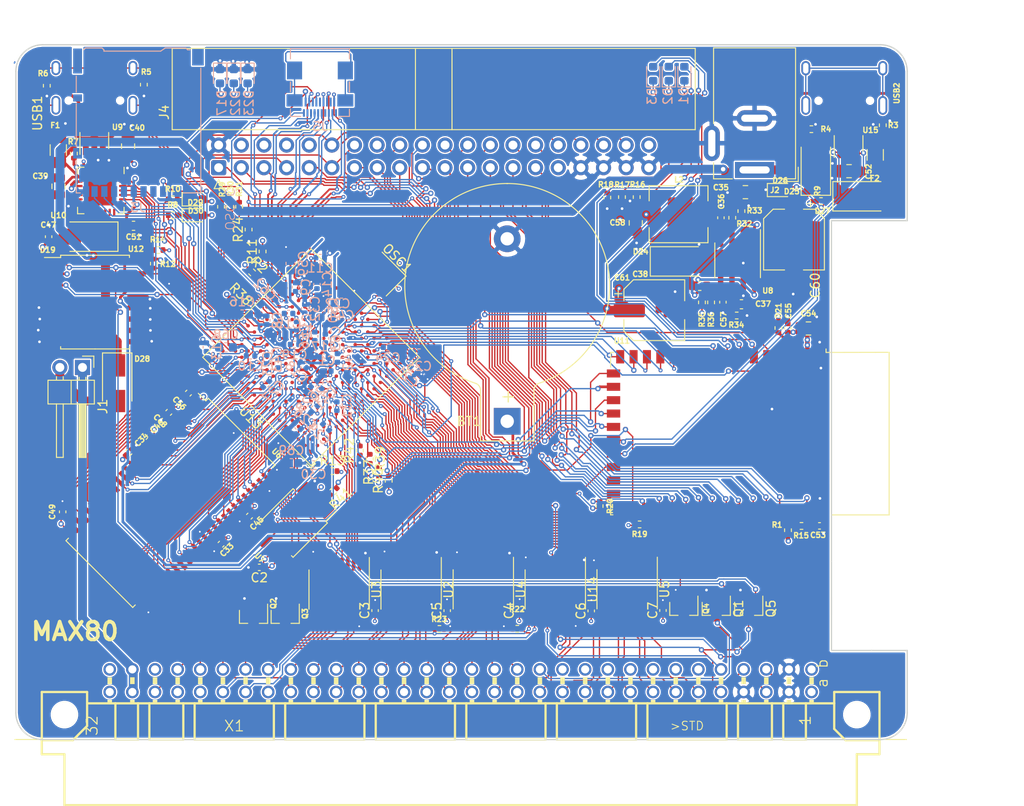
<source format=kicad_pcb>
(kicad_pcb (version 20171130) (host pcbnew 5.1.9-73d0e3b20d~88~ubuntu20.04.1)

  (general
    (thickness 1.6)
    (drawings 16)
    (tracks 4353)
    (zones 0)
    (modules 150)
    (nets 248)
  )

  (page A4)
  (title_block
    (title MAX80)
    (date 2021-01-31)
    (rev 0.01)
    (company "No name")
  )

  (layers
    (0 F.Cu signal)
    (1 In1.Cu power)
    (2 In2.Cu signal)
    (31 B.Cu signal)
    (32 B.Adhes user)
    (33 F.Adhes user)
    (34 B.Paste user)
    (35 F.Paste user)
    (36 B.SilkS user)
    (37 F.SilkS user)
    (38 B.Mask user)
    (39 F.Mask user)
    (40 Dwgs.User user)
    (41 Cmts.User user)
    (42 Eco1.User user)
    (43 Eco2.User user)
    (44 Edge.Cuts user)
    (45 Margin user)
    (46 B.CrtYd user)
    (47 F.CrtYd user)
    (48 B.Fab user hide)
    (49 F.Fab user hide)
  )

  (setup
    (last_trace_width 0.15)
    (user_trace_width 0.15)
    (user_trace_width 0.3)
    (user_trace_width 0.5)
    (trace_clearance 0.15)
    (zone_clearance 0.15)
    (zone_45_only no)
    (trace_min 0.15)
    (via_size 0.6)
    (via_drill 0.3)
    (via_min_size 0.45)
    (via_min_drill 0.2)
    (user_via 0.45 0.2)
    (uvia_size 0.3)
    (uvia_drill 0.1)
    (uvias_allowed yes)
    (uvia_min_size 0.2)
    (uvia_min_drill 0.1)
    (edge_width 0.15)
    (segment_width 0.3)
    (pcb_text_width 0.3)
    (pcb_text_size 1.5 1.5)
    (mod_edge_width 0.15)
    (mod_text_size 1 1)
    (mod_text_width 0.15)
    (pad_size 0.46 0.4)
    (pad_drill 0)
    (pad_to_mask_clearance 0)
    (aux_axis_origin 0 0)
    (visible_elements FFFFFF7F)
    (pcbplotparams
      (layerselection 0x010fc_ffffffff)
      (usegerberextensions false)
      (usegerberattributes true)
      (usegerberadvancedattributes true)
      (creategerberjobfile true)
      (excludeedgelayer true)
      (linewidth 0.100000)
      (plotframeref false)
      (viasonmask false)
      (mode 1)
      (useauxorigin false)
      (hpglpennumber 1)
      (hpglpenspeed 20)
      (hpglpendiameter 15.000000)
      (psnegative false)
      (psa4output false)
      (plotreference true)
      (plotvalue true)
      (plotinvisibletext false)
      (padsonsilk false)
      (subtractmaskfromsilk false)
      (outputformat 1)
      (mirror false)
      (drillshape 0)
      (scaleselection 1)
      (outputdirectory "abc80_gerber"))
  )

  (net 0 "")
  (net 1 GND)
  (net 2 +5V)
  (net 3 "Net-(R5-Pad2)")
  (net 4 "Net-(R6-Pad2)")
  (net 5 "Net-(R7-Pad1)")
  (net 6 "Net-(U10-Pad5)")
  (net 7 "Net-(U10-Pad4)")
  (net 8 "Net-(U9-Pad4)")
  (net 9 "Net-(U9-Pad6)")
  (net 10 "Net-(USB1-Pad13)")
  (net 11 "Net-(BT1-Pad1)")
  (net 12 /A4)
  (net 13 /A3)
  (net 14 /A2)
  (net 15 /A1)
  (net 16 /A0)
  (net 17 /IO0)
  (net 18 /IO3)
  (net 19 /IO4)
  (net 20 /IO5)
  (net 21 /IO6)
  (net 22 /IO7)
  (net 23 /A11)
  (net 24 /IO9)
  (net 25 /A8)
  (net 26 /A7)
  (net 27 /A6)
  (net 28 /A5)
  (net 29 /A9)
  (net 30 /A10)
  (net 31 /A12)
  (net 32 /IO8)
  (net 33 /IO10)
  (net 34 /IO11)
  (net 35 /IO12)
  (net 36 /IO13)
  (net 37 /IO14)
  (net 38 /IO15)
  (net 39 /abc80bus/D7)
  (net 40 /abc80bus/D6)
  (net 41 /abc80bus/D5)
  (net 42 /abc80bus/D4)
  (net 43 /abc80bus/D3)
  (net 44 /abc80bus/D2)
  (net 45 /abc80bus/D1)
  (net 46 /abc80bus/D0)
  (net 47 /abc80bus/A8)
  (net 48 /abc80bus/A9)
  (net 49 /abc80bus/A10)
  (net 50 /abc80bus/A11)
  (net 51 /abc80bus/A12)
  (net 52 /abc80bus/A13)
  (net 53 /abc80bus/A14)
  (net 54 /abc80bus/A15)
  (net 55 /abc80bus/A7)
  (net 56 /abc80bus/A6)
  (net 57 /abc80bus/A5)
  (net 58 /abc80bus/A4)
  (net 59 /abc80bus/A3)
  (net 60 /abc80bus/A2)
  (net 61 /abc80bus/A1)
  (net 62 /abc80bus/A0)
  (net 63 /IO1)
  (net 64 /IO2)
  (net 65 /32KHZ)
  (net 66 /RTC_INT)
  (net 67 /abc80bus/ABC5V)
  (net 68 /SD_DAT1)
  (net 69 /SD_DAT3)
  (net 70 /SD_CMD)
  (net 71 /SD_CLK)
  (net 72 /SD_DAT0)
  (net 73 FPGA_TDI)
  (net 74 FPGA_TMS)
  (net 75 FPGA_TDO)
  (net 76 FPGA_TCK)
  (net 77 ABC_CLK_5)
  (net 78 /FPGA_SCL)
  (net 79 /FPGA_SDA)
  (net 80 FGPA_SPI_CS_ESP32)
  (net 81 INT_ESP32)
  (net 82 "Net-(C53-Pad1)")
  (net 83 "Net-(F2-Pad2)")
  (net 84 ESP32_TDO)
  (net 85 ESP32_TCK)
  (net 86 ESP32_TMS)
  (net 87 ESP32_IO0)
  (net 88 ESP32_RXD)
  (net 89 ESP32_TXD)
  (net 90 ESP32_EN)
  (net 91 "Net-(R3-Pad2)")
  (net 92 "Net-(R4-Pad2)")
  (net 93 /ESP32/USB_D-)
  (net 94 /ESP32/USB_D+)
  (net 95 ESP32_TDI)
  (net 96 "Net-(U15-Pad6)")
  (net 97 "Net-(U15-Pad4)")
  (net 98 "Net-(USB2-Pad13)")
  (net 99 "Net-(D1-Pad2)")
  (net 100 "Net-(D1-Pad1)")
  (net 101 "Net-(D2-Pad2)")
  (net 102 "Net-(D2-Pad1)")
  (net 103 "Net-(D3-Pad2)")
  (net 104 "Net-(D3-Pad1)")
  (net 105 ESP32_SCL)
  (net 106 ESP32_SDA)
  (net 107 ESP32_CS2)
  (net 108 ESP32_CS0)
  (net 109 ESP32_MISO)
  (net 110 ESP32_SCK)
  (net 111 ESP32_MOSI)
  (net 112 ESP32_CS1)
  (net 113 /FPGA_USB_TXD)
  (net 114 /FPGA_USB_RXD)
  (net 115 /abc80bus/~CS)
  (net 116 /abc80bus/~C4)
  (net 117 /abc80bus/~C3)
  (net 118 /abc80bus/~C2)
  (net 119 /abc80bus/~C1)
  (net 120 /abc80bus/~OUT)
  (net 121 /abc80bus/~RST)
  (net 122 /abc80bus/~XMEMFL)
  (net 123 /abc80bus/~INP)
  (net 124 /abc80bus/~STATUS)
  (net 125 /abc80bus/~XINPSTB)
  (net 126 /abc80bus/~XOUTSTB)
  (net 127 AD0)
  (net 128 AD1)
  (net 129 AD2)
  (net 130 AD3)
  (net 131 AD4)
  (net 132 AD5)
  (net 133 AD6)
  (net 134 AD7)
  (net 135 /abc80bus/~RESIN)
  (net 136 /FPGA_LED1)
  (net 137 /FPGA_LED2)
  (net 138 /FPGA_LED3)
  (net 139 "Net-(D17-Pad2)")
  (net 140 "Net-(D22-Pad2)")
  (net 141 "Net-(D23-Pad2)")
  (net 142 FPGA_GPIO3)
  (net 143 FPGA_GPIO2)
  (net 144 FPGA_GPIO1)
  (net 145 FPGA_GPIO0)
  (net 146 FPGA_GPIO5)
  (net 147 FPGA_GPIO4)
  (net 148 "Net-(C36-Pad1)")
  (net 149 "Net-(C37-Pad2)")
  (net 150 "Net-(C37-Pad1)")
  (net 151 "Net-(C38-Pad2)")
  (net 152 "Net-(R32-Pad2)")
  (net 153 "Net-(R35-Pad2)")
  (net 154 "Net-(C38-Pad1)")
  (net 155 /abc80bus/READY)
  (net 156 /abc80bus/~NMI)
  (net 157 ~FPGA_READY)
  (net 158 FPGA_NMI)
  (net 159 "Net-(D26-Pad2)")
  (net 160 FPGA_RESIN)
  (net 161 /DQMH)
  (net 162 /CLK)
  (net 163 /CKE)
  (net 164 /BA1)
  (net 165 /BA0)
  (net 166 /DQML)
  (net 167 "Net-(D28-Pad2)")
  (net 168 "Net-(D25-Pad2)")
  (net 169 "Net-(F1-Pad2)")
  (net 170 /FPGA_USB_RTS)
  (net 171 /FPGA_USB_CTS)
  (net 172 /FPGA_USB_DTR)
  (net 173 "Net-(C39-Pad1)")
  (net 174 "Net-(C52-Pad1)")
  (net 175 /WE#)
  (net 176 /CAS#)
  (net 177 /RAS#)
  (net 178 /CS#)
  (net 179 "Net-(D29-Pad1)")
  (net 180 "Net-(D30-Pad1)")
  (net 181 +3V3)
  (net 182 +2V5)
  (net 183 +1V2)
  (net 184 "Net-(R13-Pad1)")
  (net 185 "Net-(R37-Pad2)")
  (net 186 "Net-(R38-Pad2)")
  (net 187 "Net-(R41-Pad2)")
  (net 188 DATA0)
  (net 189 ~CS_ABC_3V3)
  (net 190 ~OUT_ABC_3V3)
  (net 191 AD8)
  (net 192 ~C1_ABC_3V3)
  (net 193 AD9)
  (net 194 ~C2_ABC_3V3)
  (net 195 AD10)
  (net 196 ~C3_ABC_3V3)
  (net 197 ~C4_ABC_3V3)
  (net 198 AD11)
  (net 199 AD12)
  (net 200 AD13)
  (net 201 AD14)
  (net 202 AD15)
  (net 203 DLCK)
  (net 204 ASD0)
  (net 205 nCE0)
  (net 206 ~INP_ABC_3V3)
  (net 207 ~STATUS_ABC_3V3)
  (net 208 DD0)
  (net 209 DD1)
  (net 210 DD2)
  (net 211 DD3)
  (net 212 DD4)
  (net 213 DD5)
  (net 214 DD6)
  (net 215 DD7)
  (net 216 DD8)
  (net 217 ~XOUTSTB_ABC_3V3)
  (net 218 ~RST_ABC_3V3)
  (net 219 ~XMEMFL_ABC_3V3)
  (net 220 ~XINPSTB_ABC_3V3)
  (net 221 ABC_CLK_3V3)
  (net 222 DD9)
  (net 223 FPGA_SPI_MOSI)
  (net 224 FPGA_SPI_MISO)
  (net 225 /SD_DAT2)
  (net 226 CLK0n)
  (net 227 "Net-(J5-PadSH)")
  (net 228 HDMI_CK-)
  (net 229 HDMI_D0+)
  (net 230 HDMI_D1-)
  (net 231 HDMI_D2+)
  (net 232 HDMI_CK+)
  (net 233 HDMI_D0-)
  (net 234 HDMI_D1+)
  (net 235 HDMI_D2-)
  (net 236 HDMI_SDA)
  (net 237 HDMI_HPD)
  (net 238 HDMI_SCL)
  (net 239 FPGA_JTAGEN)
  (net 240 FLASH_CS#)
  (net 241 /abc80bus/~INT)
  (net 242 /abc80bus/~XMEMW800)
  (net 243 /abc80bus/~XMEMW80)
  (net 244 INT_ABC_3V3)
  (net 245 INT800_ABC_3V3)
  (net 246 ~XMEMW80_ABC_3V3)
  (net 247 ~XMEMW800_ABC_3V3)

  (net_class Default "This is the default net class."
    (clearance 0.15)
    (trace_width 0.15)
    (via_dia 0.6)
    (via_drill 0.3)
    (uvia_dia 0.3)
    (uvia_drill 0.1)
    (add_net +1V2)
    (add_net +2V5)
    (add_net +3V3)
    (add_net +5V)
    (add_net /32KHZ)
    (add_net /A0)
    (add_net /A1)
    (add_net /A10)
    (add_net /A11)
    (add_net /A12)
    (add_net /A2)
    (add_net /A3)
    (add_net /A4)
    (add_net /A5)
    (add_net /A6)
    (add_net /A7)
    (add_net /A8)
    (add_net /A9)
    (add_net /BA0)
    (add_net /BA1)
    (add_net /CAS#)
    (add_net /CKE)
    (add_net /CLK)
    (add_net /CS#)
    (add_net /DQMH)
    (add_net /DQML)
    (add_net /ESP32/USB_D+)
    (add_net /ESP32/USB_D-)
    (add_net /FPGA_LED1)
    (add_net /FPGA_LED2)
    (add_net /FPGA_LED3)
    (add_net /FPGA_SCL)
    (add_net /FPGA_SDA)
    (add_net /FPGA_USB_CTS)
    (add_net /FPGA_USB_DTR)
    (add_net /FPGA_USB_RTS)
    (add_net /FPGA_USB_RXD)
    (add_net /FPGA_USB_TXD)
    (add_net /IO0)
    (add_net /IO1)
    (add_net /IO10)
    (add_net /IO11)
    (add_net /IO12)
    (add_net /IO13)
    (add_net /IO14)
    (add_net /IO15)
    (add_net /IO2)
    (add_net /IO3)
    (add_net /IO4)
    (add_net /IO5)
    (add_net /IO6)
    (add_net /IO7)
    (add_net /IO8)
    (add_net /IO9)
    (add_net /RAS#)
    (add_net /RTC_INT)
    (add_net /SD_CLK)
    (add_net /SD_CMD)
    (add_net /SD_DAT0)
    (add_net /SD_DAT1)
    (add_net /SD_DAT2)
    (add_net /SD_DAT3)
    (add_net /WE#)
    (add_net /abc80bus/A0)
    (add_net /abc80bus/A1)
    (add_net /abc80bus/A10)
    (add_net /abc80bus/A11)
    (add_net /abc80bus/A12)
    (add_net /abc80bus/A13)
    (add_net /abc80bus/A14)
    (add_net /abc80bus/A15)
    (add_net /abc80bus/A2)
    (add_net /abc80bus/A3)
    (add_net /abc80bus/A4)
    (add_net /abc80bus/A5)
    (add_net /abc80bus/A6)
    (add_net /abc80bus/A7)
    (add_net /abc80bus/A8)
    (add_net /abc80bus/A9)
    (add_net /abc80bus/ABC5V)
    (add_net /abc80bus/D0)
    (add_net /abc80bus/D1)
    (add_net /abc80bus/D2)
    (add_net /abc80bus/D3)
    (add_net /abc80bus/D4)
    (add_net /abc80bus/D5)
    (add_net /abc80bus/D6)
    (add_net /abc80bus/D7)
    (add_net /abc80bus/READY)
    (add_net /abc80bus/~C1)
    (add_net /abc80bus/~C2)
    (add_net /abc80bus/~C3)
    (add_net /abc80bus/~C4)
    (add_net /abc80bus/~CS)
    (add_net /abc80bus/~INP)
    (add_net /abc80bus/~INT)
    (add_net /abc80bus/~NMI)
    (add_net /abc80bus/~OUT)
    (add_net /abc80bus/~RESIN)
    (add_net /abc80bus/~RST)
    (add_net /abc80bus/~STATUS)
    (add_net /abc80bus/~XINPSTB)
    (add_net /abc80bus/~XMEMFL)
    (add_net /abc80bus/~XMEMW80)
    (add_net /abc80bus/~XMEMW800)
    (add_net /abc80bus/~XOUTSTB)
    (add_net ABC_CLK_3V3)
    (add_net ABC_CLK_5)
    (add_net AD0)
    (add_net AD1)
    (add_net AD10)
    (add_net AD11)
    (add_net AD12)
    (add_net AD13)
    (add_net AD14)
    (add_net AD15)
    (add_net AD2)
    (add_net AD3)
    (add_net AD4)
    (add_net AD5)
    (add_net AD6)
    (add_net AD7)
    (add_net AD8)
    (add_net AD9)
    (add_net ASD0)
    (add_net CLK0n)
    (add_net DATA0)
    (add_net DD0)
    (add_net DD1)
    (add_net DD2)
    (add_net DD3)
    (add_net DD4)
    (add_net DD5)
    (add_net DD6)
    (add_net DD7)
    (add_net DD8)
    (add_net DD9)
    (add_net DLCK)
    (add_net ESP32_CS0)
    (add_net ESP32_CS1)
    (add_net ESP32_CS2)
    (add_net ESP32_EN)
    (add_net ESP32_IO0)
    (add_net ESP32_MISO)
    (add_net ESP32_MOSI)
    (add_net ESP32_RXD)
    (add_net ESP32_SCK)
    (add_net ESP32_SCL)
    (add_net ESP32_SDA)
    (add_net ESP32_TCK)
    (add_net ESP32_TDI)
    (add_net ESP32_TDO)
    (add_net ESP32_TMS)
    (add_net ESP32_TXD)
    (add_net FGPA_SPI_CS_ESP32)
    (add_net FLASH_CS#)
    (add_net FPGA_GPIO0)
    (add_net FPGA_GPIO1)
    (add_net FPGA_GPIO2)
    (add_net FPGA_GPIO3)
    (add_net FPGA_GPIO4)
    (add_net FPGA_GPIO5)
    (add_net FPGA_JTAGEN)
    (add_net FPGA_NMI)
    (add_net FPGA_RESIN)
    (add_net FPGA_SPI_MISO)
    (add_net FPGA_SPI_MOSI)
    (add_net FPGA_TCK)
    (add_net FPGA_TDI)
    (add_net FPGA_TDO)
    (add_net FPGA_TMS)
    (add_net GND)
    (add_net HDMI_CK+)
    (add_net HDMI_CK-)
    (add_net HDMI_D0+)
    (add_net HDMI_D0-)
    (add_net HDMI_D1+)
    (add_net HDMI_D1-)
    (add_net HDMI_D2+)
    (add_net HDMI_D2-)
    (add_net HDMI_HPD)
    (add_net HDMI_SCL)
    (add_net HDMI_SDA)
    (add_net INT800_ABC_3V3)
    (add_net INT_ABC_3V3)
    (add_net INT_ESP32)
    (add_net "Net-(BT1-Pad1)")
    (add_net "Net-(C36-Pad1)")
    (add_net "Net-(C37-Pad1)")
    (add_net "Net-(C37-Pad2)")
    (add_net "Net-(C38-Pad1)")
    (add_net "Net-(C38-Pad2)")
    (add_net "Net-(C39-Pad1)")
    (add_net "Net-(C52-Pad1)")
    (add_net "Net-(C53-Pad1)")
    (add_net "Net-(D1-Pad1)")
    (add_net "Net-(D1-Pad2)")
    (add_net "Net-(D17-Pad2)")
    (add_net "Net-(D2-Pad1)")
    (add_net "Net-(D2-Pad2)")
    (add_net "Net-(D22-Pad2)")
    (add_net "Net-(D23-Pad2)")
    (add_net "Net-(D25-Pad2)")
    (add_net "Net-(D26-Pad2)")
    (add_net "Net-(D28-Pad2)")
    (add_net "Net-(D29-Pad1)")
    (add_net "Net-(D3-Pad1)")
    (add_net "Net-(D3-Pad2)")
    (add_net "Net-(D30-Pad1)")
    (add_net "Net-(F1-Pad2)")
    (add_net "Net-(F2-Pad2)")
    (add_net "Net-(J5-PadSH)")
    (add_net "Net-(R13-Pad1)")
    (add_net "Net-(R3-Pad2)")
    (add_net "Net-(R32-Pad2)")
    (add_net "Net-(R35-Pad2)")
    (add_net "Net-(R37-Pad2)")
    (add_net "Net-(R38-Pad2)")
    (add_net "Net-(R4-Pad2)")
    (add_net "Net-(R41-Pad2)")
    (add_net "Net-(R5-Pad2)")
    (add_net "Net-(R6-Pad2)")
    (add_net "Net-(R7-Pad1)")
    (add_net "Net-(U10-Pad4)")
    (add_net "Net-(U10-Pad5)")
    (add_net "Net-(U15-Pad4)")
    (add_net "Net-(U15-Pad6)")
    (add_net "Net-(U9-Pad4)")
    (add_net "Net-(U9-Pad6)")
    (add_net "Net-(USB1-Pad13)")
    (add_net "Net-(USB2-Pad13)")
    (add_net nCE0)
    (add_net ~C1_ABC_3V3)
    (add_net ~C2_ABC_3V3)
    (add_net ~C3_ABC_3V3)
    (add_net ~C4_ABC_3V3)
    (add_net ~CS_ABC_3V3)
    (add_net ~FPGA_READY)
    (add_net ~INP_ABC_3V3)
    (add_net ~OUT_ABC_3V3)
    (add_net ~RST_ABC_3V3)
    (add_net ~STATUS_ABC_3V3)
    (add_net ~XINPSTB_ABC_3V3)
    (add_net ~XMEMFL_ABC_3V3)
    (add_net ~XMEMW800_ABC_3V3)
    (add_net ~XMEMW80_ABC_3V3)
    (add_net ~XOUTSTB_ABC_3V3)
  )

  (module Resistor_SMD:R_0402_1005Metric (layer F.Cu) (tedit 5F68FEEE) (tstamp 608A5B37)
    (at 78.61 121.75 90)
    (descr "Resistor SMD 0402 (1005 Metric), square (rectangular) end terminal, IPC_7351 nominal, (Body size source: IPC-SM-782 page 72, https://www.pcb-3d.com/wordpress/wp-content/uploads/ipc-sm-782a_amendment_1_and_2.pdf), generated with kicad-footprint-generator")
    (tags resistor)
    (path /66F72E4D)
    (attr smd)
    (fp_text reference R24 (at 0 -1.17 90) (layer F.SilkS)
      (effects (font (size 1 1) (thickness 0.15)))
    )
    (fp_text value 10k (at 0 1.17 90) (layer F.Fab)
      (effects (font (size 1 1) (thickness 0.15)))
    )
    (fp_text user %R (at 0 0 90) (layer F.Fab)
      (effects (font (size 0.26 0.26) (thickness 0.04)))
    )
    (fp_line (start -0.525 0.27) (end -0.525 -0.27) (layer F.Fab) (width 0.1))
    (fp_line (start -0.525 -0.27) (end 0.525 -0.27) (layer F.Fab) (width 0.1))
    (fp_line (start 0.525 -0.27) (end 0.525 0.27) (layer F.Fab) (width 0.1))
    (fp_line (start 0.525 0.27) (end -0.525 0.27) (layer F.Fab) (width 0.1))
    (fp_line (start -0.153641 -0.38) (end 0.153641 -0.38) (layer F.SilkS) (width 0.12))
    (fp_line (start -0.153641 0.38) (end 0.153641 0.38) (layer F.SilkS) (width 0.12))
    (fp_line (start -0.93 0.47) (end -0.93 -0.47) (layer F.CrtYd) (width 0.05))
    (fp_line (start -0.93 -0.47) (end 0.93 -0.47) (layer F.CrtYd) (width 0.05))
    (fp_line (start 0.93 -0.47) (end 0.93 0.47) (layer F.CrtYd) (width 0.05))
    (fp_line (start 0.93 0.47) (end -0.93 0.47) (layer F.CrtYd) (width 0.05))
    (pad 2 smd roundrect (at 0.51 0 90) (size 0.54 0.64) (layers F.Cu F.Paste F.Mask) (roundrect_rratio 0.25)
      (net 239 FPGA_JTAGEN))
    (pad 1 smd roundrect (at -0.51 0 90) (size 0.54 0.64) (layers F.Cu F.Paste F.Mask) (roundrect_rratio 0.25)
      (net 1 GND))
    (model ${KISYS3DMOD}/Resistor_SMD.3dshapes/R_0402_1005Metric.wrl
      (at (xyz 0 0 0))
      (scale (xyz 1 1 1))
      (rotate (xyz 0 0 0))
    )
  )

  (module Package_SO:TSSOP-20_4.4x6.5mm_P0.65mm (layer F.Cu) (tedit 5E476F32) (tstamp 6055C49A)
    (at 113.02 162.15 270)
    (descr "TSSOP, 20 Pin (JEDEC MO-153 Var AC https://www.jedec.org/document_search?search_api_views_fulltext=MO-153), generated with kicad-footprint-generator ipc_gullwing_generator.py")
    (tags "TSSOP SO")
    (path /6013B380/6277D5D4)
    (attr smd)
    (fp_text reference U14 (at 0 -4.2 90) (layer F.SilkS)
      (effects (font (size 1 1) (thickness 0.15)))
    )
    (fp_text value 74HC245 (at 0 4.2 90) (layer F.Fab)
      (effects (font (size 1 1) (thickness 0.15)))
    )
    (fp_line (start 3.85 -3.5) (end -3.85 -3.5) (layer F.CrtYd) (width 0.05))
    (fp_line (start 3.85 3.5) (end 3.85 -3.5) (layer F.CrtYd) (width 0.05))
    (fp_line (start -3.85 3.5) (end 3.85 3.5) (layer F.CrtYd) (width 0.05))
    (fp_line (start -3.85 -3.5) (end -3.85 3.5) (layer F.CrtYd) (width 0.05))
    (fp_line (start -2.2 -2.25) (end -1.2 -3.25) (layer F.Fab) (width 0.1))
    (fp_line (start -2.2 3.25) (end -2.2 -2.25) (layer F.Fab) (width 0.1))
    (fp_line (start 2.2 3.25) (end -2.2 3.25) (layer F.Fab) (width 0.1))
    (fp_line (start 2.2 -3.25) (end 2.2 3.25) (layer F.Fab) (width 0.1))
    (fp_line (start -1.2 -3.25) (end 2.2 -3.25) (layer F.Fab) (width 0.1))
    (fp_line (start 0 -3.385) (end -3.6 -3.385) (layer F.SilkS) (width 0.12))
    (fp_line (start 0 -3.385) (end 2.2 -3.385) (layer F.SilkS) (width 0.12))
    (fp_line (start 0 3.385) (end -2.2 3.385) (layer F.SilkS) (width 0.12))
    (fp_line (start 0 3.385) (end 2.2 3.385) (layer F.SilkS) (width 0.12))
    (fp_text user %R (at 0 0 90) (layer F.Fab)
      (effects (font (size 1 1) (thickness 0.15)))
    )
    (pad 20 smd roundrect (at 2.8625 -2.925 270) (size 1.475 0.4) (layers F.Cu F.Paste F.Mask) (roundrect_rratio 0.25)
      (net 181 +3V3))
    (pad 19 smd roundrect (at 2.8625 -2.275 270) (size 1.475 0.4) (layers F.Cu F.Paste F.Mask) (roundrect_rratio 0.25)
      (net 1 GND))
    (pad 18 smd roundrect (at 2.8625 -1.625 270) (size 1.475 0.4) (layers F.Cu F.Paste F.Mask) (roundrect_rratio 0.25)
      (net 122 /abc80bus/~XMEMFL))
    (pad 17 smd roundrect (at 2.8625 -0.975 270) (size 1.475 0.4) (layers F.Cu F.Paste F.Mask) (roundrect_rratio 0.25)
      (net 243 /abc80bus/~XMEMW80))
    (pad 16 smd roundrect (at 2.8625 -0.325 270) (size 1.475 0.4) (layers F.Cu F.Paste F.Mask) (roundrect_rratio 0.25)
      (net 242 /abc80bus/~XMEMW800))
    (pad 15 smd roundrect (at 2.8625 0.325 270) (size 1.475 0.4) (layers F.Cu F.Paste F.Mask) (roundrect_rratio 0.25))
    (pad 14 smd roundrect (at 2.8625 0.975 270) (size 1.475 0.4) (layers F.Cu F.Paste F.Mask) (roundrect_rratio 0.25)
      (net 77 ABC_CLK_5))
    (pad 13 smd roundrect (at 2.8625 1.625 270) (size 1.475 0.4) (layers F.Cu F.Paste F.Mask) (roundrect_rratio 0.25)
      (net 121 /abc80bus/~RST))
    (pad 12 smd roundrect (at 2.8625 2.275 270) (size 1.475 0.4) (layers F.Cu F.Paste F.Mask) (roundrect_rratio 0.25)
      (net 125 /abc80bus/~XINPSTB))
    (pad 11 smd roundrect (at 2.8625 2.925 270) (size 1.475 0.4) (layers F.Cu F.Paste F.Mask) (roundrect_rratio 0.25)
      (net 126 /abc80bus/~XOUTSTB))
    (pad 10 smd roundrect (at -2.8625 2.925 270) (size 1.475 0.4) (layers F.Cu F.Paste F.Mask) (roundrect_rratio 0.25)
      (net 1 GND))
    (pad 9 smd roundrect (at -2.8625 2.275 270) (size 1.475 0.4) (layers F.Cu F.Paste F.Mask) (roundrect_rratio 0.25)
      (net 217 ~XOUTSTB_ABC_3V3))
    (pad 8 smd roundrect (at -2.8625 1.625 270) (size 1.475 0.4) (layers F.Cu F.Paste F.Mask) (roundrect_rratio 0.25)
      (net 220 ~XINPSTB_ABC_3V3))
    (pad 7 smd roundrect (at -2.8625 0.975 270) (size 1.475 0.4) (layers F.Cu F.Paste F.Mask) (roundrect_rratio 0.25)
      (net 218 ~RST_ABC_3V3))
    (pad 6 smd roundrect (at -2.8625 0.325 270) (size 1.475 0.4) (layers F.Cu F.Paste F.Mask) (roundrect_rratio 0.25)
      (net 221 ABC_CLK_3V3))
    (pad 5 smd roundrect (at -2.8625 -0.325 270) (size 1.475 0.4) (layers F.Cu F.Paste F.Mask) (roundrect_rratio 0.25))
    (pad 4 smd roundrect (at -2.8625 -0.975 270) (size 1.475 0.4) (layers F.Cu F.Paste F.Mask) (roundrect_rratio 0.25)
      (net 247 ~XMEMW800_ABC_3V3))
    (pad 3 smd roundrect (at -2.8625 -1.625 270) (size 1.475 0.4) (layers F.Cu F.Paste F.Mask) (roundrect_rratio 0.25)
      (net 246 ~XMEMW80_ABC_3V3))
    (pad 2 smd roundrect (at -2.8625 -2.275 270) (size 1.475 0.4) (layers F.Cu F.Paste F.Mask) (roundrect_rratio 0.25)
      (net 219 ~XMEMFL_ABC_3V3))
    (pad 1 smd roundrect (at -2.8625 -2.925 270) (size 1.475 0.4) (layers F.Cu F.Paste F.Mask) (roundrect_rratio 0.25)
      (net 1 GND))
    (model ${KISYS3DMOD}/Package_SO.3dshapes/TSSOP-20_4.4x6.5mm_P0.65mm.wrl
      (at (xyz 0 0 0))
      (scale (xyz 1 1 1))
      (rotate (xyz 0 0 0))
    )
  )

  (module Package_TO_SOT_SMD:SOT-23 (layer F.Cu) (tedit 5A02FF57) (tstamp 6089C3FD)
    (at 134.72 164.3 270)
    (descr "SOT-23, Standard")
    (tags SOT-23)
    (path /6013B380/66CDB068)
    (attr smd)
    (fp_text reference Q5 (at 0 -2.5 90) (layer F.SilkS)
      (effects (font (size 1 1) (thickness 0.15)))
    )
    (fp_text value AO3400A (at 0 2.5 90) (layer F.Fab)
      (effects (font (size 1 1) (thickness 0.15)))
    )
    (fp_text user %R (at 0 0) (layer F.Fab)
      (effects (font (size 0.5 0.5) (thickness 0.075)))
    )
    (fp_line (start -0.7 -0.95) (end -0.7 1.5) (layer F.Fab) (width 0.1))
    (fp_line (start -0.15 -1.52) (end 0.7 -1.52) (layer F.Fab) (width 0.1))
    (fp_line (start -0.7 -0.95) (end -0.15 -1.52) (layer F.Fab) (width 0.1))
    (fp_line (start 0.7 -1.52) (end 0.7 1.52) (layer F.Fab) (width 0.1))
    (fp_line (start -0.7 1.52) (end 0.7 1.52) (layer F.Fab) (width 0.1))
    (fp_line (start 0.76 1.58) (end 0.76 0.65) (layer F.SilkS) (width 0.12))
    (fp_line (start 0.76 -1.58) (end 0.76 -0.65) (layer F.SilkS) (width 0.12))
    (fp_line (start -1.7 -1.75) (end 1.7 -1.75) (layer F.CrtYd) (width 0.05))
    (fp_line (start 1.7 -1.75) (end 1.7 1.75) (layer F.CrtYd) (width 0.05))
    (fp_line (start 1.7 1.75) (end -1.7 1.75) (layer F.CrtYd) (width 0.05))
    (fp_line (start -1.7 1.75) (end -1.7 -1.75) (layer F.CrtYd) (width 0.05))
    (fp_line (start 0.76 -1.58) (end -1.4 -1.58) (layer F.SilkS) (width 0.12))
    (fp_line (start 0.76 1.58) (end -0.7 1.58) (layer F.SilkS) (width 0.12))
    (pad 3 smd rect (at 1 0 270) (size 0.9 0.8) (layers F.Cu F.Paste F.Mask)
      (net 243 /abc80bus/~XMEMW80))
    (pad 2 smd rect (at -1 0.95 270) (size 0.9 0.8) (layers F.Cu F.Paste F.Mask)
      (net 1 GND))
    (pad 1 smd rect (at -1 -0.95 270) (size 0.9 0.8) (layers F.Cu F.Paste F.Mask)
      (net 245 INT800_ABC_3V3))
    (model ${KISYS3DMOD}/Package_TO_SOT_SMD.3dshapes/SOT-23.wrl
      (at (xyz 0 0 0))
      (scale (xyz 1 1 1))
      (rotate (xyz 0 0 0))
    )
  )

  (module Package_TO_SOT_SMD:SOT-23 (layer F.Cu) (tedit 5A02FF57) (tstamp 6089C370)
    (at 131.08 164.3 270)
    (descr "SOT-23, Standard")
    (tags SOT-23)
    (path /6013B380/66D2EFA8)
    (attr smd)
    (fp_text reference Q1 (at 0 -2.5 90) (layer F.SilkS)
      (effects (font (size 1 1) (thickness 0.15)))
    )
    (fp_text value AO3400A (at 0 2.5 90) (layer F.Fab)
      (effects (font (size 1 1) (thickness 0.15)))
    )
    (fp_text user %R (at 0 0) (layer F.Fab)
      (effects (font (size 0.5 0.5) (thickness 0.075)))
    )
    (fp_line (start -0.7 -0.95) (end -0.7 1.5) (layer F.Fab) (width 0.1))
    (fp_line (start -0.15 -1.52) (end 0.7 -1.52) (layer F.Fab) (width 0.1))
    (fp_line (start -0.7 -0.95) (end -0.15 -1.52) (layer F.Fab) (width 0.1))
    (fp_line (start 0.7 -1.52) (end 0.7 1.52) (layer F.Fab) (width 0.1))
    (fp_line (start -0.7 1.52) (end 0.7 1.52) (layer F.Fab) (width 0.1))
    (fp_line (start 0.76 1.58) (end 0.76 0.65) (layer F.SilkS) (width 0.12))
    (fp_line (start 0.76 -1.58) (end 0.76 -0.65) (layer F.SilkS) (width 0.12))
    (fp_line (start -1.7 -1.75) (end 1.7 -1.75) (layer F.CrtYd) (width 0.05))
    (fp_line (start 1.7 -1.75) (end 1.7 1.75) (layer F.CrtYd) (width 0.05))
    (fp_line (start 1.7 1.75) (end -1.7 1.75) (layer F.CrtYd) (width 0.05))
    (fp_line (start -1.7 1.75) (end -1.7 -1.75) (layer F.CrtYd) (width 0.05))
    (fp_line (start 0.76 -1.58) (end -1.4 -1.58) (layer F.SilkS) (width 0.12))
    (fp_line (start 0.76 1.58) (end -0.7 1.58) (layer F.SilkS) (width 0.12))
    (pad 3 smd rect (at 1 0 270) (size 0.9 0.8) (layers F.Cu F.Paste F.Mask)
      (net 241 /abc80bus/~INT))
    (pad 2 smd rect (at -1 0.95 270) (size 0.9 0.8) (layers F.Cu F.Paste F.Mask)
      (net 1 GND))
    (pad 1 smd rect (at -1 -0.95 270) (size 0.9 0.8) (layers F.Cu F.Paste F.Mask)
      (net 244 INT_ABC_3V3))
    (model ${KISYS3DMOD}/Package_TO_SOT_SMD.3dshapes/SOT-23.wrl
      (at (xyz 0 0 0))
      (scale (xyz 1 1 1))
      (rotate (xyz 0 0 0))
    )
  )

  (module max80:Oscillator_SMD_Abracon_ASE-4Pin_3.2x2.5mm (layer F.Cu) (tedit 601D35AB) (tstamp 6025F54E)
    (at 93.820901 126.744175 135)
    (descr "Miniature Crystal Clock Oscillator Abracon ASE series, http://www.abracon.com/Oscillators/ASEseries.pdf, 3.2x2.5mm^2 package")
    (tags "SMD SMT crystal oscillator")
    (path /57BABF34)
    (attr smd)
    (fp_text reference OSC1 (at 0.201738 2.292794 315) (layer F.SilkS)
      (effects (font (size 1 1) (thickness 0.15)))
    )
    (fp_text value "EPSON Q33310 48 MHz" (at 0 2.450001 315) (layer F.Fab)
      (effects (font (size 1 1) (thickness 0.15)))
    )
    (fp_circle (center 0 0) (end 0.058333 0) (layer F.Adhes) (width 0.116667))
    (fp_circle (center 0 0) (end 0.133333 0) (layer F.Adhes) (width 0.083333))
    (fp_circle (center 0 0) (end 0.208333 0) (layer F.Adhes) (width 0.083333))
    (fp_circle (center 0 0) (end 0.25 0) (layer F.Adhes) (width 0.1))
    (fp_line (start 2 -1.7) (end -2 -1.7) (layer F.CrtYd) (width 0.05))
    (fp_line (start 2 1.7) (end 2 -1.7) (layer F.CrtYd) (width 0.05))
    (fp_line (start -2 1.7) (end 2 1.7) (layer F.CrtYd) (width 0.05))
    (fp_line (start -2 -1.7) (end -2 1.7) (layer F.CrtYd) (width 0.05))
    (fp_line (start -1.9 1.575) (end 1.9 1.575) (layer F.SilkS) (width 0.12))
    (fp_line (start -1.9 -1.575) (end -1.9 1.575) (layer F.SilkS) (width 0.12))
    (fp_line (start -1.6 0.25) (end -0.6 1.25) (layer F.Fab) (width 0.1))
    (fp_line (start -1.6 -1.15) (end -1.5 -1.25) (layer F.Fab) (width 0.1))
    (fp_line (start -1.6 1.15) (end -1.6 -1.15) (layer F.Fab) (width 0.1))
    (fp_line (start -1.5 1.25) (end -1.6 1.15) (layer F.Fab) (width 0.1))
    (fp_line (start 1.5 1.25) (end -1.5 1.25) (layer F.Fab) (width 0.1))
    (fp_line (start 1.6 1.15) (end 1.5 1.25) (layer F.Fab) (width 0.1))
    (fp_line (start 1.6 -1.15) (end 1.6 1.15) (layer F.Fab) (width 0.1))
    (fp_line (start 1.5 -1.25) (end 1.6 -1.15) (layer F.Fab) (width 0.1))
    (fp_line (start -1.5 -1.25) (end 1.5 -1.25) (layer F.Fab) (width 0.1))
    (fp_text user %R (at 0 0 315) (layer F.Fab)
      (effects (font (size 0.7 0.7) (thickness 0.105)))
    )
    (pad 4 smd rect (at -1.05 -0.825 135) (size 1.3 1.1) (layers F.Cu F.Paste F.Mask)
      (net 181 +3V3))
    (pad 3 smd rect (at 1.05 -0.825 135) (size 1.3 1.1) (layers F.Cu F.Paste F.Mask)
      (net 226 CLK0n))
    (pad 2 smd rect (at 1.05 0.825 135) (size 1.3 1.1) (layers F.Cu F.Paste F.Mask)
      (net 1 GND))
    (pad 1 smd rect (at -1.05 0.825 135) (size 1.3 1.1) (layers F.Cu F.Paste F.Mask)
      (net 181 +3V3))
    (model ${KISYS3DMOD}/Oscillator.3dshapes/Oscillator_SMD_Abracon_ASE-4Pin_3.2x2.5mm.wrl
      (at (xyz 0 0 0))
      (scale (xyz 1 1 1))
      (rotate (xyz 0 0 0))
    )
    (model "3d-models/3225 SMD Crystal Oscillator.STEP"
      (at (xyz 0 0 0))
      (scale (xyz 1 1 1))
      (rotate (xyz 90 180 180))
    )
  )

  (module Capacitor_SMD:C_0603_1608Metric (layer B.Cu) (tedit 5F68FEEE) (tstamp 6085A76A)
    (at 83.41 147.98 180)
    (descr "Capacitor SMD 0603 (1608 Metric), square (rectangular) end terminal, IPC_7351 nominal, (Body size source: IPC-SM-782 page 76, https://www.pcb-3d.com/wordpress/wp-content/uploads/ipc-sm-782a_amendment_1_and_2.pdf), generated with kicad-footprint-generator")
    (tags capacitor)
    (path /604B2191/65ECB149)
    (zone_connect 2)
    (attr smd)
    (fp_text reference C69 (at 0 1.43 180) (layer B.SilkS)
      (effects (font (size 1 1) (thickness 0.15)) (justify mirror))
    )
    (fp_text value 47uF (at 0 -1.43 180) (layer B.Fab)
      (effects (font (size 1 1) (thickness 0.15)) (justify mirror))
    )
    (fp_line (start 1.48 -0.73) (end -1.48 -0.73) (layer B.CrtYd) (width 0.05))
    (fp_line (start 1.48 0.73) (end 1.48 -0.73) (layer B.CrtYd) (width 0.05))
    (fp_line (start -1.48 0.73) (end 1.48 0.73) (layer B.CrtYd) (width 0.05))
    (fp_line (start -1.48 -0.73) (end -1.48 0.73) (layer B.CrtYd) (width 0.05))
    (fp_line (start -0.14058 -0.51) (end 0.14058 -0.51) (layer B.SilkS) (width 0.12))
    (fp_line (start -0.14058 0.51) (end 0.14058 0.51) (layer B.SilkS) (width 0.12))
    (fp_line (start 0.8 -0.4) (end -0.8 -0.4) (layer B.Fab) (width 0.1))
    (fp_line (start 0.8 0.4) (end 0.8 -0.4) (layer B.Fab) (width 0.1))
    (fp_line (start -0.8 0.4) (end 0.8 0.4) (layer B.Fab) (width 0.1))
    (fp_line (start -0.8 -0.4) (end -0.8 0.4) (layer B.Fab) (width 0.1))
    (fp_text user %R (at 0 0 180) (layer B.Fab)
      (effects (font (size 0.4 0.4) (thickness 0.06)) (justify mirror))
    )
    (pad 2 smd roundrect (at 0.775 0 180) (size 0.9 0.95) (layers B.Cu B.Paste B.Mask) (roundrect_rratio 0.25)
      (net 1 GND) (zone_connect 2))
    (pad 1 smd roundrect (at -0.775 0 180) (size 0.9 0.95) (layers B.Cu B.Paste B.Mask) (roundrect_rratio 0.25)
      (net 181 +3V3) (zone_connect 2))
    (model ${KISYS3DMOD}/Capacitor_SMD.3dshapes/C_0603_1608Metric.wrl
      (at (xyz 0 0 0))
      (scale (xyz 1 1 1))
      (rotate (xyz 0 0 0))
    )
  )

  (module Capacitor_SMD:C_0603_1608Metric (layer B.Cu) (tedit 5F68FEEE) (tstamp 6085A759)
    (at 76.07 134.97 180)
    (descr "Capacitor SMD 0603 (1608 Metric), square (rectangular) end terminal, IPC_7351 nominal, (Body size source: IPC-SM-782 page 76, https://www.pcb-3d.com/wordpress/wp-content/uploads/ipc-sm-782a_amendment_1_and_2.pdf), generated with kicad-footprint-generator")
    (tags capacitor)
    (path /604B2191/65ECB13E)
    (attr smd)
    (fp_text reference C68 (at 0 1.43) (layer B.SilkS)
      (effects (font (size 1 1) (thickness 0.15)) (justify mirror))
    )
    (fp_text value 47uF (at 0 -1.43) (layer B.Fab)
      (effects (font (size 1 1) (thickness 0.15)) (justify mirror))
    )
    (fp_line (start 1.48 -0.73) (end -1.48 -0.73) (layer B.CrtYd) (width 0.05))
    (fp_line (start 1.48 0.73) (end 1.48 -0.73) (layer B.CrtYd) (width 0.05))
    (fp_line (start -1.48 0.73) (end 1.48 0.73) (layer B.CrtYd) (width 0.05))
    (fp_line (start -1.48 -0.73) (end -1.48 0.73) (layer B.CrtYd) (width 0.05))
    (fp_line (start -0.14058 -0.51) (end 0.14058 -0.51) (layer B.SilkS) (width 0.12))
    (fp_line (start -0.14058 0.51) (end 0.14058 0.51) (layer B.SilkS) (width 0.12))
    (fp_line (start 0.8 -0.4) (end -0.8 -0.4) (layer B.Fab) (width 0.1))
    (fp_line (start 0.8 0.4) (end 0.8 -0.4) (layer B.Fab) (width 0.1))
    (fp_line (start -0.8 0.4) (end 0.8 0.4) (layer B.Fab) (width 0.1))
    (fp_line (start -0.8 -0.4) (end -0.8 0.4) (layer B.Fab) (width 0.1))
    (fp_text user %R (at 0 0) (layer B.Fab)
      (effects (font (size 0.4 0.4) (thickness 0.06)) (justify mirror))
    )
    (pad 2 smd roundrect (at 0.775 0 180) (size 0.9 0.95) (layers B.Cu B.Paste B.Mask) (roundrect_rratio 0.25)
      (net 1 GND))
    (pad 1 smd roundrect (at -0.775 0 180) (size 0.9 0.95) (layers B.Cu B.Paste B.Mask) (roundrect_rratio 0.25)
      (net 181 +3V3))
    (model ${KISYS3DMOD}/Capacitor_SMD.3dshapes/C_0603_1608Metric.wrl
      (at (xyz 0 0 0))
      (scale (xyz 1 1 1))
      (rotate (xyz 0 0 0))
    )
  )

  (module Capacitor_SMD:C_0603_1608Metric (layer B.Cu) (tedit 5F68FEEE) (tstamp 60801197)
    (at 79.42 129.51 135)
    (descr "Capacitor SMD 0603 (1608 Metric), square (rectangular) end terminal, IPC_7351 nominal, (Body size source: IPC-SM-782 page 76, https://www.pcb-3d.com/wordpress/wp-content/uploads/ipc-sm-782a_amendment_1_and_2.pdf), generated with kicad-footprint-generator")
    (tags capacitor)
    (path /604B2191/65C73D10)
    (zone_connect 2)
    (attr smd)
    (fp_text reference C62 (at 0 1.43 315) (layer B.SilkS)
      (effects (font (size 1 1) (thickness 0.15)) (justify mirror))
    )
    (fp_text value 47uF (at 0 -1.43 315) (layer B.Fab)
      (effects (font (size 1 1) (thickness 0.15)) (justify mirror))
    )
    (fp_line (start 1.48 -0.73) (end -1.48 -0.73) (layer B.CrtYd) (width 0.05))
    (fp_line (start 1.48 0.73) (end 1.48 -0.73) (layer B.CrtYd) (width 0.05))
    (fp_line (start -1.48 0.73) (end 1.48 0.73) (layer B.CrtYd) (width 0.05))
    (fp_line (start -1.48 -0.73) (end -1.48 0.73) (layer B.CrtYd) (width 0.05))
    (fp_line (start -0.14058 -0.51) (end 0.14058 -0.51) (layer B.SilkS) (width 0.12))
    (fp_line (start -0.14058 0.51) (end 0.14058 0.51) (layer B.SilkS) (width 0.12))
    (fp_line (start 0.8 -0.4) (end -0.8 -0.4) (layer B.Fab) (width 0.1))
    (fp_line (start 0.8 0.4) (end 0.8 -0.4) (layer B.Fab) (width 0.1))
    (fp_line (start -0.8 0.4) (end 0.8 0.4) (layer B.Fab) (width 0.1))
    (fp_line (start -0.8 -0.4) (end -0.8 0.4) (layer B.Fab) (width 0.1))
    (fp_text user %R (at 0 0 315) (layer B.Fab)
      (effects (font (size 0.4 0.4) (thickness 0.06)) (justify mirror))
    )
    (pad 2 smd roundrect (at 0.775 0 135) (size 0.9 0.95) (layers B.Cu B.Paste B.Mask) (roundrect_rratio 0.25)
      (net 1 GND) (zone_connect 2))
    (pad 1 smd roundrect (at -0.775 0 135) (size 0.9 0.95) (layers B.Cu B.Paste B.Mask) (roundrect_rratio 0.25)
      (net 183 +1V2) (zone_connect 2))
    (model ${KISYS3DMOD}/Capacitor_SMD.3dshapes/C_0603_1608Metric.wrl
      (at (xyz 0 0 0))
      (scale (xyz 1 1 1))
      (rotate (xyz 0 0 0))
    )
  )

  (module Capacitor_SMD:C_0603_1608Metric (layer B.Cu) (tedit 5F68FEEE) (tstamp 608635C9)
    (at 83.32 125.56 90)
    (descr "Capacitor SMD 0603 (1608 Metric), square (rectangular) end terminal, IPC_7351 nominal, (Body size source: IPC-SM-782 page 76, https://www.pcb-3d.com/wordpress/wp-content/uploads/ipc-sm-782a_amendment_1_and_2.pdf), generated with kicad-footprint-generator")
    (tags capacitor)
    (path /604B2191/65C7321F)
    (zone_connect 2)
    (attr smd)
    (fp_text reference C59 (at 0 1.43 270) (layer B.SilkS)
      (effects (font (size 1 1) (thickness 0.15)) (justify mirror))
    )
    (fp_text value 47uF (at 0 -1.43 270) (layer B.Fab)
      (effects (font (size 1 1) (thickness 0.15)) (justify mirror))
    )
    (fp_line (start 1.48 -0.73) (end -1.48 -0.73) (layer B.CrtYd) (width 0.05))
    (fp_line (start 1.48 0.73) (end 1.48 -0.73) (layer B.CrtYd) (width 0.05))
    (fp_line (start -1.48 0.73) (end 1.48 0.73) (layer B.CrtYd) (width 0.05))
    (fp_line (start -1.48 -0.73) (end -1.48 0.73) (layer B.CrtYd) (width 0.05))
    (fp_line (start -0.14058 -0.51) (end 0.14058 -0.51) (layer B.SilkS) (width 0.12))
    (fp_line (start -0.14058 0.51) (end 0.14058 0.51) (layer B.SilkS) (width 0.12))
    (fp_line (start 0.8 -0.4) (end -0.8 -0.4) (layer B.Fab) (width 0.1))
    (fp_line (start 0.8 0.4) (end 0.8 -0.4) (layer B.Fab) (width 0.1))
    (fp_line (start -0.8 0.4) (end 0.8 0.4) (layer B.Fab) (width 0.1))
    (fp_line (start -0.8 -0.4) (end -0.8 0.4) (layer B.Fab) (width 0.1))
    (fp_text user %R (at 0 0 270) (layer B.Fab)
      (effects (font (size 0.4 0.4) (thickness 0.06)) (justify mirror))
    )
    (pad 2 smd roundrect (at 0.775 0 90) (size 0.9 0.95) (layers B.Cu B.Paste B.Mask) (roundrect_rratio 0.25)
      (net 1 GND) (zone_connect 2))
    (pad 1 smd roundrect (at -0.775 0 90) (size 0.9 0.95) (layers B.Cu B.Paste B.Mask) (roundrect_rratio 0.25)
      (net 182 +2V5) (zone_connect 2))
    (model ${KISYS3DMOD}/Capacitor_SMD.3dshapes/C_0603_1608Metric.wrl
      (at (xyz 0 0 0))
      (scale (xyz 1 1 1))
      (rotate (xyz 0 0 0))
    )
  )

  (module Capacitor_SMD:C_0603_1608Metric (layer B.Cu) (tedit 5F68FEEE) (tstamp 60800FD9)
    (at 86.66 130.83 90)
    (descr "Capacitor SMD 0603 (1608 Metric), square (rectangular) end terminal, IPC_7351 nominal, (Body size source: IPC-SM-782 page 76, https://www.pcb-3d.com/wordpress/wp-content/uploads/ipc-sm-782a_amendment_1_and_2.pdf), generated with kicad-footprint-generator")
    (tags capacitor)
    (path /604B2191/65C7267E)
    (zone_connect 2)
    (attr smd)
    (fp_text reference C50 (at 0 1.43 270) (layer B.SilkS)
      (effects (font (size 1 1) (thickness 0.15)) (justify mirror))
    )
    (fp_text value 47uF (at 0 -1.43 270) (layer B.Fab)
      (effects (font (size 1 1) (thickness 0.15)) (justify mirror))
    )
    (fp_line (start 1.48 -0.73) (end -1.48 -0.73) (layer B.CrtYd) (width 0.05))
    (fp_line (start 1.48 0.73) (end 1.48 -0.73) (layer B.CrtYd) (width 0.05))
    (fp_line (start -1.48 0.73) (end 1.48 0.73) (layer B.CrtYd) (width 0.05))
    (fp_line (start -1.48 -0.73) (end -1.48 0.73) (layer B.CrtYd) (width 0.05))
    (fp_line (start -0.14058 -0.51) (end 0.14058 -0.51) (layer B.SilkS) (width 0.12))
    (fp_line (start -0.14058 0.51) (end 0.14058 0.51) (layer B.SilkS) (width 0.12))
    (fp_line (start 0.8 -0.4) (end -0.8 -0.4) (layer B.Fab) (width 0.1))
    (fp_line (start 0.8 0.4) (end 0.8 -0.4) (layer B.Fab) (width 0.1))
    (fp_line (start -0.8 0.4) (end 0.8 0.4) (layer B.Fab) (width 0.1))
    (fp_line (start -0.8 -0.4) (end -0.8 0.4) (layer B.Fab) (width 0.1))
    (fp_text user %R (at 0 0 180) (layer B.Fab)
      (effects (font (size 0.4 0.4) (thickness 0.06)) (justify mirror))
    )
    (pad 2 smd roundrect (at 0.775 0 90) (size 0.9 0.95) (layers B.Cu B.Paste B.Mask) (roundrect_rratio 0.25)
      (net 1 GND) (zone_connect 2))
    (pad 1 smd roundrect (at -0.775 0 90) (size 0.9 0.95) (layers B.Cu B.Paste B.Mask) (roundrect_rratio 0.25)
      (net 183 +1V2) (zone_connect 2))
    (model ${KISYS3DMOD}/Capacitor_SMD.3dshapes/C_0603_1608Metric.wrl
      (at (xyz 0 0 0))
      (scale (xyz 1 1 1))
      (rotate (xyz 0 0 0))
    )
  )

  (module Capacitor_SMD:C_0603_1608Metric (layer B.Cu) (tedit 5F68FEEE) (tstamp 60800F28)
    (at 89.03 129.96)
    (descr "Capacitor SMD 0603 (1608 Metric), square (rectangular) end terminal, IPC_7351 nominal, (Body size source: IPC-SM-782 page 76, https://www.pcb-3d.com/wordpress/wp-content/uploads/ipc-sm-782a_amendment_1_and_2.pdf), generated with kicad-footprint-generator")
    (tags capacitor)
    (path /604B2191/65C6F7D3)
    (zone_connect 2)
    (attr smd)
    (fp_text reference C44 (at 0 1.43) (layer B.SilkS)
      (effects (font (size 1 1) (thickness 0.15)) (justify mirror))
    )
    (fp_text value 47uF (at 0 -1.43) (layer B.Fab)
      (effects (font (size 1 1) (thickness 0.15)) (justify mirror))
    )
    (fp_line (start 1.48 -0.73) (end -1.48 -0.73) (layer B.CrtYd) (width 0.05))
    (fp_line (start 1.48 0.73) (end 1.48 -0.73) (layer B.CrtYd) (width 0.05))
    (fp_line (start -1.48 0.73) (end 1.48 0.73) (layer B.CrtYd) (width 0.05))
    (fp_line (start -1.48 -0.73) (end -1.48 0.73) (layer B.CrtYd) (width 0.05))
    (fp_line (start -0.14058 -0.51) (end 0.14058 -0.51) (layer B.SilkS) (width 0.12))
    (fp_line (start -0.14058 0.51) (end 0.14058 0.51) (layer B.SilkS) (width 0.12))
    (fp_line (start 0.8 -0.4) (end -0.8 -0.4) (layer B.Fab) (width 0.1))
    (fp_line (start 0.8 0.4) (end 0.8 -0.4) (layer B.Fab) (width 0.1))
    (fp_line (start -0.8 0.4) (end 0.8 0.4) (layer B.Fab) (width 0.1))
    (fp_line (start -0.8 -0.4) (end -0.8 0.4) (layer B.Fab) (width 0.1))
    (fp_text user %R (at 0 0) (layer B.Fab)
      (effects (font (size 0.4 0.4) (thickness 0.06)) (justify mirror))
    )
    (pad 2 smd roundrect (at 0.775 0) (size 0.9 0.95) (layers B.Cu B.Paste B.Mask) (roundrect_rratio 0.25)
      (net 1 GND) (zone_connect 2))
    (pad 1 smd roundrect (at -0.775 0) (size 0.9 0.95) (layers B.Cu B.Paste B.Mask) (roundrect_rratio 0.25)
      (net 183 +1V2) (zone_connect 2))
    (model ${KISYS3DMOD}/Capacitor_SMD.3dshapes/C_0603_1608Metric.wrl
      (at (xyz 0 0 0))
      (scale (xyz 1 1 1))
      (rotate (xyz 0 0 0))
    )
  )

  (module Capacitor_SMD:C_0603_1608Metric (layer B.Cu) (tedit 5F68FEEE) (tstamp 6085A1EC)
    (at 97.73 135.66)
    (descr "Capacitor SMD 0603 (1608 Metric), square (rectangular) end terminal, IPC_7351 nominal, (Body size source: IPC-SM-782 page 76, https://www.pcb-3d.com/wordpress/wp-content/uploads/ipc-sm-782a_amendment_1_and_2.pdf), generated with kicad-footprint-generator")
    (tags capacitor)
    (path /604B2191/65ECB133)
    (zone_connect 2)
    (attr smd)
    (fp_text reference C25 (at 0 1.43) (layer B.SilkS)
      (effects (font (size 1 1) (thickness 0.15)) (justify mirror))
    )
    (fp_text value 47uF (at 0 -1.43) (layer B.Fab)
      (effects (font (size 1 1) (thickness 0.15)) (justify mirror))
    )
    (fp_line (start 1.48 -0.73) (end -1.48 -0.73) (layer B.CrtYd) (width 0.05))
    (fp_line (start 1.48 0.73) (end 1.48 -0.73) (layer B.CrtYd) (width 0.05))
    (fp_line (start -1.48 0.73) (end 1.48 0.73) (layer B.CrtYd) (width 0.05))
    (fp_line (start -1.48 -0.73) (end -1.48 0.73) (layer B.CrtYd) (width 0.05))
    (fp_line (start -0.14058 -0.51) (end 0.14058 -0.51) (layer B.SilkS) (width 0.12))
    (fp_line (start -0.14058 0.51) (end 0.14058 0.51) (layer B.SilkS) (width 0.12))
    (fp_line (start 0.8 -0.4) (end -0.8 -0.4) (layer B.Fab) (width 0.1))
    (fp_line (start 0.8 0.4) (end 0.8 -0.4) (layer B.Fab) (width 0.1))
    (fp_line (start -0.8 0.4) (end 0.8 0.4) (layer B.Fab) (width 0.1))
    (fp_line (start -0.8 -0.4) (end -0.8 0.4) (layer B.Fab) (width 0.1))
    (fp_text user %R (at 0 0) (layer B.Fab)
      (effects (font (size 0.4 0.4) (thickness 0.06)) (justify mirror))
    )
    (pad 2 smd roundrect (at 0.775 0) (size 0.9 0.95) (layers B.Cu B.Paste B.Mask) (roundrect_rratio 0.25)
      (net 1 GND) (zone_connect 2))
    (pad 1 smd roundrect (at -0.775 0) (size 0.9 0.95) (layers B.Cu B.Paste B.Mask) (roundrect_rratio 0.25)
      (net 181 +3V3) (zone_connect 2))
    (model ${KISYS3DMOD}/Capacitor_SMD.3dshapes/C_0603_1608Metric.wrl
      (at (xyz 0 0 0))
      (scale (xyz 1 1 1))
      (rotate (xyz 0 0 0))
    )
  )

  (module Capacitor_SMD:C_0603_1608Metric (layer B.Cu) (tedit 5F68FEEE) (tstamp 6085A0DB)
    (at 77.88 131.28 180)
    (descr "Capacitor SMD 0603 (1608 Metric), square (rectangular) end terminal, IPC_7351 nominal, (Body size source: IPC-SM-782 page 76, https://www.pcb-3d.com/wordpress/wp-content/uploads/ipc-sm-782a_amendment_1_and_2.pdf), generated with kicad-footprint-generator")
    (tags capacitor)
    (path /604B2191/65ECAF24)
    (zone_connect 2)
    (attr smd)
    (fp_text reference C16 (at 0 1.43) (layer B.SilkS)
      (effects (font (size 1 1) (thickness 0.15)) (justify mirror))
    )
    (fp_text value 47uF (at 0 -1.43) (layer B.Fab)
      (effects (font (size 1 1) (thickness 0.15)) (justify mirror))
    )
    (fp_line (start 1.48 -0.73) (end -1.48 -0.73) (layer B.CrtYd) (width 0.05))
    (fp_line (start 1.48 0.73) (end 1.48 -0.73) (layer B.CrtYd) (width 0.05))
    (fp_line (start -1.48 0.73) (end 1.48 0.73) (layer B.CrtYd) (width 0.05))
    (fp_line (start -1.48 -0.73) (end -1.48 0.73) (layer B.CrtYd) (width 0.05))
    (fp_line (start -0.14058 -0.51) (end 0.14058 -0.51) (layer B.SilkS) (width 0.12))
    (fp_line (start -0.14058 0.51) (end 0.14058 0.51) (layer B.SilkS) (width 0.12))
    (fp_line (start 0.8 -0.4) (end -0.8 -0.4) (layer B.Fab) (width 0.1))
    (fp_line (start 0.8 0.4) (end 0.8 -0.4) (layer B.Fab) (width 0.1))
    (fp_line (start -0.8 0.4) (end 0.8 0.4) (layer B.Fab) (width 0.1))
    (fp_line (start -0.8 -0.4) (end -0.8 0.4) (layer B.Fab) (width 0.1))
    (fp_text user %R (at 0 0) (layer B.Fab)
      (effects (font (size 0.4 0.4) (thickness 0.06)) (justify mirror))
    )
    (pad 2 smd roundrect (at 0.775 0 180) (size 0.9 0.95) (layers B.Cu B.Paste B.Mask) (roundrect_rratio 0.25)
      (net 1 GND) (zone_connect 2))
    (pad 1 smd roundrect (at -0.775 0 180) (size 0.9 0.95) (layers B.Cu B.Paste B.Mask) (roundrect_rratio 0.25)
      (net 181 +3V3) (zone_connect 2))
    (model ${KISYS3DMOD}/Capacitor_SMD.3dshapes/C_0603_1608Metric.wrl
      (at (xyz 0 0 0))
      (scale (xyz 1 1 1))
      (rotate (xyz 0 0 0))
    )
  )

  (module Capacitor_SMD:C_0402_1005Metric (layer B.Cu) (tedit 5F68FEEE) (tstamp 6083DED1)
    (at 85.999411 141.870589 225)
    (descr "Capacitor SMD 0402 (1005 Metric), square (rectangular) end terminal, IPC_7351 nominal, (Body size source: IPC-SM-782 page 76, https://www.pcb-3d.com/wordpress/wp-content/uploads/ipc-sm-782a_amendment_1_and_2.pdf), generated with kicad-footprint-generator")
    (tags capacitor)
    (path /604B2191/65AC4DDD)
    (attr smd)
    (fp_text reference C28 (at 0 1.16 45) (layer B.SilkS)
      (effects (font (size 1 1) (thickness 0.15)) (justify mirror))
    )
    (fp_text value 1uF (at 0 -1.16 45) (layer B.Fab)
      (effects (font (size 1 1) (thickness 0.15)) (justify mirror))
    )
    (fp_line (start 0.91 -0.46) (end -0.91 -0.46) (layer B.CrtYd) (width 0.05))
    (fp_line (start 0.91 0.46) (end 0.91 -0.46) (layer B.CrtYd) (width 0.05))
    (fp_line (start -0.91 0.46) (end 0.91 0.46) (layer B.CrtYd) (width 0.05))
    (fp_line (start -0.91 -0.46) (end -0.91 0.46) (layer B.CrtYd) (width 0.05))
    (fp_line (start -0.107836 -0.36) (end 0.107836 -0.36) (layer B.SilkS) (width 0.12))
    (fp_line (start -0.107836 0.36) (end 0.107836 0.36) (layer B.SilkS) (width 0.12))
    (fp_line (start 0.5 -0.25) (end -0.5 -0.25) (layer B.Fab) (width 0.1))
    (fp_line (start 0.5 0.25) (end 0.5 -0.25) (layer B.Fab) (width 0.1))
    (fp_line (start -0.5 0.25) (end 0.5 0.25) (layer B.Fab) (width 0.1))
    (fp_line (start -0.5 -0.25) (end -0.5 0.25) (layer B.Fab) (width 0.1))
    (fp_text user %R (at 0 0 45) (layer B.Fab)
      (effects (font (size 0.25 0.25) (thickness 0.04)) (justify mirror))
    )
    (pad 2 smd roundrect (at 0.48 0 225) (size 0.56 0.62) (layers B.Cu B.Paste B.Mask) (roundrect_rratio 0.25)
      (net 1 GND))
    (pad 1 smd roundrect (at -0.48 0 225) (size 0.56 0.62) (layers B.Cu B.Paste B.Mask) (roundrect_rratio 0.25)
      (net 181 +3V3))
    (model ${KISYS3DMOD}/Capacitor_SMD.3dshapes/C_0402_1005Metric.wrl
      (at (xyz 0 0 0))
      (scale (xyz 1 1 1))
      (rotate (xyz 0 0 0))
    )
  )

  (module Capacitor_SMD:C_0402_1005Metric (layer B.Cu) (tedit 5F68FEEE) (tstamp 607EE770)
    (at 80.65 136.33 90)
    (descr "Capacitor SMD 0402 (1005 Metric), square (rectangular) end terminal, IPC_7351 nominal, (Body size source: IPC-SM-782 page 76, https://www.pcb-3d.com/wordpress/wp-content/uploads/ipc-sm-782a_amendment_1_and_2.pdf), generated with kicad-footprint-generator")
    (tags capacitor)
    (path /604B2191/65B648F2)
    (attr smd)
    (fp_text reference C43 (at 0 1.16 90) (layer B.SilkS)
      (effects (font (size 1 1) (thickness 0.15)) (justify mirror))
    )
    (fp_text value 1uF (at 0 -1.16 90) (layer B.Fab)
      (effects (font (size 1 1) (thickness 0.15)) (justify mirror))
    )
    (fp_line (start 0.91 -0.46) (end -0.91 -0.46) (layer B.CrtYd) (width 0.05))
    (fp_line (start 0.91 0.46) (end 0.91 -0.46) (layer B.CrtYd) (width 0.05))
    (fp_line (start -0.91 0.46) (end 0.91 0.46) (layer B.CrtYd) (width 0.05))
    (fp_line (start -0.91 -0.46) (end -0.91 0.46) (layer B.CrtYd) (width 0.05))
    (fp_line (start -0.107836 -0.36) (end 0.107836 -0.36) (layer B.SilkS) (width 0.12))
    (fp_line (start -0.107836 0.36) (end 0.107836 0.36) (layer B.SilkS) (width 0.12))
    (fp_line (start 0.5 -0.25) (end -0.5 -0.25) (layer B.Fab) (width 0.1))
    (fp_line (start 0.5 0.25) (end 0.5 -0.25) (layer B.Fab) (width 0.1))
    (fp_line (start -0.5 0.25) (end 0.5 0.25) (layer B.Fab) (width 0.1))
    (fp_line (start -0.5 -0.25) (end -0.5 0.25) (layer B.Fab) (width 0.1))
    (fp_text user %R (at 0 0 90) (layer B.Fab)
      (effects (font (size 0.25 0.25) (thickness 0.04)) (justify mirror))
    )
    (pad 2 smd roundrect (at 0.48 0 90) (size 0.56 0.62) (layers B.Cu B.Paste B.Mask) (roundrect_rratio 0.25)
      (net 1 GND))
    (pad 1 smd roundrect (at -0.48 0 90) (size 0.56 0.62) (layers B.Cu B.Paste B.Mask) (roundrect_rratio 0.25)
      (net 182 +2V5))
    (model ${KISYS3DMOD}/Capacitor_SMD.3dshapes/C_0402_1005Metric.wrl
      (at (xyz 0 0 0))
      (scale (xyz 1 1 1))
      (rotate (xyz 0 0 0))
    )
  )

  (module Capacitor_SMD:C_0402_1005Metric (layer B.Cu) (tedit 5F68FEEE) (tstamp 607EE7D0)
    (at 88.58 136.16 90)
    (descr "Capacitor SMD 0402 (1005 Metric), square (rectangular) end terminal, IPC_7351 nominal, (Body size source: IPC-SM-782 page 76, https://www.pcb-3d.com/wordpress/wp-content/uploads/ipc-sm-782a_amendment_1_and_2.pdf), generated with kicad-footprint-generator")
    (tags capacitor)
    (path /604B2191/65B648D0)
    (attr smd)
    (fp_text reference C42 (at 0 1.16 90) (layer B.SilkS)
      (effects (font (size 1 1) (thickness 0.15)) (justify mirror))
    )
    (fp_text value 1uF (at 0 -1.16 90) (layer B.Fab)
      (effects (font (size 1 1) (thickness 0.15)) (justify mirror))
    )
    (fp_line (start 0.91 -0.46) (end -0.91 -0.46) (layer B.CrtYd) (width 0.05))
    (fp_line (start 0.91 0.46) (end 0.91 -0.46) (layer B.CrtYd) (width 0.05))
    (fp_line (start -0.91 0.46) (end 0.91 0.46) (layer B.CrtYd) (width 0.05))
    (fp_line (start -0.91 -0.46) (end -0.91 0.46) (layer B.CrtYd) (width 0.05))
    (fp_line (start -0.107836 -0.36) (end 0.107836 -0.36) (layer B.SilkS) (width 0.12))
    (fp_line (start -0.107836 0.36) (end 0.107836 0.36) (layer B.SilkS) (width 0.12))
    (fp_line (start 0.5 -0.25) (end -0.5 -0.25) (layer B.Fab) (width 0.1))
    (fp_line (start 0.5 0.25) (end 0.5 -0.25) (layer B.Fab) (width 0.1))
    (fp_line (start -0.5 0.25) (end 0.5 0.25) (layer B.Fab) (width 0.1))
    (fp_line (start -0.5 -0.25) (end -0.5 0.25) (layer B.Fab) (width 0.1))
    (fp_text user %R (at 0 0 90) (layer B.Fab)
      (effects (font (size 0.25 0.25) (thickness 0.04)) (justify mirror))
    )
    (pad 2 smd roundrect (at 0.48 0 90) (size 0.56 0.62) (layers B.Cu B.Paste B.Mask) (roundrect_rratio 0.25)
      (net 1 GND))
    (pad 1 smd roundrect (at -0.48 0 90) (size 0.56 0.62) (layers B.Cu B.Paste B.Mask) (roundrect_rratio 0.25)
      (net 182 +2V5))
    (model ${KISYS3DMOD}/Capacitor_SMD.3dshapes/C_0402_1005Metric.wrl
      (at (xyz 0 0 0))
      (scale (xyz 1 1 1))
      (rotate (xyz 0 0 0))
    )
  )

  (module Capacitor_SMD:C_0402_1005Metric (layer B.Cu) (tedit 5F68FEEE) (tstamp 607EE7A0)
    (at 86.46 139.94 45)
    (descr "Capacitor SMD 0402 (1005 Metric), square (rectangular) end terminal, IPC_7351 nominal, (Body size source: IPC-SM-782 page 76, https://www.pcb-3d.com/wordpress/wp-content/uploads/ipc-sm-782a_amendment_1_and_2.pdf), generated with kicad-footprint-generator")
    (tags capacitor)
    (path /604B2191/65B648DB)
    (attr smd)
    (fp_text reference C41 (at 0 1.16 45) (layer B.SilkS)
      (effects (font (size 1 1) (thickness 0.15)) (justify mirror))
    )
    (fp_text value 1uF (at 0 -1.16 45) (layer B.Fab)
      (effects (font (size 1 1) (thickness 0.15)) (justify mirror))
    )
    (fp_line (start 0.91 -0.46) (end -0.91 -0.46) (layer B.CrtYd) (width 0.05))
    (fp_line (start 0.91 0.46) (end 0.91 -0.46) (layer B.CrtYd) (width 0.05))
    (fp_line (start -0.91 0.46) (end 0.91 0.46) (layer B.CrtYd) (width 0.05))
    (fp_line (start -0.91 -0.46) (end -0.91 0.46) (layer B.CrtYd) (width 0.05))
    (fp_line (start -0.107836 -0.36) (end 0.107836 -0.36) (layer B.SilkS) (width 0.12))
    (fp_line (start -0.107836 0.36) (end 0.107836 0.36) (layer B.SilkS) (width 0.12))
    (fp_line (start 0.5 -0.25) (end -0.5 -0.25) (layer B.Fab) (width 0.1))
    (fp_line (start 0.5 0.25) (end 0.5 -0.25) (layer B.Fab) (width 0.1))
    (fp_line (start -0.5 0.25) (end 0.5 0.25) (layer B.Fab) (width 0.1))
    (fp_line (start -0.5 -0.25) (end -0.5 0.25) (layer B.Fab) (width 0.1))
    (fp_text user %R (at 0 0 45) (layer B.Fab)
      (effects (font (size 0.25 0.25) (thickness 0.04)) (justify mirror))
    )
    (pad 2 smd roundrect (at 0.48 0 45) (size 0.56 0.62) (layers B.Cu B.Paste B.Mask) (roundrect_rratio 0.25)
      (net 1 GND))
    (pad 1 smd roundrect (at -0.48 0 45) (size 0.56 0.62) (layers B.Cu B.Paste B.Mask) (roundrect_rratio 0.25)
      (net 182 +2V5))
    (model ${KISYS3DMOD}/Capacitor_SMD.3dshapes/C_0402_1005Metric.wrl
      (at (xyz 0 0 0))
      (scale (xyz 1 1 1))
      (rotate (xyz 0 0 0))
    )
  )

  (module Capacitor_SMD:C_0402_1005Metric (layer B.Cu) (tedit 5F68FEEE) (tstamp 607EE740)
    (at 84.91 130.63 90)
    (descr "Capacitor SMD 0402 (1005 Metric), square (rectangular) end terminal, IPC_7351 nominal, (Body size source: IPC-SM-782 page 76, https://www.pcb-3d.com/wordpress/wp-content/uploads/ipc-sm-782a_amendment_1_and_2.pdf), generated with kicad-footprint-generator")
    (tags capacitor)
    (path /604B2191/65B6444F)
    (attr smd)
    (fp_text reference C32 (at 0 1.16 90) (layer B.SilkS)
      (effects (font (size 1 1) (thickness 0.15)) (justify mirror))
    )
    (fp_text value 1uF (at 0 -1.16 90) (layer B.Fab)
      (effects (font (size 1 1) (thickness 0.15)) (justify mirror))
    )
    (fp_line (start 0.91 -0.46) (end -0.91 -0.46) (layer B.CrtYd) (width 0.05))
    (fp_line (start 0.91 0.46) (end 0.91 -0.46) (layer B.CrtYd) (width 0.05))
    (fp_line (start -0.91 0.46) (end 0.91 0.46) (layer B.CrtYd) (width 0.05))
    (fp_line (start -0.91 -0.46) (end -0.91 0.46) (layer B.CrtYd) (width 0.05))
    (fp_line (start -0.107836 -0.36) (end 0.107836 -0.36) (layer B.SilkS) (width 0.12))
    (fp_line (start -0.107836 0.36) (end 0.107836 0.36) (layer B.SilkS) (width 0.12))
    (fp_line (start 0.5 -0.25) (end -0.5 -0.25) (layer B.Fab) (width 0.1))
    (fp_line (start 0.5 0.25) (end 0.5 -0.25) (layer B.Fab) (width 0.1))
    (fp_line (start -0.5 0.25) (end 0.5 0.25) (layer B.Fab) (width 0.1))
    (fp_line (start -0.5 -0.25) (end -0.5 0.25) (layer B.Fab) (width 0.1))
    (fp_text user %R (at 0 0 90) (layer B.Fab)
      (effects (font (size 0.25 0.25) (thickness 0.04)) (justify mirror))
    )
    (pad 2 smd roundrect (at 0.48 0 90) (size 0.56 0.62) (layers B.Cu B.Paste B.Mask) (roundrect_rratio 0.25)
      (net 1 GND))
    (pad 1 smd roundrect (at -0.48 0 90) (size 0.56 0.62) (layers B.Cu B.Paste B.Mask) (roundrect_rratio 0.25)
      (net 182 +2V5))
    (model ${KISYS3DMOD}/Capacitor_SMD.3dshapes/C_0402_1005Metric.wrl
      (at (xyz 0 0 0))
      (scale (xyz 1 1 1))
      (rotate (xyz 0 0 0))
    )
  )

  (module Capacitor_SMD:C_0402_1005Metric (layer B.Cu) (tedit 5F68FEEE) (tstamp 607E93F3)
    (at 88.51 141.58 90)
    (descr "Capacitor SMD 0402 (1005 Metric), square (rectangular) end terminal, IPC_7351 nominal, (Body size source: IPC-SM-782 page 76, https://www.pcb-3d.com/wordpress/wp-content/uploads/ipc-sm-782a_amendment_1_and_2.pdf), generated with kicad-footprint-generator")
    (tags capacitor)
    (path /604B2191/65B40618)
    (attr smd)
    (fp_text reference C31 (at 0 1.16 90) (layer B.SilkS)
      (effects (font (size 1 1) (thickness 0.15)) (justify mirror))
    )
    (fp_text value 1uF (at 0 -1.16 90) (layer B.Fab)
      (effects (font (size 1 1) (thickness 0.15)) (justify mirror))
    )
    (fp_line (start 0.91 -0.46) (end -0.91 -0.46) (layer B.CrtYd) (width 0.05))
    (fp_line (start 0.91 0.46) (end 0.91 -0.46) (layer B.CrtYd) (width 0.05))
    (fp_line (start -0.91 0.46) (end 0.91 0.46) (layer B.CrtYd) (width 0.05))
    (fp_line (start -0.91 -0.46) (end -0.91 0.46) (layer B.CrtYd) (width 0.05))
    (fp_line (start -0.107836 -0.36) (end 0.107836 -0.36) (layer B.SilkS) (width 0.12))
    (fp_line (start -0.107836 0.36) (end 0.107836 0.36) (layer B.SilkS) (width 0.12))
    (fp_line (start 0.5 -0.25) (end -0.5 -0.25) (layer B.Fab) (width 0.1))
    (fp_line (start 0.5 0.25) (end 0.5 -0.25) (layer B.Fab) (width 0.1))
    (fp_line (start -0.5 0.25) (end 0.5 0.25) (layer B.Fab) (width 0.1))
    (fp_line (start -0.5 -0.25) (end -0.5 0.25) (layer B.Fab) (width 0.1))
    (fp_text user %R (at 0 0 90) (layer B.Fab)
      (effects (font (size 0.25 0.25) (thickness 0.04)) (justify mirror))
    )
    (pad 2 smd roundrect (at 0.48 0 90) (size 0.56 0.62) (layers B.Cu B.Paste B.Mask) (roundrect_rratio 0.25)
      (net 1 GND))
    (pad 1 smd roundrect (at -0.48 0 90) (size 0.56 0.62) (layers B.Cu B.Paste B.Mask) (roundrect_rratio 0.25)
      (net 181 +3V3))
    (model ${KISYS3DMOD}/Capacitor_SMD.3dshapes/C_0402_1005Metric.wrl
      (at (xyz 0 0 0))
      (scale (xyz 1 1 1))
      (rotate (xyz 0 0 0))
    )
  )

  (module Capacitor_SMD:C_0402_1005Metric (layer B.Cu) (tedit 5F68FEEE) (tstamp 607E3C86)
    (at 85.9 148.07)
    (descr "Capacitor SMD 0402 (1005 Metric), square (rectangular) end terminal, IPC_7351 nominal, (Body size source: IPC-SM-782 page 76, https://www.pcb-3d.com/wordpress/wp-content/uploads/ipc-sm-782a_amendment_1_and_2.pdf), generated with kicad-footprint-generator")
    (tags capacitor)
    (path /604B2191/65B1E160)
    (attr smd)
    (fp_text reference C30 (at 0 1.16) (layer B.SilkS)
      (effects (font (size 1 1) (thickness 0.15)) (justify mirror))
    )
    (fp_text value 1uF (at 0 -1.16) (layer B.Fab)
      (effects (font (size 1 1) (thickness 0.15)) (justify mirror))
    )
    (fp_line (start 0.91 -0.46) (end -0.91 -0.46) (layer B.CrtYd) (width 0.05))
    (fp_line (start 0.91 0.46) (end 0.91 -0.46) (layer B.CrtYd) (width 0.05))
    (fp_line (start -0.91 0.46) (end 0.91 0.46) (layer B.CrtYd) (width 0.05))
    (fp_line (start -0.91 -0.46) (end -0.91 0.46) (layer B.CrtYd) (width 0.05))
    (fp_line (start -0.107836 -0.36) (end 0.107836 -0.36) (layer B.SilkS) (width 0.12))
    (fp_line (start -0.107836 0.36) (end 0.107836 0.36) (layer B.SilkS) (width 0.12))
    (fp_line (start 0.5 -0.25) (end -0.5 -0.25) (layer B.Fab) (width 0.1))
    (fp_line (start 0.5 0.25) (end 0.5 -0.25) (layer B.Fab) (width 0.1))
    (fp_line (start -0.5 0.25) (end 0.5 0.25) (layer B.Fab) (width 0.1))
    (fp_line (start -0.5 -0.25) (end -0.5 0.25) (layer B.Fab) (width 0.1))
    (fp_text user %R (at 0 0) (layer B.Fab)
      (effects (font (size 0.25 0.25) (thickness 0.04)) (justify mirror))
    )
    (pad 2 smd roundrect (at 0.48 0) (size 0.56 0.62) (layers B.Cu B.Paste B.Mask) (roundrect_rratio 0.25)
      (net 1 GND))
    (pad 1 smd roundrect (at -0.48 0) (size 0.56 0.62) (layers B.Cu B.Paste B.Mask) (roundrect_rratio 0.25)
      (net 181 +3V3))
    (model ${KISYS3DMOD}/Capacitor_SMD.3dshapes/C_0402_1005Metric.wrl
      (at (xyz 0 0 0))
      (scale (xyz 1 1 1))
      (rotate (xyz 0 0 0))
    )
  )

  (module Capacitor_SMD:C_0402_1005Metric (layer B.Cu) (tedit 5F68FEEE) (tstamp 607E3C75)
    (at 87.296274 143.916274 315)
    (descr "Capacitor SMD 0402 (1005 Metric), square (rectangular) end terminal, IPC_7351 nominal, (Body size source: IPC-SM-782 page 76, https://www.pcb-3d.com/wordpress/wp-content/uploads/ipc-sm-782a_amendment_1_and_2.pdf), generated with kicad-footprint-generator")
    (tags capacitor)
    (path /604B2191/65B1E57B)
    (attr smd)
    (fp_text reference C29 (at 0 1.16 135) (layer B.SilkS)
      (effects (font (size 1 1) (thickness 0.15)) (justify mirror))
    )
    (fp_text value 1uF (at 0 -1.16 135) (layer B.Fab)
      (effects (font (size 1 1) (thickness 0.15)) (justify mirror))
    )
    (fp_line (start 0.91 -0.46) (end -0.91 -0.46) (layer B.CrtYd) (width 0.05))
    (fp_line (start 0.91 0.46) (end 0.91 -0.46) (layer B.CrtYd) (width 0.05))
    (fp_line (start -0.91 0.46) (end 0.91 0.46) (layer B.CrtYd) (width 0.05))
    (fp_line (start -0.91 -0.46) (end -0.91 0.46) (layer B.CrtYd) (width 0.05))
    (fp_line (start -0.107836 -0.36) (end 0.107836 -0.36) (layer B.SilkS) (width 0.12))
    (fp_line (start -0.107836 0.36) (end 0.107836 0.36) (layer B.SilkS) (width 0.12))
    (fp_line (start 0.5 -0.25) (end -0.5 -0.25) (layer B.Fab) (width 0.1))
    (fp_line (start 0.5 0.25) (end 0.5 -0.25) (layer B.Fab) (width 0.1))
    (fp_line (start -0.5 0.25) (end 0.5 0.25) (layer B.Fab) (width 0.1))
    (fp_line (start -0.5 -0.25) (end -0.5 0.25) (layer B.Fab) (width 0.1))
    (fp_text user %R (at 0 0 135) (layer B.Fab)
      (effects (font (size 0.25 0.25) (thickness 0.04)) (justify mirror))
    )
    (pad 2 smd roundrect (at 0.48 0 315) (size 0.56 0.62) (layers B.Cu B.Paste B.Mask) (roundrect_rratio 0.25)
      (net 1 GND))
    (pad 1 smd roundrect (at -0.48 0 315) (size 0.56 0.62) (layers B.Cu B.Paste B.Mask) (roundrect_rratio 0.25)
      (net 181 +3V3))
    (model ${KISYS3DMOD}/Capacitor_SMD.3dshapes/C_0402_1005Metric.wrl
      (at (xyz 0 0 0))
      (scale (xyz 1 1 1))
      (rotate (xyz 0 0 0))
    )
  )

  (module Capacitor_SMD:C_0402_1005Metric (layer B.Cu) (tedit 5F68FEEE) (tstamp 607A70A7)
    (at 80.586274 139.093726 45)
    (descr "Capacitor SMD 0402 (1005 Metric), square (rectangular) end terminal, IPC_7351 nominal, (Body size source: IPC-SM-782 page 76, https://www.pcb-3d.com/wordpress/wp-content/uploads/ipc-sm-782a_amendment_1_and_2.pdf), generated with kicad-footprint-generator")
    (tags capacitor)
    (path /604B2191/6584EC4A)
    (attr smd)
    (fp_text reference C27 (at 0 1.16 45) (layer B.SilkS)
      (effects (font (size 1 1) (thickness 0.15)) (justify mirror))
    )
    (fp_text value 1uF (at 0 -1.16 45) (layer B.Fab)
      (effects (font (size 1 1) (thickness 0.15)) (justify mirror))
    )
    (fp_line (start 0.91 -0.46) (end -0.91 -0.46) (layer B.CrtYd) (width 0.05))
    (fp_line (start 0.91 0.46) (end 0.91 -0.46) (layer B.CrtYd) (width 0.05))
    (fp_line (start -0.91 0.46) (end 0.91 0.46) (layer B.CrtYd) (width 0.05))
    (fp_line (start -0.91 -0.46) (end -0.91 0.46) (layer B.CrtYd) (width 0.05))
    (fp_line (start -0.107836 -0.36) (end 0.107836 -0.36) (layer B.SilkS) (width 0.12))
    (fp_line (start -0.107836 0.36) (end 0.107836 0.36) (layer B.SilkS) (width 0.12))
    (fp_line (start 0.5 -0.25) (end -0.5 -0.25) (layer B.Fab) (width 0.1))
    (fp_line (start 0.5 0.25) (end 0.5 -0.25) (layer B.Fab) (width 0.1))
    (fp_line (start -0.5 0.25) (end 0.5 0.25) (layer B.Fab) (width 0.1))
    (fp_line (start -0.5 -0.25) (end -0.5 0.25) (layer B.Fab) (width 0.1))
    (fp_text user %R (at 0 0 45) (layer B.Fab)
      (effects (font (size 0.25 0.25) (thickness 0.04)) (justify mirror))
    )
    (pad 2 smd roundrect (at 0.48 0 45) (size 0.56 0.62) (layers B.Cu B.Paste B.Mask) (roundrect_rratio 0.25)
      (net 1 GND))
    (pad 1 smd roundrect (at -0.48 0 45) (size 0.56 0.62) (layers B.Cu B.Paste B.Mask) (roundrect_rratio 0.25)
      (net 181 +3V3))
    (model ${KISYS3DMOD}/Capacitor_SMD.3dshapes/C_0402_1005Metric.wrl
      (at (xyz 0 0 0))
      (scale (xyz 1 1 1))
      (rotate (xyz 0 0 0))
    )
  )

  (module Capacitor_SMD:C_0402_1005Metric (layer B.Cu) (tedit 5F68FEEE) (tstamp 607D9A1C)
    (at 84.12 143.82 135)
    (descr "Capacitor SMD 0402 (1005 Metric), square (rectangular) end terminal, IPC_7351 nominal, (Body size source: IPC-SM-782 page 76, https://www.pcb-3d.com/wordpress/wp-content/uploads/ipc-sm-782a_amendment_1_and_2.pdf), generated with kicad-footprint-generator")
    (tags capacitor)
    (path /604B2191/65AC4F8F)
    (attr smd)
    (fp_text reference C26 (at 0 1.16 135) (layer B.SilkS)
      (effects (font (size 1 1) (thickness 0.15)) (justify mirror))
    )
    (fp_text value 1uF (at 0 -1.16 135) (layer B.Fab)
      (effects (font (size 1 1) (thickness 0.15)) (justify mirror))
    )
    (fp_line (start 0.91 -0.46) (end -0.91 -0.46) (layer B.CrtYd) (width 0.05))
    (fp_line (start 0.91 0.46) (end 0.91 -0.46) (layer B.CrtYd) (width 0.05))
    (fp_line (start -0.91 0.46) (end 0.91 0.46) (layer B.CrtYd) (width 0.05))
    (fp_line (start -0.91 -0.46) (end -0.91 0.46) (layer B.CrtYd) (width 0.05))
    (fp_line (start -0.107836 -0.36) (end 0.107836 -0.36) (layer B.SilkS) (width 0.12))
    (fp_line (start -0.107836 0.36) (end 0.107836 0.36) (layer B.SilkS) (width 0.12))
    (fp_line (start 0.5 -0.25) (end -0.5 -0.25) (layer B.Fab) (width 0.1))
    (fp_line (start 0.5 0.25) (end 0.5 -0.25) (layer B.Fab) (width 0.1))
    (fp_line (start -0.5 0.25) (end 0.5 0.25) (layer B.Fab) (width 0.1))
    (fp_line (start -0.5 -0.25) (end -0.5 0.25) (layer B.Fab) (width 0.1))
    (fp_text user %R (at 0 0 135) (layer B.Fab)
      (effects (font (size 0.25 0.25) (thickness 0.04)) (justify mirror))
    )
    (pad 2 smd roundrect (at 0.48 0 135) (size 0.56 0.62) (layers B.Cu B.Paste B.Mask) (roundrect_rratio 0.25)
      (net 1 GND))
    (pad 1 smd roundrect (at -0.48 0 135) (size 0.56 0.62) (layers B.Cu B.Paste B.Mask) (roundrect_rratio 0.25)
      (net 181 +3V3))
    (model ${KISYS3DMOD}/Capacitor_SMD.3dshapes/C_0402_1005Metric.wrl
      (at (xyz 0 0 0))
      (scale (xyz 1 1 1))
      (rotate (xyz 0 0 0))
    )
  )

  (module Capacitor_SMD:C_0402_1005Metric (layer B.Cu) (tedit 5F68FEEE) (tstamp 607A3F68)
    (at 94.21 134.97)
    (descr "Capacitor SMD 0402 (1005 Metric), square (rectangular) end terminal, IPC_7351 nominal, (Body size source: IPC-SM-782 page 76, https://www.pcb-3d.com/wordpress/wp-content/uploads/ipc-sm-782a_amendment_1_and_2.pdf), generated with kicad-footprint-generator")
    (tags capacitor)
    (path /604B2191/6584EC29)
    (zone_connect 2)
    (attr smd)
    (fp_text reference C24 (at 0 1.16) (layer B.SilkS)
      (effects (font (size 1 1) (thickness 0.15)) (justify mirror))
    )
    (fp_text value 1uF (at 0 -1.16) (layer B.Fab)
      (effects (font (size 1 1) (thickness 0.15)) (justify mirror))
    )
    (fp_line (start 0.91 -0.46) (end -0.91 -0.46) (layer B.CrtYd) (width 0.05))
    (fp_line (start 0.91 0.46) (end 0.91 -0.46) (layer B.CrtYd) (width 0.05))
    (fp_line (start -0.91 0.46) (end 0.91 0.46) (layer B.CrtYd) (width 0.05))
    (fp_line (start -0.91 -0.46) (end -0.91 0.46) (layer B.CrtYd) (width 0.05))
    (fp_line (start -0.107836 -0.36) (end 0.107836 -0.36) (layer B.SilkS) (width 0.12))
    (fp_line (start -0.107836 0.36) (end 0.107836 0.36) (layer B.SilkS) (width 0.12))
    (fp_line (start 0.5 -0.25) (end -0.5 -0.25) (layer B.Fab) (width 0.1))
    (fp_line (start 0.5 0.25) (end 0.5 -0.25) (layer B.Fab) (width 0.1))
    (fp_line (start -0.5 0.25) (end 0.5 0.25) (layer B.Fab) (width 0.1))
    (fp_line (start -0.5 -0.25) (end -0.5 0.25) (layer B.Fab) (width 0.1))
    (fp_text user %R (at 0 0) (layer B.Fab)
      (effects (font (size 0.25 0.25) (thickness 0.04)) (justify mirror))
    )
    (pad 2 smd roundrect (at 0.48 0) (size 0.56 0.62) (layers B.Cu B.Paste B.Mask) (roundrect_rratio 0.25)
      (net 1 GND) (zone_connect 2))
    (pad 1 smd roundrect (at -0.48 0) (size 0.56 0.62) (layers B.Cu B.Paste B.Mask) (roundrect_rratio 0.25)
      (net 181 +3V3) (zone_connect 2))
    (model ${KISYS3DMOD}/Capacitor_SMD.3dshapes/C_0402_1005Metric.wrl
      (at (xyz 0 0 0))
      (scale (xyz 1 1 1))
      (rotate (xyz 0 0 0))
    )
  )

  (module Capacitor_SMD:C_0402_1005Metric (layer B.Cu) (tedit 5F68FEEE) (tstamp 607A3F57)
    (at 81.91 136.78 270)
    (descr "Capacitor SMD 0402 (1005 Metric), square (rectangular) end terminal, IPC_7351 nominal, (Body size source: IPC-SM-782 page 76, https://www.pcb-3d.com/wordpress/wp-content/uploads/ipc-sm-782a_amendment_1_and_2.pdf), generated with kicad-footprint-generator")
    (tags capacitor)
    (path /604B2191/6584EC1E)
    (attr smd)
    (fp_text reference C23 (at 0 1.16 90) (layer B.SilkS)
      (effects (font (size 1 1) (thickness 0.15)) (justify mirror))
    )
    (fp_text value 1uF (at 0 -1.16 90) (layer B.Fab)
      (effects (font (size 1 1) (thickness 0.15)) (justify mirror))
    )
    (fp_line (start 0.91 -0.46) (end -0.91 -0.46) (layer B.CrtYd) (width 0.05))
    (fp_line (start 0.91 0.46) (end 0.91 -0.46) (layer B.CrtYd) (width 0.05))
    (fp_line (start -0.91 0.46) (end 0.91 0.46) (layer B.CrtYd) (width 0.05))
    (fp_line (start -0.91 -0.46) (end -0.91 0.46) (layer B.CrtYd) (width 0.05))
    (fp_line (start -0.107836 -0.36) (end 0.107836 -0.36) (layer B.SilkS) (width 0.12))
    (fp_line (start -0.107836 0.36) (end 0.107836 0.36) (layer B.SilkS) (width 0.12))
    (fp_line (start 0.5 -0.25) (end -0.5 -0.25) (layer B.Fab) (width 0.1))
    (fp_line (start 0.5 0.25) (end 0.5 -0.25) (layer B.Fab) (width 0.1))
    (fp_line (start -0.5 0.25) (end 0.5 0.25) (layer B.Fab) (width 0.1))
    (fp_line (start -0.5 -0.25) (end -0.5 0.25) (layer B.Fab) (width 0.1))
    (fp_text user %R (at 0 0 90) (layer B.Fab)
      (effects (font (size 0.25 0.25) (thickness 0.04)) (justify mirror))
    )
    (pad 2 smd roundrect (at 0.48 0 270) (size 0.56 0.62) (layers B.Cu B.Paste B.Mask) (roundrect_rratio 0.25)
      (net 1 GND))
    (pad 1 smd roundrect (at -0.48 0 270) (size 0.56 0.62) (layers B.Cu B.Paste B.Mask) (roundrect_rratio 0.25)
      (net 183 +1V2))
    (model ${KISYS3DMOD}/Capacitor_SMD.3dshapes/C_0402_1005Metric.wrl
      (at (xyz 0 0 0))
      (scale (xyz 1 1 1))
      (rotate (xyz 0 0 0))
    )
  )

  (module Capacitor_SMD:C_0402_1005Metric (layer B.Cu) (tedit 5F68FEEE) (tstamp 607A3F46)
    (at 88.59 131.23 180)
    (descr "Capacitor SMD 0402 (1005 Metric), square (rectangular) end terminal, IPC_7351 nominal, (Body size source: IPC-SM-782 page 76, https://www.pcb-3d.com/wordpress/wp-content/uploads/ipc-sm-782a_amendment_1_and_2.pdf), generated with kicad-footprint-generator")
    (tags capacitor)
    (path /604B2191/6584EC09)
    (attr smd)
    (fp_text reference C22 (at 0 1.16) (layer B.SilkS)
      (effects (font (size 1 1) (thickness 0.15)) (justify mirror))
    )
    (fp_text value 1uF (at 0 -1.16) (layer B.Fab)
      (effects (font (size 1 1) (thickness 0.15)) (justify mirror))
    )
    (fp_line (start 0.91 -0.46) (end -0.91 -0.46) (layer B.CrtYd) (width 0.05))
    (fp_line (start 0.91 0.46) (end 0.91 -0.46) (layer B.CrtYd) (width 0.05))
    (fp_line (start -0.91 0.46) (end 0.91 0.46) (layer B.CrtYd) (width 0.05))
    (fp_line (start -0.91 -0.46) (end -0.91 0.46) (layer B.CrtYd) (width 0.05))
    (fp_line (start -0.107836 -0.36) (end 0.107836 -0.36) (layer B.SilkS) (width 0.12))
    (fp_line (start -0.107836 0.36) (end 0.107836 0.36) (layer B.SilkS) (width 0.12))
    (fp_line (start 0.5 -0.25) (end -0.5 -0.25) (layer B.Fab) (width 0.1))
    (fp_line (start 0.5 0.25) (end 0.5 -0.25) (layer B.Fab) (width 0.1))
    (fp_line (start -0.5 0.25) (end 0.5 0.25) (layer B.Fab) (width 0.1))
    (fp_line (start -0.5 -0.25) (end -0.5 0.25) (layer B.Fab) (width 0.1))
    (fp_text user %R (at 0 0) (layer B.Fab)
      (effects (font (size 0.25 0.25) (thickness 0.04)) (justify mirror))
    )
    (pad 2 smd roundrect (at 0.48 0 180) (size 0.56 0.62) (layers B.Cu B.Paste B.Mask) (roundrect_rratio 0.25)
      (net 1 GND))
    (pad 1 smd roundrect (at -0.48 0 180) (size 0.56 0.62) (layers B.Cu B.Paste B.Mask) (roundrect_rratio 0.25)
      (net 181 +3V3))
    (model ${KISYS3DMOD}/Capacitor_SMD.3dshapes/C_0402_1005Metric.wrl
      (at (xyz 0 0 0))
      (scale (xyz 1 1 1))
      (rotate (xyz 0 0 0))
    )
  )

  (module Capacitor_SMD:C_0402_1005Metric (layer B.Cu) (tedit 5F68FEEE) (tstamp 607A3F35)
    (at 97.16 137.45 315)
    (descr "Capacitor SMD 0402 (1005 Metric), square (rectangular) end terminal, IPC_7351 nominal, (Body size source: IPC-SM-782 page 76, https://www.pcb-3d.com/wordpress/wp-content/uploads/ipc-sm-782a_amendment_1_and_2.pdf), generated with kicad-footprint-generator")
    (tags capacitor)
    (path /604B2191/6584E8B0)
    (attr smd)
    (fp_text reference C21 (at 0 1.16 135) (layer B.SilkS)
      (effects (font (size 1 1) (thickness 0.15)) (justify mirror))
    )
    (fp_text value 1uF (at 0 -1.16 135) (layer B.Fab)
      (effects (font (size 1 1) (thickness 0.15)) (justify mirror))
    )
    (fp_line (start 0.91 -0.46) (end -0.91 -0.46) (layer B.CrtYd) (width 0.05))
    (fp_line (start 0.91 0.46) (end 0.91 -0.46) (layer B.CrtYd) (width 0.05))
    (fp_line (start -0.91 0.46) (end 0.91 0.46) (layer B.CrtYd) (width 0.05))
    (fp_line (start -0.91 -0.46) (end -0.91 0.46) (layer B.CrtYd) (width 0.05))
    (fp_line (start -0.107836 -0.36) (end 0.107836 -0.36) (layer B.SilkS) (width 0.12))
    (fp_line (start -0.107836 0.36) (end 0.107836 0.36) (layer B.SilkS) (width 0.12))
    (fp_line (start 0.5 -0.25) (end -0.5 -0.25) (layer B.Fab) (width 0.1))
    (fp_line (start 0.5 0.25) (end 0.5 -0.25) (layer B.Fab) (width 0.1))
    (fp_line (start -0.5 0.25) (end 0.5 0.25) (layer B.Fab) (width 0.1))
    (fp_line (start -0.5 -0.25) (end -0.5 0.25) (layer B.Fab) (width 0.1))
    (fp_text user %R (at 0 0 135) (layer B.Fab)
      (effects (font (size 0.25 0.25) (thickness 0.04)) (justify mirror))
    )
    (pad 2 smd roundrect (at 0.48 0 315) (size 0.56 0.62) (layers B.Cu B.Paste B.Mask) (roundrect_rratio 0.25)
      (net 1 GND))
    (pad 1 smd roundrect (at -0.48 0 315) (size 0.56 0.62) (layers B.Cu B.Paste B.Mask) (roundrect_rratio 0.25)
      (net 181 +3V3))
    (model ${KISYS3DMOD}/Capacitor_SMD.3dshapes/C_0402_1005Metric.wrl
      (at (xyz 0 0 0))
      (scale (xyz 1 1 1))
      (rotate (xyz 0 0 0))
    )
  )

  (module Capacitor_SMD:C_0402_1005Metric (layer B.Cu) (tedit 5F68FEEE) (tstamp 6079E175)
    (at 85.94 139.04 45)
    (descr "Capacitor SMD 0402 (1005 Metric), square (rectangular) end terminal, IPC_7351 nominal, (Body size source: IPC-SM-782 page 76, https://www.pcb-3d.com/wordpress/wp-content/uploads/ipc-sm-782a_amendment_1_and_2.pdf), generated with kicad-footprint-generator")
    (tags capacitor)
    (path /604B2191/65825098)
    (attr smd)
    (fp_text reference C20 (at 0 1.16 45) (layer B.SilkS)
      (effects (font (size 1 1) (thickness 0.15)) (justify mirror))
    )
    (fp_text value 1uF (at 0 -1.16 45) (layer B.Fab)
      (effects (font (size 1 1) (thickness 0.15)) (justify mirror))
    )
    (fp_line (start 0.91 -0.46) (end -0.91 -0.46) (layer B.CrtYd) (width 0.05))
    (fp_line (start 0.91 0.46) (end 0.91 -0.46) (layer B.CrtYd) (width 0.05))
    (fp_line (start -0.91 0.46) (end 0.91 0.46) (layer B.CrtYd) (width 0.05))
    (fp_line (start -0.91 -0.46) (end -0.91 0.46) (layer B.CrtYd) (width 0.05))
    (fp_line (start -0.107836 -0.36) (end 0.107836 -0.36) (layer B.SilkS) (width 0.12))
    (fp_line (start -0.107836 0.36) (end 0.107836 0.36) (layer B.SilkS) (width 0.12))
    (fp_line (start 0.5 -0.25) (end -0.5 -0.25) (layer B.Fab) (width 0.1))
    (fp_line (start 0.5 0.25) (end 0.5 -0.25) (layer B.Fab) (width 0.1))
    (fp_line (start -0.5 0.25) (end 0.5 0.25) (layer B.Fab) (width 0.1))
    (fp_line (start -0.5 -0.25) (end -0.5 0.25) (layer B.Fab) (width 0.1))
    (fp_text user %R (at 0 0 45) (layer B.Fab)
      (effects (font (size 0.25 0.25) (thickness 0.04)) (justify mirror))
    )
    (pad 2 smd roundrect (at 0.48 0 45) (size 0.56 0.62) (layers B.Cu B.Paste B.Mask) (roundrect_rratio 0.25)
      (net 1 GND))
    (pad 1 smd roundrect (at -0.48 0 45) (size 0.56 0.62) (layers B.Cu B.Paste B.Mask) (roundrect_rratio 0.25)
      (net 183 +1V2))
    (model ${KISYS3DMOD}/Capacitor_SMD.3dshapes/C_0402_1005Metric.wrl
      (at (xyz 0 0 0))
      (scale (xyz 1 1 1))
      (rotate (xyz 0 0 0))
    )
  )

  (module Capacitor_SMD:C_0402_1005Metric (layer B.Cu) (tedit 5F68FEEE) (tstamp 6079E164)
    (at 83.76 134.65)
    (descr "Capacitor SMD 0402 (1005 Metric), square (rectangular) end terminal, IPC_7351 nominal, (Body size source: IPC-SM-782 page 76, https://www.pcb-3d.com/wordpress/wp-content/uploads/ipc-sm-782a_amendment_1_and_2.pdf), generated with kicad-footprint-generator")
    (tags capacitor)
    (path /604B2191/6582508D)
    (attr smd)
    (fp_text reference C19 (at 0 1.16) (layer B.SilkS)
      (effects (font (size 1 1) (thickness 0.15)) (justify mirror))
    )
    (fp_text value 1uF (at 0 -1.16) (layer B.Fab)
      (effects (font (size 1 1) (thickness 0.15)) (justify mirror))
    )
    (fp_line (start 0.91 -0.46) (end -0.91 -0.46) (layer B.CrtYd) (width 0.05))
    (fp_line (start 0.91 0.46) (end 0.91 -0.46) (layer B.CrtYd) (width 0.05))
    (fp_line (start -0.91 0.46) (end 0.91 0.46) (layer B.CrtYd) (width 0.05))
    (fp_line (start -0.91 -0.46) (end -0.91 0.46) (layer B.CrtYd) (width 0.05))
    (fp_line (start -0.107836 -0.36) (end 0.107836 -0.36) (layer B.SilkS) (width 0.12))
    (fp_line (start -0.107836 0.36) (end 0.107836 0.36) (layer B.SilkS) (width 0.12))
    (fp_line (start 0.5 -0.25) (end -0.5 -0.25) (layer B.Fab) (width 0.1))
    (fp_line (start 0.5 0.25) (end 0.5 -0.25) (layer B.Fab) (width 0.1))
    (fp_line (start -0.5 0.25) (end 0.5 0.25) (layer B.Fab) (width 0.1))
    (fp_line (start -0.5 -0.25) (end -0.5 0.25) (layer B.Fab) (width 0.1))
    (fp_text user %R (at 0 0) (layer B.Fab)
      (effects (font (size 0.25 0.25) (thickness 0.04)) (justify mirror))
    )
    (pad 2 smd roundrect (at 0.48 0) (size 0.56 0.62) (layers B.Cu B.Paste B.Mask) (roundrect_rratio 0.25)
      (net 1 GND))
    (pad 1 smd roundrect (at -0.48 0) (size 0.56 0.62) (layers B.Cu B.Paste B.Mask) (roundrect_rratio 0.25)
      (net 183 +1V2))
    (model ${KISYS3DMOD}/Capacitor_SMD.3dshapes/C_0402_1005Metric.wrl
      (at (xyz 0 0 0))
      (scale (xyz 1 1 1))
      (rotate (xyz 0 0 0))
    )
  )

  (module Capacitor_SMD:C_0402_1005Metric (layer B.Cu) (tedit 5F68FEEE) (tstamp 6079E153)
    (at 84.76 136.94 315)
    (descr "Capacitor SMD 0402 (1005 Metric), square (rectangular) end terminal, IPC_7351 nominal, (Body size source: IPC-SM-782 page 76, https://www.pcb-3d.com/wordpress/wp-content/uploads/ipc-sm-782a_amendment_1_and_2.pdf), generated with kicad-footprint-generator")
    (tags capacitor)
    (path /604B2191/65825082)
    (attr smd)
    (fp_text reference C18 (at 0 1.16 135) (layer B.SilkS)
      (effects (font (size 1 1) (thickness 0.15)) (justify mirror))
    )
    (fp_text value 1uF (at 0 -1.16 135) (layer B.Fab)
      (effects (font (size 1 1) (thickness 0.15)) (justify mirror))
    )
    (fp_line (start 0.91 -0.46) (end -0.91 -0.46) (layer B.CrtYd) (width 0.05))
    (fp_line (start 0.91 0.46) (end 0.91 -0.46) (layer B.CrtYd) (width 0.05))
    (fp_line (start -0.91 0.46) (end 0.91 0.46) (layer B.CrtYd) (width 0.05))
    (fp_line (start -0.91 -0.46) (end -0.91 0.46) (layer B.CrtYd) (width 0.05))
    (fp_line (start -0.107836 -0.36) (end 0.107836 -0.36) (layer B.SilkS) (width 0.12))
    (fp_line (start -0.107836 0.36) (end 0.107836 0.36) (layer B.SilkS) (width 0.12))
    (fp_line (start 0.5 -0.25) (end -0.5 -0.25) (layer B.Fab) (width 0.1))
    (fp_line (start 0.5 0.25) (end 0.5 -0.25) (layer B.Fab) (width 0.1))
    (fp_line (start -0.5 0.25) (end 0.5 0.25) (layer B.Fab) (width 0.1))
    (fp_line (start -0.5 -0.25) (end -0.5 0.25) (layer B.Fab) (width 0.1))
    (fp_text user %R (at 0 0 135) (layer B.Fab)
      (effects (font (size 0.25 0.25) (thickness 0.04)) (justify mirror))
    )
    (pad 2 smd roundrect (at 0.48 0 315) (size 0.56 0.62) (layers B.Cu B.Paste B.Mask) (roundrect_rratio 0.25)
      (net 1 GND))
    (pad 1 smd roundrect (at -0.48 0 315) (size 0.56 0.62) (layers B.Cu B.Paste B.Mask) (roundrect_rratio 0.25)
      (net 183 +1V2))
    (model ${KISYS3DMOD}/Capacitor_SMD.3dshapes/C_0402_1005Metric.wrl
      (at (xyz 0 0 0))
      (scale (xyz 1 1 1))
      (rotate (xyz 0 0 0))
    )
  )

  (module Capacitor_SMD:C_0402_1005Metric (layer B.Cu) (tedit 5F68FEEE) (tstamp 6079E142)
    (at 87.05 136.07 180)
    (descr "Capacitor SMD 0402 (1005 Metric), square (rectangular) end terminal, IPC_7351 nominal, (Body size source: IPC-SM-782 page 76, https://www.pcb-3d.com/wordpress/wp-content/uploads/ipc-sm-782a_amendment_1_and_2.pdf), generated with kicad-footprint-generator")
    (tags capacitor)
    (path /604B2191/65825077)
    (attr smd)
    (fp_text reference C17 (at 0 1.16) (layer B.SilkS)
      (effects (font (size 1 1) (thickness 0.15)) (justify mirror))
    )
    (fp_text value 1uF (at 0 -1.16) (layer B.Fab)
      (effects (font (size 1 1) (thickness 0.15)) (justify mirror))
    )
    (fp_line (start 0.91 -0.46) (end -0.91 -0.46) (layer B.CrtYd) (width 0.05))
    (fp_line (start 0.91 0.46) (end 0.91 -0.46) (layer B.CrtYd) (width 0.05))
    (fp_line (start -0.91 0.46) (end 0.91 0.46) (layer B.CrtYd) (width 0.05))
    (fp_line (start -0.91 -0.46) (end -0.91 0.46) (layer B.CrtYd) (width 0.05))
    (fp_line (start -0.107836 -0.36) (end 0.107836 -0.36) (layer B.SilkS) (width 0.12))
    (fp_line (start -0.107836 0.36) (end 0.107836 0.36) (layer B.SilkS) (width 0.12))
    (fp_line (start 0.5 -0.25) (end -0.5 -0.25) (layer B.Fab) (width 0.1))
    (fp_line (start 0.5 0.25) (end 0.5 -0.25) (layer B.Fab) (width 0.1))
    (fp_line (start -0.5 0.25) (end 0.5 0.25) (layer B.Fab) (width 0.1))
    (fp_line (start -0.5 -0.25) (end -0.5 0.25) (layer B.Fab) (width 0.1))
    (fp_text user %R (at 0 0) (layer B.Fab)
      (effects (font (size 0.25 0.25) (thickness 0.04)) (justify mirror))
    )
    (pad 2 smd roundrect (at 0.48 0 180) (size 0.56 0.62) (layers B.Cu B.Paste B.Mask) (roundrect_rratio 0.25)
      (net 1 GND))
    (pad 1 smd roundrect (at -0.48 0 180) (size 0.56 0.62) (layers B.Cu B.Paste B.Mask) (roundrect_rratio 0.25)
      (net 183 +1V2))
    (model ${KISYS3DMOD}/Capacitor_SMD.3dshapes/C_0402_1005Metric.wrl
      (at (xyz 0 0 0))
      (scale (xyz 1 1 1))
      (rotate (xyz 0 0 0))
    )
  )

  (module Capacitor_SMD:C_0402_1005Metric (layer B.Cu) (tedit 5F68FEEE) (tstamp 60798206)
    (at 83.09 131.17)
    (descr "Capacitor SMD 0402 (1005 Metric), square (rectangular) end terminal, IPC_7351 nominal, (Body size source: IPC-SM-782 page 76, https://www.pcb-3d.com/wordpress/wp-content/uploads/ipc-sm-782a_amendment_1_and_2.pdf), generated with kicad-footprint-generator")
    (tags capacitor)
    (path /604B2191/65769634)
    (attr smd)
    (fp_text reference C15 (at 0 1.16) (layer B.SilkS)
      (effects (font (size 1 1) (thickness 0.15)) (justify mirror))
    )
    (fp_text value 1uF (at 0 -1.16) (layer B.Fab)
      (effects (font (size 1 1) (thickness 0.15)) (justify mirror))
    )
    (fp_line (start 0.91 -0.46) (end -0.91 -0.46) (layer B.CrtYd) (width 0.05))
    (fp_line (start 0.91 0.46) (end 0.91 -0.46) (layer B.CrtYd) (width 0.05))
    (fp_line (start -0.91 0.46) (end 0.91 0.46) (layer B.CrtYd) (width 0.05))
    (fp_line (start -0.91 -0.46) (end -0.91 0.46) (layer B.CrtYd) (width 0.05))
    (fp_line (start -0.107836 -0.36) (end 0.107836 -0.36) (layer B.SilkS) (width 0.12))
    (fp_line (start -0.107836 0.36) (end 0.107836 0.36) (layer B.SilkS) (width 0.12))
    (fp_line (start 0.5 -0.25) (end -0.5 -0.25) (layer B.Fab) (width 0.1))
    (fp_line (start 0.5 0.25) (end 0.5 -0.25) (layer B.Fab) (width 0.1))
    (fp_line (start -0.5 0.25) (end 0.5 0.25) (layer B.Fab) (width 0.1))
    (fp_line (start -0.5 -0.25) (end -0.5 0.25) (layer B.Fab) (width 0.1))
    (fp_text user %R (at 0 0) (layer B.Fab)
      (effects (font (size 0.25 0.25) (thickness 0.04)) (justify mirror))
    )
    (pad 2 smd roundrect (at 0.48 0) (size 0.56 0.62) (layers B.Cu B.Paste B.Mask) (roundrect_rratio 0.25)
      (net 1 GND))
    (pad 1 smd roundrect (at -0.48 0) (size 0.56 0.62) (layers B.Cu B.Paste B.Mask) (roundrect_rratio 0.25)
      (net 181 +3V3))
    (model ${KISYS3DMOD}/Capacitor_SMD.3dshapes/C_0402_1005Metric.wrl
      (at (xyz 0 0 0))
      (scale (xyz 1 1 1))
      (rotate (xyz 0 0 0))
    )
  )

  (module Capacitor_SMD:C_0402_1005Metric (layer B.Cu) (tedit 5F68FEEE) (tstamp 607981F5)
    (at 86.28 127.9 90)
    (descr "Capacitor SMD 0402 (1005 Metric), square (rectangular) end terminal, IPC_7351 nominal, (Body size source: IPC-SM-782 page 76, https://www.pcb-3d.com/wordpress/wp-content/uploads/ipc-sm-782a_amendment_1_and_2.pdf), generated with kicad-footprint-generator")
    (tags capacitor)
    (path /604B2191/65768E03)
    (zone_connect 2)
    (attr smd)
    (fp_text reference C14 (at 0 1.16 90) (layer B.SilkS)
      (effects (font (size 1 1) (thickness 0.15)) (justify mirror))
    )
    (fp_text value 1uF (at 0 -1.16 90) (layer B.Fab)
      (effects (font (size 1 1) (thickness 0.15)) (justify mirror))
    )
    (fp_line (start 0.91 -0.46) (end -0.91 -0.46) (layer B.CrtYd) (width 0.05))
    (fp_line (start 0.91 0.46) (end 0.91 -0.46) (layer B.CrtYd) (width 0.05))
    (fp_line (start -0.91 0.46) (end 0.91 0.46) (layer B.CrtYd) (width 0.05))
    (fp_line (start -0.91 -0.46) (end -0.91 0.46) (layer B.CrtYd) (width 0.05))
    (fp_line (start -0.107836 -0.36) (end 0.107836 -0.36) (layer B.SilkS) (width 0.12))
    (fp_line (start -0.107836 0.36) (end 0.107836 0.36) (layer B.SilkS) (width 0.12))
    (fp_line (start 0.5 -0.25) (end -0.5 -0.25) (layer B.Fab) (width 0.1))
    (fp_line (start 0.5 0.25) (end 0.5 -0.25) (layer B.Fab) (width 0.1))
    (fp_line (start -0.5 0.25) (end 0.5 0.25) (layer B.Fab) (width 0.1))
    (fp_line (start -0.5 -0.25) (end -0.5 0.25) (layer B.Fab) (width 0.1))
    (fp_text user %R (at 0 0 90) (layer B.Fab)
      (effects (font (size 0.25 0.25) (thickness 0.04)) (justify mirror))
    )
    (pad 2 smd roundrect (at 0.48 0 90) (size 0.56 0.62) (layers B.Cu B.Paste B.Mask) (roundrect_rratio 0.25)
      (net 1 GND) (zone_connect 2))
    (pad 1 smd roundrect (at -0.48 0 90) (size 0.56 0.62) (layers B.Cu B.Paste B.Mask) (roundrect_rratio 0.25)
      (net 181 +3V3) (zone_connect 2))
    (model ${KISYS3DMOD}/Capacitor_SMD.3dshapes/C_0402_1005Metric.wrl
      (at (xyz 0 0 0))
      (scale (xyz 1 1 1))
      (rotate (xyz 0 0 0))
    )
  )

  (module Capacitor_SMD:C_0402_1005Metric (layer B.Cu) (tedit 5F68FEEE) (tstamp 607981E4)
    (at 73.87 134.95 90)
    (descr "Capacitor SMD 0402 (1005 Metric), square (rectangular) end terminal, IPC_7351 nominal, (Body size source: IPC-SM-782 page 76, https://www.pcb-3d.com/wordpress/wp-content/uploads/ipc-sm-782a_amendment_1_and_2.pdf), generated with kicad-footprint-generator")
    (tags capacitor)
    (path /604B2191/65766122)
    (attr smd)
    (fp_text reference C13 (at 0 1.16 90) (layer B.SilkS)
      (effects (font (size 1 1) (thickness 0.15)) (justify mirror))
    )
    (fp_text value 1uF (at 0 -1.16 90) (layer B.Fab)
      (effects (font (size 1 1) (thickness 0.15)) (justify mirror))
    )
    (fp_line (start 0.91 -0.46) (end -0.91 -0.46) (layer B.CrtYd) (width 0.05))
    (fp_line (start 0.91 0.46) (end 0.91 -0.46) (layer B.CrtYd) (width 0.05))
    (fp_line (start -0.91 0.46) (end 0.91 0.46) (layer B.CrtYd) (width 0.05))
    (fp_line (start -0.91 -0.46) (end -0.91 0.46) (layer B.CrtYd) (width 0.05))
    (fp_line (start -0.107836 -0.36) (end 0.107836 -0.36) (layer B.SilkS) (width 0.12))
    (fp_line (start -0.107836 0.36) (end 0.107836 0.36) (layer B.SilkS) (width 0.12))
    (fp_line (start 0.5 -0.25) (end -0.5 -0.25) (layer B.Fab) (width 0.1))
    (fp_line (start 0.5 0.25) (end 0.5 -0.25) (layer B.Fab) (width 0.1))
    (fp_line (start -0.5 0.25) (end 0.5 0.25) (layer B.Fab) (width 0.1))
    (fp_line (start -0.5 -0.25) (end -0.5 0.25) (layer B.Fab) (width 0.1))
    (fp_text user %R (at 0 0 90) (layer B.Fab)
      (effects (font (size 0.25 0.25) (thickness 0.04)) (justify mirror))
    )
    (pad 2 smd roundrect (at 0.48 0 90) (size 0.56 0.62) (layers B.Cu B.Paste B.Mask) (roundrect_rratio 0.25)
      (net 1 GND))
    (pad 1 smd roundrect (at -0.48 0 90) (size 0.56 0.62) (layers B.Cu B.Paste B.Mask) (roundrect_rratio 0.25)
      (net 181 +3V3))
    (model ${KISYS3DMOD}/Capacitor_SMD.3dshapes/C_0402_1005Metric.wrl
      (at (xyz 0 0 0))
      (scale (xyz 1 1 1))
      (rotate (xyz 0 0 0))
    )
  )

  (module Capacitor_SMD:C_0402_1005Metric (layer B.Cu) (tedit 5F68FEEE) (tstamp 60799EF8)
    (at 83.99 132.56 90)
    (descr "Capacitor SMD 0402 (1005 Metric), square (rectangular) end terminal, IPC_7351 nominal, (Body size source: IPC-SM-782 page 76, https://www.pcb-3d.com/wordpress/wp-content/uploads/ipc-sm-782a_amendment_1_and_2.pdf), generated with kicad-footprint-generator")
    (tags capacitor)
    (path /604B2191/65765AAD)
    (attr smd)
    (fp_text reference C12 (at 0 1.16 90) (layer B.SilkS)
      (effects (font (size 1 1) (thickness 0.15)) (justify mirror))
    )
    (fp_text value 1uF (at 0 -1.16 90) (layer B.Fab)
      (effects (font (size 1 1) (thickness 0.15)) (justify mirror))
    )
    (fp_line (start 0.91 -0.46) (end -0.91 -0.46) (layer B.CrtYd) (width 0.05))
    (fp_line (start 0.91 0.46) (end 0.91 -0.46) (layer B.CrtYd) (width 0.05))
    (fp_line (start -0.91 0.46) (end 0.91 0.46) (layer B.CrtYd) (width 0.05))
    (fp_line (start -0.91 -0.46) (end -0.91 0.46) (layer B.CrtYd) (width 0.05))
    (fp_line (start -0.107836 -0.36) (end 0.107836 -0.36) (layer B.SilkS) (width 0.12))
    (fp_line (start -0.107836 0.36) (end 0.107836 0.36) (layer B.SilkS) (width 0.12))
    (fp_line (start 0.5 -0.25) (end -0.5 -0.25) (layer B.Fab) (width 0.1))
    (fp_line (start 0.5 0.25) (end 0.5 -0.25) (layer B.Fab) (width 0.1))
    (fp_line (start -0.5 0.25) (end 0.5 0.25) (layer B.Fab) (width 0.1))
    (fp_line (start -0.5 -0.25) (end -0.5 0.25) (layer B.Fab) (width 0.1))
    (fp_text user %R (at 0 0 90) (layer B.Fab)
      (effects (font (size 0.25 0.25) (thickness 0.04)) (justify mirror))
    )
    (pad 2 smd roundrect (at 0.48 0 90) (size 0.56 0.62) (layers B.Cu B.Paste B.Mask) (roundrect_rratio 0.25)
      (net 1 GND))
    (pad 1 smd roundrect (at -0.48 0 90) (size 0.56 0.62) (layers B.Cu B.Paste B.Mask) (roundrect_rratio 0.25)
      (net 183 +1V2))
    (model ${KISYS3DMOD}/Capacitor_SMD.3dshapes/C_0402_1005Metric.wrl
      (at (xyz 0 0 0))
      (scale (xyz 1 1 1))
      (rotate (xyz 0 0 0))
    )
  )

  (module Capacitor_SMD:C_0402_1005Metric (layer B.Cu) (tedit 5F68FEEE) (tstamp 607981C2)
    (at 86.64 124.9)
    (descr "Capacitor SMD 0402 (1005 Metric), square (rectangular) end terminal, IPC_7351 nominal, (Body size source: IPC-SM-782 page 76, https://www.pcb-3d.com/wordpress/wp-content/uploads/ipc-sm-782a_amendment_1_and_2.pdf), generated with kicad-footprint-generator")
    (tags capacitor)
    (path /604B2191/6576514E)
    (attr smd)
    (fp_text reference C11 (at 0 1.16) (layer B.SilkS)
      (effects (font (size 1 1) (thickness 0.15)) (justify mirror))
    )
    (fp_text value 1uF (at 0 -1.16) (layer B.Fab)
      (effects (font (size 1 1) (thickness 0.15)) (justify mirror))
    )
    (fp_line (start 0.91 -0.46) (end -0.91 -0.46) (layer B.CrtYd) (width 0.05))
    (fp_line (start 0.91 0.46) (end 0.91 -0.46) (layer B.CrtYd) (width 0.05))
    (fp_line (start -0.91 0.46) (end 0.91 0.46) (layer B.CrtYd) (width 0.05))
    (fp_line (start -0.91 -0.46) (end -0.91 0.46) (layer B.CrtYd) (width 0.05))
    (fp_line (start -0.107836 -0.36) (end 0.107836 -0.36) (layer B.SilkS) (width 0.12))
    (fp_line (start -0.107836 0.36) (end 0.107836 0.36) (layer B.SilkS) (width 0.12))
    (fp_line (start 0.5 -0.25) (end -0.5 -0.25) (layer B.Fab) (width 0.1))
    (fp_line (start 0.5 0.25) (end 0.5 -0.25) (layer B.Fab) (width 0.1))
    (fp_line (start -0.5 0.25) (end 0.5 0.25) (layer B.Fab) (width 0.1))
    (fp_line (start -0.5 -0.25) (end -0.5 0.25) (layer B.Fab) (width 0.1))
    (fp_text user %R (at 0 0) (layer B.Fab)
      (effects (font (size 0.25 0.25) (thickness 0.04)) (justify mirror))
    )
    (pad 2 smd roundrect (at 0.48 0) (size 0.56 0.62) (layers B.Cu B.Paste B.Mask) (roundrect_rratio 0.25)
      (net 1 GND))
    (pad 1 smd roundrect (at -0.48 0) (size 0.56 0.62) (layers B.Cu B.Paste B.Mask) (roundrect_rratio 0.25)
      (net 181 +3V3))
    (model ${KISYS3DMOD}/Capacitor_SMD.3dshapes/C_0402_1005Metric.wrl
      (at (xyz 0 0 0))
      (scale (xyz 1 1 1))
      (rotate (xyz 0 0 0))
    )
  )

  (module Capacitor_SMD:C_0402_1005Metric (layer B.Cu) (tedit 5F68FEEE) (tstamp 607981B1)
    (at 78.83 135.92)
    (descr "Capacitor SMD 0402 (1005 Metric), square (rectangular) end terminal, IPC_7351 nominal, (Body size source: IPC-SM-782 page 76, https://www.pcb-3d.com/wordpress/wp-content/uploads/ipc-sm-782a_amendment_1_and_2.pdf), generated with kicad-footprint-generator")
    (tags capacitor)
    (path /604B2191/6576482F)
    (attr smd)
    (fp_text reference C10 (at 0 1.16) (layer B.SilkS)
      (effects (font (size 1 1) (thickness 0.15)) (justify mirror))
    )
    (fp_text value 1uF (at 0 -1.16) (layer B.Fab)
      (effects (font (size 1 1) (thickness 0.15)) (justify mirror))
    )
    (fp_line (start 0.91 -0.46) (end -0.91 -0.46) (layer B.CrtYd) (width 0.05))
    (fp_line (start 0.91 0.46) (end 0.91 -0.46) (layer B.CrtYd) (width 0.05))
    (fp_line (start -0.91 0.46) (end 0.91 0.46) (layer B.CrtYd) (width 0.05))
    (fp_line (start -0.91 -0.46) (end -0.91 0.46) (layer B.CrtYd) (width 0.05))
    (fp_line (start -0.107836 -0.36) (end 0.107836 -0.36) (layer B.SilkS) (width 0.12))
    (fp_line (start -0.107836 0.36) (end 0.107836 0.36) (layer B.SilkS) (width 0.12))
    (fp_line (start 0.5 -0.25) (end -0.5 -0.25) (layer B.Fab) (width 0.1))
    (fp_line (start 0.5 0.25) (end 0.5 -0.25) (layer B.Fab) (width 0.1))
    (fp_line (start -0.5 0.25) (end 0.5 0.25) (layer B.Fab) (width 0.1))
    (fp_line (start -0.5 -0.25) (end -0.5 0.25) (layer B.Fab) (width 0.1))
    (fp_text user %R (at 0 0) (layer B.Fab)
      (effects (font (size 0.25 0.25) (thickness 0.04)) (justify mirror))
    )
    (pad 2 smd roundrect (at 0.48 0) (size 0.56 0.62) (layers B.Cu B.Paste B.Mask) (roundrect_rratio 0.25)
      (net 1 GND))
    (pad 1 smd roundrect (at -0.48 0) (size 0.56 0.62) (layers B.Cu B.Paste B.Mask) (roundrect_rratio 0.25)
      (net 181 +3V3))
    (model ${KISYS3DMOD}/Capacitor_SMD.3dshapes/C_0402_1005Metric.wrl
      (at (xyz 0 0 0))
      (scale (xyz 1 1 1))
      (rotate (xyz 0 0 0))
    )
  )

  (module Capacitor_SMD:C_0402_1005Metric (layer B.Cu) (tedit 5F68FEEE) (tstamp 607981A0)
    (at 83.88 128.21 90)
    (descr "Capacitor SMD 0402 (1005 Metric), square (rectangular) end terminal, IPC_7351 nominal, (Body size source: IPC-SM-782 page 76, https://www.pcb-3d.com/wordpress/wp-content/uploads/ipc-sm-782a_amendment_1_and_2.pdf), generated with kicad-footprint-generator")
    (tags capacitor)
    (path /604B2191/6576B192)
    (attr smd)
    (fp_text reference C9 (at 0 1.16 90) (layer B.SilkS)
      (effects (font (size 1 1) (thickness 0.15)) (justify mirror))
    )
    (fp_text value 1uF (at 0 -1.16 90) (layer B.Fab)
      (effects (font (size 1 1) (thickness 0.15)) (justify mirror))
    )
    (fp_line (start 0.91 -0.46) (end -0.91 -0.46) (layer B.CrtYd) (width 0.05))
    (fp_line (start 0.91 0.46) (end 0.91 -0.46) (layer B.CrtYd) (width 0.05))
    (fp_line (start -0.91 0.46) (end 0.91 0.46) (layer B.CrtYd) (width 0.05))
    (fp_line (start -0.91 -0.46) (end -0.91 0.46) (layer B.CrtYd) (width 0.05))
    (fp_line (start -0.107836 -0.36) (end 0.107836 -0.36) (layer B.SilkS) (width 0.12))
    (fp_line (start -0.107836 0.36) (end 0.107836 0.36) (layer B.SilkS) (width 0.12))
    (fp_line (start 0.5 -0.25) (end -0.5 -0.25) (layer B.Fab) (width 0.1))
    (fp_line (start 0.5 0.25) (end 0.5 -0.25) (layer B.Fab) (width 0.1))
    (fp_line (start -0.5 0.25) (end 0.5 0.25) (layer B.Fab) (width 0.1))
    (fp_line (start -0.5 -0.25) (end -0.5 0.25) (layer B.Fab) (width 0.1))
    (fp_text user %R (at 0 0 90) (layer B.Fab)
      (effects (font (size 0.25 0.25) (thickness 0.04)) (justify mirror))
    )
    (pad 2 smd roundrect (at 0.48 0 90) (size 0.56 0.62) (layers B.Cu B.Paste B.Mask) (roundrect_rratio 0.25)
      (net 1 GND))
    (pad 1 smd roundrect (at -0.48 0 90) (size 0.56 0.62) (layers B.Cu B.Paste B.Mask) (roundrect_rratio 0.25)
      (net 181 +3V3))
    (model ${KISYS3DMOD}/Capacitor_SMD.3dshapes/C_0402_1005Metric.wrl
      (at (xyz 0 0 0))
      (scale (xyz 1 1 1))
      (rotate (xyz 0 0 0))
    )
  )

  (module Capacitor_SMD:C_0402_1005Metric (layer B.Cu) (tedit 5F68FEEE) (tstamp 6079818F)
    (at 80.65 131.93 90)
    (descr "Capacitor SMD 0402 (1005 Metric), square (rectangular) end terminal, IPC_7351 nominal, (Body size source: IPC-SM-782 page 76, https://www.pcb-3d.com/wordpress/wp-content/uploads/ipc-sm-782a_amendment_1_and_2.pdf), generated with kicad-footprint-generator")
    (tags capacitor)
    (path /604B2191/65761895)
    (attr smd)
    (fp_text reference C8 (at 0 1.16 90) (layer B.SilkS)
      (effects (font (size 1 1) (thickness 0.15)) (justify mirror))
    )
    (fp_text value 1uF (at 0 -1.16 90) (layer B.Fab)
      (effects (font (size 1 1) (thickness 0.15)) (justify mirror))
    )
    (fp_line (start 0.91 -0.46) (end -0.91 -0.46) (layer B.CrtYd) (width 0.05))
    (fp_line (start 0.91 0.46) (end 0.91 -0.46) (layer B.CrtYd) (width 0.05))
    (fp_line (start -0.91 0.46) (end 0.91 0.46) (layer B.CrtYd) (width 0.05))
    (fp_line (start -0.91 -0.46) (end -0.91 0.46) (layer B.CrtYd) (width 0.05))
    (fp_line (start -0.107836 -0.36) (end 0.107836 -0.36) (layer B.SilkS) (width 0.12))
    (fp_line (start -0.107836 0.36) (end 0.107836 0.36) (layer B.SilkS) (width 0.12))
    (fp_line (start 0.5 -0.25) (end -0.5 -0.25) (layer B.Fab) (width 0.1))
    (fp_line (start 0.5 0.25) (end 0.5 -0.25) (layer B.Fab) (width 0.1))
    (fp_line (start -0.5 0.25) (end 0.5 0.25) (layer B.Fab) (width 0.1))
    (fp_line (start -0.5 -0.25) (end -0.5 0.25) (layer B.Fab) (width 0.1))
    (fp_text user %R (at 0 0 90) (layer B.Fab)
      (effects (font (size 0.25 0.25) (thickness 0.04)) (justify mirror))
    )
    (pad 2 smd roundrect (at 0.48 0 90) (size 0.56 0.62) (layers B.Cu B.Paste B.Mask) (roundrect_rratio 0.25)
      (net 1 GND))
    (pad 1 smd roundrect (at -0.48 0 90) (size 0.56 0.62) (layers B.Cu B.Paste B.Mask) (roundrect_rratio 0.25)
      (net 181 +3V3))
    (model ${KISYS3DMOD}/Capacitor_SMD.3dshapes/C_0402_1005Metric.wrl
      (at (xyz 0 0 0))
      (scale (xyz 1 1 1))
      (rotate (xyz 0 0 0))
    )
  )

  (module Capacitor_SMD:C_0402_1005Metric (layer B.Cu) (tedit 5F68FEEE) (tstamp 6079DF61)
    (at 87.39 137.63 180)
    (descr "Capacitor SMD 0402 (1005 Metric), square (rectangular) end terminal, IPC_7351 nominal, (Body size source: IPC-SM-782 page 76, https://www.pcb-3d.com/wordpress/wp-content/uploads/ipc-sm-782a_amendment_1_and_2.pdf), generated with kicad-footprint-generator")
    (tags capacitor)
    (path /604B2191/65824DAA)
    (zone_connect 2)
    (attr smd)
    (fp_text reference C1 (at 0 1.16) (layer B.SilkS)
      (effects (font (size 1 1) (thickness 0.15)) (justify mirror))
    )
    (fp_text value 1uF (at 0 -1.16) (layer B.Fab)
      (effects (font (size 1 1) (thickness 0.15)) (justify mirror))
    )
    (fp_line (start 0.91 -0.46) (end -0.91 -0.46) (layer B.CrtYd) (width 0.05))
    (fp_line (start 0.91 0.46) (end 0.91 -0.46) (layer B.CrtYd) (width 0.05))
    (fp_line (start -0.91 0.46) (end 0.91 0.46) (layer B.CrtYd) (width 0.05))
    (fp_line (start -0.91 -0.46) (end -0.91 0.46) (layer B.CrtYd) (width 0.05))
    (fp_line (start -0.107836 -0.36) (end 0.107836 -0.36) (layer B.SilkS) (width 0.12))
    (fp_line (start -0.107836 0.36) (end 0.107836 0.36) (layer B.SilkS) (width 0.12))
    (fp_line (start 0.5 -0.25) (end -0.5 -0.25) (layer B.Fab) (width 0.1))
    (fp_line (start 0.5 0.25) (end 0.5 -0.25) (layer B.Fab) (width 0.1))
    (fp_line (start -0.5 0.25) (end 0.5 0.25) (layer B.Fab) (width 0.1))
    (fp_line (start -0.5 -0.25) (end -0.5 0.25) (layer B.Fab) (width 0.1))
    (fp_text user %R (at 0 0) (layer B.Fab)
      (effects (font (size 0.25 0.25) (thickness 0.04)) (justify mirror))
    )
    (pad 2 smd roundrect (at 0.48 0 180) (size 0.56 0.62) (layers B.Cu B.Paste B.Mask) (roundrect_rratio 0.25)
      (net 1 GND) (zone_connect 2))
    (pad 1 smd roundrect (at -0.48 0 180) (size 0.56 0.62) (layers B.Cu B.Paste B.Mask) (roundrect_rratio 0.25)
      (net 183 +1V2) (zone_connect 2))
    (model ${KISYS3DMOD}/Capacitor_SMD.3dshapes/C_0402_1005Metric.wrl
      (at (xyz 0 0 0))
      (scale (xyz 1 1 1))
      (rotate (xyz 0 0 0))
    )
  )

  (module Capacitor_SMD:C_0402_1005Metric (layer B.Cu) (tedit 5F68FEEE) (tstamp 608011DB)
    (at 86.03 133.73 270)
    (descr "Capacitor SMD 0402 (1005 Metric), square (rectangular) end terminal, IPC_7351 nominal, (Body size source: IPC-SM-782 page 76, https://www.pcb-3d.com/wordpress/wp-content/uploads/ipc-sm-782a_amendment_1_and_2.pdf), generated with kicad-footprint-generator")
    (tags capacitor)
    (path /604B2191/65C78210)
    (attr smd)
    (fp_text reference C66 (at 0 1.16 270) (layer B.SilkS)
      (effects (font (size 1 1) (thickness 0.15)) (justify mirror))
    )
    (fp_text value 100nF (at 0 -1.16 270) (layer B.Fab)
      (effects (font (size 1 1) (thickness 0.15)) (justify mirror))
    )
    (fp_line (start 0.91 -0.46) (end -0.91 -0.46) (layer B.CrtYd) (width 0.05))
    (fp_line (start 0.91 0.46) (end 0.91 -0.46) (layer B.CrtYd) (width 0.05))
    (fp_line (start -0.91 0.46) (end 0.91 0.46) (layer B.CrtYd) (width 0.05))
    (fp_line (start -0.91 -0.46) (end -0.91 0.46) (layer B.CrtYd) (width 0.05))
    (fp_line (start -0.107836 -0.36) (end 0.107836 -0.36) (layer B.SilkS) (width 0.12))
    (fp_line (start -0.107836 0.36) (end 0.107836 0.36) (layer B.SilkS) (width 0.12))
    (fp_line (start 0.5 -0.25) (end -0.5 -0.25) (layer B.Fab) (width 0.1))
    (fp_line (start 0.5 0.25) (end 0.5 -0.25) (layer B.Fab) (width 0.1))
    (fp_line (start -0.5 0.25) (end 0.5 0.25) (layer B.Fab) (width 0.1))
    (fp_line (start -0.5 -0.25) (end -0.5 0.25) (layer B.Fab) (width 0.1))
    (fp_text user %R (at 0 0 270) (layer B.Fab)
      (effects (font (size 0.25 0.25) (thickness 0.04)) (justify mirror))
    )
    (pad 2 smd roundrect (at 0.48 0 270) (size 0.56 0.62) (layers B.Cu B.Paste B.Mask) (roundrect_rratio 0.25)
      (net 1 GND))
    (pad 1 smd roundrect (at -0.48 0 270) (size 0.56 0.62) (layers B.Cu B.Paste B.Mask) (roundrect_rratio 0.25)
      (net 183 +1V2))
    (model ${KISYS3DMOD}/Capacitor_SMD.3dshapes/C_0402_1005Metric.wrl
      (at (xyz 0 0 0))
      (scale (xyz 1 1 1))
      (rotate (xyz 0 0 0))
    )
  )

  (module Capacitor_SMD:C_0402_1005Metric (layer B.Cu) (tedit 5F68FEEE) (tstamp 60864A95)
    (at 87.22 133.97 90)
    (descr "Capacitor SMD 0402 (1005 Metric), square (rectangular) end terminal, IPC_7351 nominal, (Body size source: IPC-SM-782 page 76, https://www.pcb-3d.com/wordpress/wp-content/uploads/ipc-sm-782a_amendment_1_and_2.pdf), generated with kicad-footprint-generator")
    (tags capacitor)
    (path /604B2191/65C7591B)
    (attr smd)
    (fp_text reference C63 (at 0 1.16 270) (layer B.SilkS)
      (effects (font (size 1 1) (thickness 0.15)) (justify mirror))
    )
    (fp_text value 100nF (at 0 -1.16 270) (layer B.Fab)
      (effects (font (size 1 1) (thickness 0.15)) (justify mirror))
    )
    (fp_line (start 0.91 -0.46) (end -0.91 -0.46) (layer B.CrtYd) (width 0.05))
    (fp_line (start 0.91 0.46) (end 0.91 -0.46) (layer B.CrtYd) (width 0.05))
    (fp_line (start -0.91 0.46) (end 0.91 0.46) (layer B.CrtYd) (width 0.05))
    (fp_line (start -0.91 -0.46) (end -0.91 0.46) (layer B.CrtYd) (width 0.05))
    (fp_line (start -0.107836 -0.36) (end 0.107836 -0.36) (layer B.SilkS) (width 0.12))
    (fp_line (start -0.107836 0.36) (end 0.107836 0.36) (layer B.SilkS) (width 0.12))
    (fp_line (start 0.5 -0.25) (end -0.5 -0.25) (layer B.Fab) (width 0.1))
    (fp_line (start 0.5 0.25) (end 0.5 -0.25) (layer B.Fab) (width 0.1))
    (fp_line (start -0.5 0.25) (end 0.5 0.25) (layer B.Fab) (width 0.1))
    (fp_line (start -0.5 -0.25) (end -0.5 0.25) (layer B.Fab) (width 0.1))
    (fp_text user %R (at 0 0 270) (layer B.Fab)
      (effects (font (size 0.25 0.25) (thickness 0.04)) (justify mirror))
    )
    (pad 2 smd roundrect (at 0.48 0 90) (size 0.56 0.62) (layers B.Cu B.Paste B.Mask) (roundrect_rratio 0.25)
      (net 1 GND))
    (pad 1 smd roundrect (at -0.48 0 90) (size 0.56 0.62) (layers B.Cu B.Paste B.Mask) (roundrect_rratio 0.25)
      (net 183 +1V2))
    (model ${KISYS3DMOD}/Capacitor_SMD.3dshapes/C_0402_1005Metric.wrl
      (at (xyz 0 0 0))
      (scale (xyz 1 1 1))
      (rotate (xyz 0 0 0))
    )
  )

  (module Connector_IDC:IDC-Header_2x20_P2.54mm_Horizontal (layer F.Cu) (tedit 5EAC9A08) (tstamp 6023ED55)
    (at 75.2511 114.8036 90)
    (descr "Through hole IDC box header, 2x20, 2.54mm pitch, DIN 41651 / IEC 60603-13, double rows, https://docs.google.com/spreadsheets/d/16SsEcesNF15N3Lb4niX7dcUr-NY5_MFPQhobNuNppn4/edit#gid=0")
    (tags "Through hole horizontal IDC box header THT 2x20 2.54mm double row")
    (path /60B94961/60B95FED)
    (fp_text reference J4 (at 6.215 -6.1 90) (layer F.SilkS)
      (effects (font (size 1 1) (thickness 0.15)))
    )
    (fp_text value Conn_02x20_Odd_Even (at 6.215 54.36 90) (layer F.Fab)
      (effects (font (size 1 1) (thickness 0.15)))
    )
    (fp_line (start 4.38 -4.1) (end 5.38 -5.1) (layer F.Fab) (width 0.1))
    (fp_line (start 4.38 22.08) (end 13.28 22.08) (layer F.Fab) (width 0.1))
    (fp_line (start 4.38 26.18) (end 13.28 26.18) (layer F.Fab) (width 0.1))
    (fp_line (start 4.27 22.08) (end 13.39 22.08) (layer F.SilkS) (width 0.12))
    (fp_line (start 4.27 26.18) (end 13.39 26.18) (layer F.SilkS) (width 0.12))
    (fp_line (start 4.38 -0.32) (end -0.32 -0.32) (layer F.Fab) (width 0.1))
    (fp_line (start -0.32 -0.32) (end -0.32 0.32) (layer F.Fab) (width 0.1))
    (fp_line (start -0.32 0.32) (end 4.38 0.32) (layer F.Fab) (width 0.1))
    (fp_line (start 4.38 2.22) (end -0.32 2.22) (layer F.Fab) (width 0.1))
    (fp_line (start -0.32 2.22) (end -0.32 2.86) (layer F.Fab) (width 0.1))
    (fp_line (start -0.32 2.86) (end 4.38 2.86) (layer F.Fab) (width 0.1))
    (fp_line (start 4.38 4.76) (end -0.32 4.76) (layer F.Fab) (width 0.1))
    (fp_line (start -0.32 4.76) (end -0.32 5.4) (layer F.Fab) (width 0.1))
    (fp_line (start -0.32 5.4) (end 4.38 5.4) (layer F.Fab) (width 0.1))
    (fp_line (start 4.38 7.3) (end -0.32 7.3) (layer F.Fab) (width 0.1))
    (fp_line (start -0.32 7.3) (end -0.32 7.94) (layer F.Fab) (width 0.1))
    (fp_line (start -0.32 7.94) (end 4.38 7.94) (layer F.Fab) (width 0.1))
    (fp_line (start 4.38 9.84) (end -0.32 9.84) (layer F.Fab) (width 0.1))
    (fp_line (start -0.32 9.84) (end -0.32 10.48) (layer F.Fab) (width 0.1))
    (fp_line (start -0.32 10.48) (end 4.38 10.48) (layer F.Fab) (width 0.1))
    (fp_line (start 4.38 12.38) (end -0.32 12.38) (layer F.Fab) (width 0.1))
    (fp_line (start -0.32 12.38) (end -0.32 13.02) (layer F.Fab) (width 0.1))
    (fp_line (start -0.32 13.02) (end 4.38 13.02) (layer F.Fab) (width 0.1))
    (fp_line (start 4.38 14.92) (end -0.32 14.92) (layer F.Fab) (width 0.1))
    (fp_line (start -0.32 14.92) (end -0.32 15.56) (layer F.Fab) (width 0.1))
    (fp_line (start -0.32 15.56) (end 4.38 15.56) (layer F.Fab) (width 0.1))
    (fp_line (start 4.38 17.46) (end -0.32 17.46) (layer F.Fab) (width 0.1))
    (fp_line (start -0.32 17.46) (end -0.32 18.1) (layer F.Fab) (width 0.1))
    (fp_line (start -0.32 18.1) (end 4.38 18.1) (layer F.Fab) (width 0.1))
    (fp_line (start 4.38 20) (end -0.32 20) (layer F.Fab) (width 0.1))
    (fp_line (start -0.32 20) (end -0.32 20.64) (layer F.Fab) (width 0.1))
    (fp_line (start -0.32 20.64) (end 4.38 20.64) (layer F.Fab) (width 0.1))
    (fp_line (start 4.38 22.54) (end -0.32 22.54) (layer F.Fab) (width 0.1))
    (fp_line (start -0.32 22.54) (end -0.32 23.18) (layer F.Fab) (width 0.1))
    (fp_line (start -0.32 23.18) (end 4.38 23.18) (layer F.Fab) (width 0.1))
    (fp_line (start 4.38 25.08) (end -0.32 25.08) (layer F.Fab) (width 0.1))
    (fp_line (start -0.32 25.08) (end -0.32 25.72) (layer F.Fab) (width 0.1))
    (fp_line (start -0.32 25.72) (end 4.38 25.72) (layer F.Fab) (width 0.1))
    (fp_line (start 4.38 27.62) (end -0.32 27.62) (layer F.Fab) (width 0.1))
    (fp_line (start -0.32 27.62) (end -0.32 28.26) (layer F.Fab) (width 0.1))
    (fp_line (start -0.32 28.26) (end 4.38 28.26) (layer F.Fab) (width 0.1))
    (fp_line (start 4.38 30.16) (end -0.32 30.16) (layer F.Fab) (width 0.1))
    (fp_line (start -0.32 30.16) (end -0.32 30.8) (layer F.Fab) (width 0.1))
    (fp_line (start -0.32 30.8) (end 4.38 30.8) (layer F.Fab) (width 0.1))
    (fp_line (start 4.38 32.7) (end -0.32 32.7) (layer F.Fab) (width 0.1))
    (fp_line (start -0.32 32.7) (end -0.32 33.34) (layer F.Fab) (width 0.1))
    (fp_line (start -0.32 33.34) (end 4.38 33.34) (layer F.Fab) (width 0.1))
    (fp_line (start 4.38 35.24) (end -0.32 35.24) (layer F.Fab) (width 0.1))
    (fp_line (start -0.32 35.24) (end -0.32 35.88) (layer F.Fab) (width 0.1))
    (fp_line (start -0.32 35.88) (end 4.38 35.88) (layer F.Fab) (width 0.1))
    (fp_line (start 4.38 37.78) (end -0.32 37.78) (layer F.Fab) (width 0.1))
    (fp_line (start -0.32 37.78) (end -0.32 38.42) (layer F.Fab) (width 0.1))
    (fp_line (start -0.32 38.42) (end 4.38 38.42) (layer F.Fab) (width 0.1))
    (fp_line (start 4.38 40.32) (end -0.32 40.32) (layer F.Fab) (width 0.1))
    (fp_line (start -0.32 40.32) (end -0.32 40.96) (layer F.Fab) (width 0.1))
    (fp_line (start -0.32 40.96) (end 4.38 40.96) (layer F.Fab) (width 0.1))
    (fp_line (start 4.38 42.86) (end -0.32 42.86) (layer F.Fab) (width 0.1))
    (fp_line (start -0.32 42.86) (end -0.32 43.5) (layer F.Fab) (width 0.1))
    (fp_line (start -0.32 43.5) (end 4.38 43.5) (layer F.Fab) (width 0.1))
    (fp_line (start 4.38 45.4) (end -0.32 45.4) (layer F.Fab) (width 0.1))
    (fp_line (start -0.32 45.4) (end -0.32 46.04) (layer F.Fab) (width 0.1))
    (fp_line (start -0.32 46.04) (end 4.38 46.04) (layer F.Fab) (width 0.1))
    (fp_line (start 4.38 47.94) (end -0.32 47.94) (layer F.Fab) (width 0.1))
    (fp_line (start -0.32 47.94) (end -0.32 48.58) (layer F.Fab) (width 0.1))
    (fp_line (start -0.32 48.58) (end 4.38 48.58) (layer F.Fab) (width 0.1))
    (fp_line (start 5.38 -5.1) (end 13.28 -5.1) (layer F.Fab) (width 0.1))
    (fp_line (start 13.28 -5.1) (end 13.28 53.36) (layer F.Fab) (width 0.1))
    (fp_line (start 13.28 53.36) (end 4.38 53.36) (layer F.Fab) (width 0.1))
    (fp_line (start 4.38 53.36) (end 4.38 -4.1) (layer F.Fab) (width 0.1))
    (fp_line (start 4.27 -5.21) (end 13.39 -5.21) (layer F.SilkS) (width 0.12))
    (fp_line (start 13.39 -5.21) (end 13.39 53.47) (layer F.SilkS) (width 0.12))
    (fp_line (start 13.39 53.47) (end 4.27 53.47) (layer F.SilkS) (width 0.12))
    (fp_line (start 4.27 53.47) (end 4.27 -5.21) (layer F.SilkS) (width 0.12))
    (fp_line (start -1.35 0) (end -2.35 -0.5) (layer F.SilkS) (width 0.12))
    (fp_line (start -2.35 -0.5) (end -2.35 0.5) (layer F.SilkS) (width 0.12))
    (fp_line (start -2.35 0.5) (end -1.35 0) (layer F.SilkS) (width 0.12))
    (fp_line (start -1.35 -5.6) (end -1.35 53.86) (layer F.CrtYd) (width 0.05))
    (fp_line (start -1.35 53.86) (end 13.78 53.86) (layer F.CrtYd) (width 0.05))
    (fp_line (start 13.78 53.86) (end 13.78 -5.6) (layer F.CrtYd) (width 0.05))
    (fp_line (start 13.78 -5.6) (end -1.35 -5.6) (layer F.CrtYd) (width 0.05))
    (fp_text user %R (at 8.83 24.13) (layer F.Fab)
      (effects (font (size 1 1) (thickness 0.15)))
    )
    (pad 40 thru_hole circle (at 2.54 48.26 90) (size 1.7 1.7) (drill 1) (layers *.Cu *.Mask))
    (pad 38 thru_hole circle (at 2.54 45.72 90) (size 1.7 1.7) (drill 1) (layers *.Cu *.Mask)
      (net 95 ESP32_TDI))
    (pad 36 thru_hole circle (at 2.54 43.18 90) (size 1.7 1.7) (drill 1) (layers *.Cu *.Mask)
      (net 84 ESP32_TDO))
    (pad 34 thru_hole circle (at 2.54 40.64 90) (size 1.7 1.7) (drill 1) (layers *.Cu *.Mask)
      (net 85 ESP32_TCK))
    (pad 32 thru_hole circle (at 2.54 38.1 90) (size 1.7 1.7) (drill 1) (layers *.Cu *.Mask)
      (net 86 ESP32_TMS))
    (pad 30 thru_hole circle (at 2.54 35.56 90) (size 1.7 1.7) (drill 1) (layers *.Cu *.Mask)
      (net 87 ESP32_IO0))
    (pad 28 thru_hole circle (at 2.54 33.02 90) (size 1.7 1.7) (drill 1) (layers *.Cu *.Mask)
      (net 90 ESP32_EN))
    (pad 26 thru_hole circle (at 2.54 30.48 90) (size 1.7 1.7) (drill 1) (layers *.Cu *.Mask)
      (net 109 ESP32_MISO))
    (pad 24 thru_hole circle (at 2.54 27.94 90) (size 1.7 1.7) (drill 1) (layers *.Cu *.Mask)
      (net 110 ESP32_SCK))
    (pad 22 thru_hole circle (at 2.54 25.4 90) (size 1.7 1.7) (drill 1) (layers *.Cu *.Mask)
      (net 111 ESP32_MOSI))
    (pad 20 thru_hole circle (at 2.54 22.86 90) (size 1.7 1.7) (drill 1) (layers *.Cu *.Mask)
      (net 106 ESP32_SDA))
    (pad 18 thru_hole circle (at 2.54 20.32 90) (size 1.7 1.7) (drill 1) (layers *.Cu *.Mask)
      (net 146 FPGA_GPIO5))
    (pad 16 thru_hole circle (at 2.54 17.78 90) (size 1.7 1.7) (drill 1) (layers *.Cu *.Mask)
      (net 142 FPGA_GPIO3))
    (pad 14 thru_hole circle (at 2.54 15.24 90) (size 1.7 1.7) (drill 1) (layers *.Cu *.Mask)
      (net 144 FPGA_GPIO1))
    (pad 12 thru_hole circle (at 2.54 12.7 90) (size 1.7 1.7) (drill 1) (layers *.Cu *.Mask)
      (net 79 /FPGA_SDA))
    (pad 10 thru_hole circle (at 2.54 10.16 90) (size 1.7 1.7) (drill 1) (layers *.Cu *.Mask)
      (net 1 GND))
    (pad 8 thru_hole circle (at 2.54 7.62 90) (size 1.7 1.7) (drill 1) (layers *.Cu *.Mask))
    (pad 6 thru_hole circle (at 2.54 5.08 90) (size 1.7 1.7) (drill 1) (layers *.Cu *.Mask))
    (pad 4 thru_hole circle (at 2.54 2.54 90) (size 1.7 1.7) (drill 1) (layers *.Cu *.Mask)
      (net 181 +3V3))
    (pad 2 thru_hole circle (at 2.54 0 90) (size 1.7 1.7) (drill 1) (layers *.Cu *.Mask)
      (net 1 GND))
    (pad 39 thru_hole circle (at 0 48.26 90) (size 1.7 1.7) (drill 1) (layers *.Cu *.Mask)
      (net 1 GND))
    (pad 37 thru_hole circle (at 0 45.72 90) (size 1.7 1.7) (drill 1) (layers *.Cu *.Mask)
      (net 1 GND))
    (pad 35 thru_hole circle (at 0 43.18 90) (size 1.7 1.7) (drill 1) (layers *.Cu *.Mask)
      (net 1 GND))
    (pad 33 thru_hole circle (at 0 40.64 90) (size 1.7 1.7) (drill 1) (layers *.Cu *.Mask)
      (net 1 GND))
    (pad 31 thru_hole circle (at 0 38.1 90) (size 1.7 1.7) (drill 1) (layers *.Cu *.Mask)
      (net 181 +3V3))
    (pad 29 thru_hole circle (at 0 35.56 90) (size 1.7 1.7) (drill 1) (layers *.Cu *.Mask)
      (net 88 ESP32_RXD))
    (pad 27 thru_hole circle (at 0 33.02 90) (size 1.7 1.7) (drill 1) (layers *.Cu *.Mask)
      (net 89 ESP32_TXD))
    (pad 25 thru_hole circle (at 0 30.48 90) (size 1.7 1.7) (drill 1) (layers *.Cu *.Mask)
      (net 108 ESP32_CS0))
    (pad 23 thru_hole circle (at 0 27.94 90) (size 1.7 1.7) (drill 1) (layers *.Cu *.Mask)
      (net 112 ESP32_CS1))
    (pad 21 thru_hole circle (at 0 25.4 90) (size 1.7 1.7) (drill 1) (layers *.Cu *.Mask)
      (net 105 ESP32_SCL))
    (pad 19 thru_hole circle (at 0 22.86 90) (size 1.7 1.7) (drill 1) (layers *.Cu *.Mask)
      (net 107 ESP32_CS2))
    (pad 17 thru_hole circle (at 0 20.32 90) (size 1.7 1.7) (drill 1) (layers *.Cu *.Mask)
      (net 147 FPGA_GPIO4))
    (pad 15 thru_hole circle (at 0 17.78 90) (size 1.7 1.7) (drill 1) (layers *.Cu *.Mask)
      (net 143 FPGA_GPIO2))
    (pad 13 thru_hole circle (at 0 15.24 90) (size 1.7 1.7) (drill 1) (layers *.Cu *.Mask)
      (net 145 FPGA_GPIO0))
    (pad 11 thru_hole circle (at 0 12.7 90) (size 1.7 1.7) (drill 1) (layers *.Cu *.Mask)
      (net 78 /FPGA_SCL))
    (pad 9 thru_hole circle (at 0 10.16 90) (size 1.7 1.7) (drill 1) (layers *.Cu *.Mask)
      (net 73 FPGA_TDI))
    (pad 7 thru_hole circle (at 0 7.62 90) (size 1.7 1.7) (drill 1) (layers *.Cu *.Mask)
      (net 239 FPGA_JTAGEN))
    (pad 5 thru_hole circle (at 0 5.08 90) (size 1.7 1.7) (drill 1) (layers *.Cu *.Mask)
      (net 74 FPGA_TMS))
    (pad 3 thru_hole circle (at 0 2.54 90) (size 1.7 1.7) (drill 1) (layers *.Cu *.Mask)
      (net 75 FPGA_TDO))
    (pad 1 thru_hole roundrect (at 0 0 90) (size 1.7 1.7) (drill 1) (layers *.Cu *.Mask) (roundrect_rratio 0.1470588235294118)
      (net 76 FPGA_TCK))
    (model ${KISYS3DMOD}/Connector_IDC.3dshapes/IDC-Header_2x20_P2.54mm_Horizontal.wrl
      (at (xyz 0 0 0))
      (scale (xyz 1 1 1))
      (rotate (xyz 0 0 0))
    )
  )

  (module Resistor_SMD:R_0402_1005Metric (layer F.Cu) (tedit 5F68FEEE) (tstamp 60782FAF)
    (at 80.18 124.21 90)
    (descr "Resistor SMD 0402 (1005 Metric), square (rectangular) end terminal, IPC_7351 nominal, (Body size source: IPC-SM-782 page 72, https://www.pcb-3d.com/wordpress/wp-content/uploads/ipc-sm-782a_amendment_1_and_2.pdf), generated with kicad-footprint-generator")
    (tags resistor)
    (path /650A9AE9/655D0BC8)
    (attr smd)
    (fp_text reference R11 (at 0 -1.17 90) (layer F.SilkS)
      (effects (font (size 1 1) (thickness 0.15)))
    )
    (fp_text value 2.2k (at 0 1.17 90) (layer F.Fab)
      (effects (font (size 1 1) (thickness 0.15)))
    )
    (fp_line (start -0.525 0.27) (end -0.525 -0.27) (layer F.Fab) (width 0.1))
    (fp_line (start -0.525 -0.27) (end 0.525 -0.27) (layer F.Fab) (width 0.1))
    (fp_line (start 0.525 -0.27) (end 0.525 0.27) (layer F.Fab) (width 0.1))
    (fp_line (start 0.525 0.27) (end -0.525 0.27) (layer F.Fab) (width 0.1))
    (fp_line (start -0.153641 -0.38) (end 0.153641 -0.38) (layer F.SilkS) (width 0.12))
    (fp_line (start -0.153641 0.38) (end 0.153641 0.38) (layer F.SilkS) (width 0.12))
    (fp_line (start -0.93 0.47) (end -0.93 -0.47) (layer F.CrtYd) (width 0.05))
    (fp_line (start -0.93 -0.47) (end 0.93 -0.47) (layer F.CrtYd) (width 0.05))
    (fp_line (start 0.93 -0.47) (end 0.93 0.47) (layer F.CrtYd) (width 0.05))
    (fp_line (start 0.93 0.47) (end -0.93 0.47) (layer F.CrtYd) (width 0.05))
    (fp_text user %R (at 0 0 90) (layer F.Fab)
      (effects (font (size 0.26 0.26) (thickness 0.04)))
    )
    (pad 2 smd roundrect (at 0.51 0 90) (size 0.54 0.64) (layers F.Cu F.Paste F.Mask) (roundrect_rratio 0.25)
      (net 181 +3V3))
    (pad 1 smd roundrect (at -0.51 0 90) (size 0.54 0.64) (layers F.Cu F.Paste F.Mask) (roundrect_rratio 0.25)
      (net 238 HDMI_SCL))
    (model ${KISYS3DMOD}/Resistor_SMD.3dshapes/R_0402_1005Metric.wrl
      (at (xyz 0 0 0))
      (scale (xyz 1 1 1))
      (rotate (xyz 0 0 0))
    )
  )

  (module Resistor_SMD:R_0402_1005Metric (layer F.Cu) (tedit 5F68FEEE) (tstamp 60782E9E)
    (at 79 126.56 315)
    (descr "Resistor SMD 0402 (1005 Metric), square (rectangular) end terminal, IPC_7351 nominal, (Body size source: IPC-SM-782 page 72, https://www.pcb-3d.com/wordpress/wp-content/uploads/ipc-sm-782a_amendment_1_and_2.pdf), generated with kicad-footprint-generator")
    (tags resistor)
    (path /650A9AE9/655D07B0)
    (attr smd)
    (fp_text reference R2 (at 0 -1.17 135) (layer F.SilkS)
      (effects (font (size 1 1) (thickness 0.15)))
    )
    (fp_text value 2.2k (at 0 1.17 135) (layer F.Fab)
      (effects (font (size 1 1) (thickness 0.15)))
    )
    (fp_line (start -0.525 0.27) (end -0.525 -0.27) (layer F.Fab) (width 0.1))
    (fp_line (start -0.525 -0.27) (end 0.525 -0.27) (layer F.Fab) (width 0.1))
    (fp_line (start 0.525 -0.27) (end 0.525 0.27) (layer F.Fab) (width 0.1))
    (fp_line (start 0.525 0.27) (end -0.525 0.27) (layer F.Fab) (width 0.1))
    (fp_line (start -0.153641 -0.38) (end 0.153641 -0.38) (layer F.SilkS) (width 0.12))
    (fp_line (start -0.153641 0.38) (end 0.153641 0.38) (layer F.SilkS) (width 0.12))
    (fp_line (start -0.93 0.47) (end -0.93 -0.47) (layer F.CrtYd) (width 0.05))
    (fp_line (start -0.93 -0.47) (end 0.93 -0.47) (layer F.CrtYd) (width 0.05))
    (fp_line (start 0.93 -0.47) (end 0.93 0.47) (layer F.CrtYd) (width 0.05))
    (fp_line (start 0.93 0.47) (end -0.93 0.47) (layer F.CrtYd) (width 0.05))
    (fp_text user %R (at 0 0 45) (layer F.Fab)
      (effects (font (size 0.26 0.26) (thickness 0.04)))
    )
    (pad 2 smd roundrect (at 0.51 0 315) (size 0.54 0.64) (layers F.Cu F.Paste F.Mask) (roundrect_rratio 0.25)
      (net 236 HDMI_SDA))
    (pad 1 smd roundrect (at -0.51 0 315) (size 0.54 0.64) (layers F.Cu F.Paste F.Mask) (roundrect_rratio 0.25)
      (net 181 +3V3))
    (model ${KISYS3DMOD}/Resistor_SMD.3dshapes/R_0402_1005Metric.wrl
      (at (xyz 0 0 0))
      (scale (xyz 1 1 1))
      (rotate (xyz 0 0 0))
    )
  )

  (module Connector_HDMI:HDMI_Micro-D_Molex_46765-0x01 (layer B.Cu) (tedit 5A16B616) (tstamp 6074F04C)
    (at 86.614 103.886)
    (descr "HDMI, Micro, Type D, SMD, 0.4mm pitch, 19 ckt, right angle (http://www.molex.com/pdm_docs/sd/467651301_sd.pdf)")
    (tags "hdmi micro type d right angle smd")
    (path /650A9AE9/650AF4F4)
    (attr smd)
    (fp_text reference J5 (at 0 6.3) (layer B.SilkS)
      (effects (font (size 1 1) (thickness 0.15)) (justify mirror))
    )
    (fp_text value HDMI_C_1.3 (at 0 -3.6) (layer B.Fab)
      (effects (font (size 1 1) (thickness 0.15)) (justify mirror))
    )
    (fp_line (start 1.8 4.6) (end 1.3 5.1) (layer B.Fab) (width 0.1))
    (fp_line (start 1.8 4.6) (end 2.3 5.1) (layer B.Fab) (width 0.1))
    (fp_line (start -3.31 -2.46) (end 3.31 -2.46) (layer B.SilkS) (width 0.12))
    (fp_line (start 2.35 2.46) (end 2.35 -1.7) (layer Dwgs.User) (width 0.1))
    (fp_line (start -2.35 2.46) (end 2.35 2.46) (layer Dwgs.User) (width 0.1))
    (fp_line (start -2.35 -1.7) (end -2.35 2.46) (layer Dwgs.User) (width 0.1))
    (fp_line (start -3 -1.7) (end 3 -1.7) (layer Dwgs.User) (width 0.1))
    (fp_line (start 4.3 5.7) (end -4.3 5.7) (layer B.CrtYd) (width 0.05))
    (fp_line (start 4.3 -2.9) (end 4.3 5.7) (layer B.CrtYd) (width 0.05))
    (fp_line (start -4.3 -2.9) (end 4.3 -2.9) (layer B.CrtYd) (width 0.05))
    (fp_line (start -4.3 5.7) (end -4.3 -2.9) (layer B.CrtYd) (width 0.05))
    (fp_line (start 3.31 -1.3) (end 3.31 -2.46) (layer B.SilkS) (width 0.12))
    (fp_line (start 3.31 2.4) (end 3.31 1.3) (layer B.SilkS) (width 0.15))
    (fp_line (start 3.31 5.16) (end 3.31 4.35) (layer B.SilkS) (width 0.12))
    (fp_line (start -3.31 5.16) (end -2.15 5.16) (layer B.SilkS) (width 0.12))
    (fp_line (start -3.31 4.35) (end -3.31 5.16) (layer B.SilkS) (width 0.12))
    (fp_line (start -3.31 1.3) (end -3.31 2.4) (layer B.SilkS) (width 0.12))
    (fp_line (start -3.31 -2.46) (end -3.31 -1.3) (layer B.SilkS) (width 0.12))
    (fp_line (start 3.25 -2.4) (end -3.25 -2.4) (layer B.Fab) (width 0.1))
    (fp_line (start 2.3 5.1) (end 3.25 5.1) (layer B.Fab) (width 0.1))
    (fp_line (start 2.15 5.16) (end 3.31 5.16) (layer B.SilkS) (width 0.12))
    (fp_line (start 1.65 -1.7) (end 2.35 -1) (layer Dwgs.User) (width 0.1))
    (fp_line (start 0.65 -1.7) (end 2.35 0) (layer Dwgs.User) (width 0.1))
    (fp_line (start -2.35 0.3) (end -0.19 2.46) (layer Dwgs.User) (width 0.1))
    (fp_line (start -0.35 -1.7) (end 2.35 1) (layer Dwgs.User) (width 0.1))
    (fp_line (start -1.35 -1.7) (end 2.35 2) (layer Dwgs.User) (width 0.1))
    (fp_line (start -2.35 -1.7) (end 1.81 2.46) (layer Dwgs.User) (width 0.1))
    (fp_line (start 3.25 5.1) (end 3.25 -2.4) (layer B.Fab) (width 0.1))
    (fp_line (start -3.25 -2.4) (end -3.25 5.1) (layer B.Fab) (width 0.1))
    (fp_line (start -2.35 1.3) (end -1.19 2.46) (layer Dwgs.User) (width 0.1))
    (fp_line (start -2.35 -0.7) (end 0.81 2.46) (layer Dwgs.User) (width 0.1))
    (fp_line (start 2.15 5.16) (end 2.15 5.36) (layer B.SilkS) (width 0.12))
    (fp_line (start -3.25 5.1) (end 1.3 5.1) (layer B.Fab) (width 0.1))
    (fp_text user %R (at 0 3.3) (layer B.Fab)
      (effects (font (size 1 1) (thickness 0.15)) (justify mirror))
    )
    (fp_text user KEEPOUT (at 0 0.47) (layer Cmts.User)
      (effects (font (size 0.7 0.7) (thickness 0.1)))
    )
    (pad 18 smd rect (at -1.6 3.55) (size 0.23 1) (layers B.Cu B.Paste B.Mask)
      (net 2 +5V))
    (pad 16 smd rect (at -1.2 3.55) (size 0.23 1) (layers B.Cu B.Paste B.Mask)
      (net 236 HDMI_SDA))
    (pad 14 smd rect (at -0.8 3.55) (size 0.23 1) (layers B.Cu B.Paste B.Mask))
    (pad 12 smd rect (at -0.4 3.55) (size 0.23 1) (layers B.Cu B.Paste B.Mask)
      (net 228 HDMI_CK-))
    (pad 10 smd rect (at 0 3.55) (size 0.23 1) (layers B.Cu B.Paste B.Mask))
    (pad 8 smd rect (at 0.4 3.55) (size 0.23 1) (layers B.Cu B.Paste B.Mask)
      (net 229 HDMI_D0+))
    (pad 6 smd rect (at 0.8 3.55) (size 0.23 1) (layers B.Cu B.Paste B.Mask)
      (net 230 HDMI_D1-))
    (pad 4 smd rect (at 1.2 3.55) (size 0.23 1) (layers B.Cu B.Paste B.Mask))
    (pad 2 smd rect (at 1.6 3.55) (size 0.23 1) (layers B.Cu B.Paste B.Mask)
      (net 231 HDMI_D2+))
    (pad 19 smd rect (at -1.8 4.775) (size 0.23 0.85) (layers B.Cu B.Paste B.Mask)
      (net 237 HDMI_HPD))
    (pad 17 smd rect (at -1.4 4.775) (size 0.23 0.85) (layers B.Cu B.Paste B.Mask))
    (pad 15 smd rect (at -1 4.775) (size 0.23 0.85) (layers B.Cu B.Paste B.Mask)
      (net 238 HDMI_SCL))
    (pad 13 smd rect (at -0.6 4.775) (size 0.23 0.85) (layers B.Cu B.Paste B.Mask)
      (net 1 GND))
    (pad 11 smd rect (at -0.2 4.775) (size 0.23 0.85) (layers B.Cu B.Paste B.Mask)
      (net 232 HDMI_CK+))
    (pad 9 smd rect (at 0.2 4.775) (size 0.23 0.85) (layers B.Cu B.Paste B.Mask)
      (net 233 HDMI_D0-))
    (pad 7 smd rect (at 0.6 4.775) (size 0.23 0.85) (layers B.Cu B.Paste B.Mask))
    (pad 5 smd rect (at 1 4.775) (size 0.23 0.85) (layers B.Cu B.Paste B.Mask)
      (net 234 HDMI_D1+))
    (pad 3 smd rect (at 1.4 4.775) (size 0.23 0.85) (layers B.Cu B.Paste B.Mask)
      (net 235 HDMI_D2-))
    (pad 1 smd rect (at 1.8 4.775) (size 0.23 0.85) (layers B.Cu B.Paste B.Mask))
    (pad SH smd rect (at 2.85 3.36) (size 1.8 1.38) (layers B.Cu B.Paste B.Mask)
      (net 227 "Net-(J5-PadSH)"))
    (pad SH smd rect (at -2.85 3.36) (size 1.8 1.38) (layers B.Cu B.Paste B.Mask)
      (net 227 "Net-(J5-PadSH)"))
    (pad SH smd rect (at 2.85 0) (size 1.7 2) (layers B.Cu B.Paste B.Mask)
      (net 227 "Net-(J5-PadSH)"))
    (pad SH smd rect (at -2.85 0) (size 1.7 2) (layers B.Cu B.Paste B.Mask)
      (net 227 "Net-(J5-PadSH)"))
    (model ${KISYS3DMOD}/Connector_HDMI.3dshapes/HDMI_Micro-D_Molex_46765-0x01.wrl
      (at (xyz 0 0 0))
      (scale (xyz 1 1 1))
      (rotate (xyz 0 0 0))
    )
  )

  (module Package_BGA:BGA-256_17.0x17.0mm_Layout16x16_P1.0mm_Ball0.5mm_Pad0.4mm_NSMD (layer F.Cu) (tedit 5A058D74) (tstamp 6073D206)
    (at 85.625 136.085 135)
    (descr "BGA-256, dimensions: https://www.xilinx.com/support/documentation/package_specs/ft256.pdf, design rules: https://www.xilinx.com/support/documentation/user_guides/ug1099-bga-device-design-rules.pdf")
    (tags BGA-256)
    (path /6054E41F)
    (attr smd)
    (fp_text reference U13 (at 0 -9.6 135) (layer F.SilkS)
      (effects (font (size 1 1) (thickness 0.15)))
    )
    (fp_text value EP4CE15F17C8N (at 0 9.7 135) (layer F.Fab)
      (effects (font (size 1 1) (thickness 0.15)))
    )
    (fp_line (start 9.5 9.5) (end -9.5 9.5) (layer F.CrtYd) (width 0.05))
    (fp_line (start 9.5 9.5) (end 9.5 -9.5) (layer F.CrtYd) (width 0.05))
    (fp_line (start -9.5 -9.5) (end -9.5 9.5) (layer F.CrtYd) (width 0.05))
    (fp_line (start -9.5 -9.5) (end 9.5 -9.5) (layer F.CrtYd) (width 0.05))
    (fp_line (start -8.5 -8) (end -8.5 8.5) (layer F.Fab) (width 0.1))
    (fp_line (start -8 -8.5) (end -8.5 -8) (layer F.Fab) (width 0.1))
    (fp_line (start 8.5 -8.5) (end -8 -8.5) (layer F.Fab) (width 0.1))
    (fp_line (start 8.5 8.5) (end 8.5 -8.5) (layer F.Fab) (width 0.1))
    (fp_line (start -8.5 8.5) (end 8.5 8.5) (layer F.Fab) (width 0.1))
    (fp_line (start 8.6 8.6) (end 8.6 -8.6) (layer F.SilkS) (width 0.12))
    (fp_line (start -8.6 8.6) (end 8.6 8.6) (layer F.SilkS) (width 0.12))
    (fp_line (start -8.6 -8.6) (end -8.6 8.6) (layer F.SilkS) (width 0.12))
    (fp_line (start 8.6 -8.6) (end -8.6 -8.6) (layer F.SilkS) (width 0.12))
    (fp_line (start -8.8 -8.8) (end -8.8 -8.1) (layer F.SilkS) (width 0.12))
    (fp_line (start -8.1 -8.8) (end -8.8 -8.8) (layer F.SilkS) (width 0.12))
    (fp_text user %R (at 0 0 135) (layer F.Fab)
      (effects (font (size 1 1) (thickness 0.15)))
    )
    (pad H16 smd circle (at 7.5 -0.5 135) (size 0.4 0.4) (layers F.Cu F.Paste F.Mask)
      (net 1 GND))
    (pad J16 smd circle (at 7.5 0.5 135) (size 0.4 0.4) (layers F.Cu F.Paste F.Mask)
      (net 137 /FPGA_LED2))
    (pad K16 smd circle (at 7.5 1.5 135) (size 0.4 0.4) (layers F.Cu F.Paste F.Mask)
      (net 228 HDMI_CK-))
    (pad L16 smd circle (at 7.5 2.5 135) (size 0.4 0.4) (layers F.Cu F.Paste F.Mask)
      (net 229 HDMI_D0+))
    (pad M16 smd circle (at 7.5 3.5 135) (size 0.4 0.4) (layers F.Cu F.Paste F.Mask)
      (net 238 HDMI_SCL))
    (pad N16 smd circle (at 7.5 4.5 135) (size 0.4 0.4) (layers F.Cu F.Paste F.Mask)
      (net 230 HDMI_D1-))
    (pad P16 smd circle (at 7.5 5.5 135) (size 0.4 0.4) (layers F.Cu F.Paste F.Mask)
      (net 235 HDMI_D2-))
    (pad R16 smd circle (at 7.5 6.5 135) (size 0.4 0.4) (layers F.Cu F.Paste F.Mask)
      (net 231 HDMI_D2+))
    (pad T16 smd circle (at 7.5 7.5 135) (size 0.4 0.4) (layers F.Cu F.Paste F.Mask)
      (net 181 +3V3))
    (pad N12 smd circle (at 3.5 4.5 135) (size 0.4 0.4) (layers F.Cu F.Paste F.Mask))
    (pad M12 smd circle (at 3.5 3.5 135) (size 0.4 0.4) (layers F.Cu F.Paste F.Mask)
      (net 1 GND))
    (pad L12 smd circle (at 3.5 2.5 135) (size 0.4 0.4) (layers F.Cu F.Paste F.Mask)
      (net 182 +2V5))
    (pad K12 smd circle (at 3.5 1.5 135) (size 0.4 0.4) (layers F.Cu F.Paste F.Mask))
    (pad K11 smd circle (at 2.5 1.5 135) (size 0.4 0.4) (layers F.Cu F.Paste F.Mask)
      (net 183 +1V2))
    (pad L11 smd circle (at 2.5 2.5 135) (size 0.4 0.4) (layers F.Cu F.Paste F.Mask))
    (pad M11 smd circle (at 2.5 3.5 135) (size 0.4 0.4) (layers F.Cu F.Paste F.Mask))
    (pad N11 smd circle (at 2.5 4.5 135) (size 0.4 0.4) (layers F.Cu F.Paste F.Mask))
    (pad T15 smd circle (at 6.5 7.5 135) (size 0.4 0.4) (layers F.Cu F.Paste F.Mask)
      (net 237 HDMI_HPD))
    (pad R15 smd circle (at 6.5 6.5 135) (size 0.4 0.4) (layers F.Cu F.Paste F.Mask)
      (net 1 GND))
    (pad P15 smd circle (at 6.5 5.5 135) (size 0.4 0.4) (layers F.Cu F.Paste F.Mask))
    (pad N15 smd circle (at 6.5 4.5 135) (size 0.4 0.4) (layers F.Cu F.Paste F.Mask)
      (net 234 HDMI_D1+))
    (pad M15 smd circle (at 6.5 3.5 135) (size 0.4 0.4) (layers F.Cu F.Paste F.Mask))
    (pad L15 smd circle (at 6.5 2.5 135) (size 0.4 0.4) (layers F.Cu F.Paste F.Mask)
      (net 236 HDMI_SDA))
    (pad K15 smd circle (at 6.5 1.5 135) (size 0.4 0.4) (layers F.Cu F.Paste F.Mask)
      (net 232 HDMI_CK+))
    (pad J15 smd circle (at 6.5 0.5 135) (size 0.4 0.4) (layers F.Cu F.Paste F.Mask)
      (net 136 /FPGA_LED1))
    (pad H15 smd circle (at 6.5 -0.5 135) (size 0.4 0.4) (layers F.Cu F.Paste F.Mask)
      (net 1 GND))
    (pad H14 smd circle (at 5.5 -0.5 135) (size 0.4 0.4) (layers F.Cu F.Paste F.Mask)
      (net 186 "Net-(R38-Pad2)"))
    (pad J14 smd circle (at 5.5 0.5 135) (size 0.4 0.4) (layers F.Cu F.Paste F.Mask)
      (net 138 /FPGA_LED3))
    (pad K14 smd circle (at 5.5 1.5 135) (size 0.4 0.4) (layers F.Cu F.Paste F.Mask)
      (net 181 +3V3))
    (pad L14 smd circle (at 5.5 2.5 135) (size 0.4 0.4) (layers F.Cu F.Paste F.Mask)
      (net 225 /SD_DAT2))
    (pad M14 smd circle (at 5.5 3.5 135) (size 0.4 0.4) (layers F.Cu F.Paste F.Mask)
      (net 181 +3V3))
    (pad N14 smd circle (at 5.5 4.5 135) (size 0.4 0.4) (layers F.Cu F.Paste F.Mask))
    (pad P14 smd circle (at 5.5 5.5 135) (size 0.4 0.4) (layers F.Cu F.Paste F.Mask))
    (pad R14 smd circle (at 5.5 6.5 135) (size 0.4 0.4) (layers F.Cu F.Paste F.Mask))
    (pad T14 smd circle (at 5.5 7.5 135) (size 0.4 0.4) (layers F.Cu F.Paste F.Mask))
    (pad N10 smd circle (at 1.5 4.5 135) (size 0.4 0.4) (layers F.Cu F.Paste F.Mask)
      (net 1 GND))
    (pad M10 smd circle (at 1.5 3.5 135) (size 0.4 0.4) (layers F.Cu F.Paste F.Mask))
    (pad L10 smd circle (at 1.5 2.5 135) (size 0.4 0.4) (layers F.Cu F.Paste F.Mask))
    (pad K10 smd circle (at 1.5 1.5 135) (size 0.4 0.4) (layers F.Cu F.Paste F.Mask))
    (pad K9 smd circle (at 0.5 1.5 135) (size 0.4 0.4) (layers F.Cu F.Paste F.Mask))
    (pad L9 smd circle (at 0.5 2.5 135) (size 0.4 0.4) (layers F.Cu F.Paste F.Mask))
    (pad M9 smd circle (at 0.5 3.5 135) (size 0.4 0.4) (layers F.Cu F.Paste F.Mask))
    (pad N9 smd circle (at 0.5 4.5 135) (size 0.4 0.4) (layers F.Cu F.Paste F.Mask))
    (pad T13 smd circle (at 4.5 7.5 135) (size 0.4 0.4) (layers F.Cu F.Paste F.Mask))
    (pad R13 smd circle (at 4.5 6.5 135) (size 0.4 0.4) (layers F.Cu F.Paste F.Mask))
    (pad P13 smd circle (at 4.5 5.5 135) (size 0.4 0.4) (layers F.Cu F.Paste F.Mask)
      (net 181 +3V3))
    (pad N13 smd circle (at 4.5 4.5 135) (size 0.4 0.4) (layers F.Cu F.Paste F.Mask))
    (pad M13 smd circle (at 4.5 3.5 135) (size 0.4 0.4) (layers F.Cu F.Paste F.Mask)
      (net 1 GND))
    (pad L13 smd circle (at 4.5 2.5 135) (size 0.4 0.4) (layers F.Cu F.Paste F.Mask)
      (net 233 HDMI_D0-))
    (pad K13 smd circle (at 4.5 1.5 135) (size 0.4 0.4) (layers F.Cu F.Paste F.Mask)
      (net 1 GND))
    (pad J13 smd circle (at 4.5 0.5 135) (size 0.4 0.4) (layers F.Cu F.Paste F.Mask))
    (pad H13 smd circle (at 4.5 -0.5 135) (size 0.4 0.4) (layers F.Cu F.Paste F.Mask)
      (net 1 GND))
    (pad J12 smd circle (at 3.5 0.5 135) (size 0.4 0.4) (layers F.Cu F.Paste F.Mask))
    (pad J11 smd circle (at 2.5 0.5 135) (size 0.4 0.4) (layers F.Cu F.Paste F.Mask)
      (net 1 GND))
    (pad J10 smd circle (at 1.5 0.5 135) (size 0.4 0.4) (layers F.Cu F.Paste F.Mask)
      (net 1 GND))
    (pad H12 smd circle (at 3.5 -0.5 135) (size 0.4 0.4) (layers F.Cu F.Paste F.Mask)
      (net 181 +3V3))
    (pad H11 smd circle (at 2.5 -0.5 135) (size 0.4 0.4) (layers F.Cu F.Paste F.Mask)
      (net 183 +1V2))
    (pad H10 smd circle (at 1.5 -0.5 135) (size 0.4 0.4) (layers F.Cu F.Paste F.Mask)
      (net 1 GND))
    (pad H9 smd circle (at 0.5 -0.5 135) (size 0.4 0.4) (layers F.Cu F.Paste F.Mask)
      (net 1 GND))
    (pad T12 smd circle (at 3.5 7.5 135) (size 0.4 0.4) (layers F.Cu F.Paste F.Mask))
    (pad R12 smd circle (at 3.5 6.5 135) (size 0.4 0.4) (layers F.Cu F.Paste F.Mask))
    (pad G9 smd circle (at 0.5 -1.5 135) (size 0.4 0.4) (layers F.Cu F.Paste F.Mask)
      (net 183 +1V2))
    (pad G10 smd circle (at 1.5 -1.5 135) (size 0.4 0.4) (layers F.Cu F.Paste F.Mask)
      (net 183 +1V2))
    (pad G11 smd circle (at 2.5 -1.5 135) (size 0.4 0.4) (layers F.Cu F.Paste F.Mask)
      (net 68 /SD_DAT1))
    (pad G12 smd circle (at 3.5 -1.5 135) (size 0.4 0.4) (layers F.Cu F.Paste F.Mask)
      (net 1 GND))
    (pad J9 smd circle (at 0.5 0.5 135) (size 0.4 0.4) (layers F.Cu F.Paste F.Mask)
      (net 1 GND))
    (pad F12 smd circle (at 3.5 -2.5 135) (size 0.4 0.4) (layers F.Cu F.Paste F.Mask)
      (net 182 +2V5))
    (pad F11 smd circle (at 2.5 -2.5 135) (size 0.4 0.4) (layers F.Cu F.Paste F.Mask)
      (net 183 +1V2))
    (pad F10 smd circle (at 1.5 -2.5 135) (size 0.4 0.4) (layers F.Cu F.Paste F.Mask)
      (net 1 GND))
    (pad F9 smd circle (at 0.5 -2.5 135) (size 0.4 0.4) (layers F.Cu F.Paste F.Mask)
      (net 175 /WE#))
    (pad P12 smd circle (at 3.5 5.5 135) (size 0.4 0.4) (layers F.Cu F.Paste F.Mask)
      (net 1 GND))
    (pad E12 smd circle (at 3.5 -3.5 135) (size 0.4 0.4) (layers F.Cu F.Paste F.Mask)
      (net 1 GND))
    (pad E11 smd circle (at 2.5 -3.5 135) (size 0.4 0.4) (layers F.Cu F.Paste F.Mask)
      (net 63 /IO1))
    (pad E10 smd circle (at 1.5 -3.5 135) (size 0.4 0.4) (layers F.Cu F.Paste F.Mask)
      (net 166 /DQML))
    (pad E9 smd circle (at 0.5 -3.5 135) (size 0.4 0.4) (layers F.Cu F.Paste F.Mask)
      (net 176 /CAS#))
    (pad N8 smd circle (at -0.5 4.5 135) (size 0.4 0.4) (layers F.Cu F.Paste F.Mask)
      (net 80 FGPA_SPI_CS_ESP32))
    (pad T11 smd circle (at 2.5 7.5 135) (size 0.4 0.4) (layers F.Cu F.Paste F.Mask)
      (net 144 FPGA_GPIO1))
    (pad T10 smd circle (at 1.5 7.5 135) (size 0.4 0.4) (layers F.Cu F.Paste F.Mask))
    (pad T9 smd circle (at 0.5 7.5 135) (size 0.4 0.4) (layers F.Cu F.Paste F.Mask))
    (pad T8 smd circle (at -0.5 7.5 135) (size 0.4 0.4) (layers F.Cu F.Paste F.Mask)
      (net 221 ABC_CLK_3V3))
    (pad T7 smd circle (at -1.5 7.5 135) (size 0.4 0.4) (layers F.Cu F.Paste F.Mask)
      (net 147 FPGA_GPIO4))
    (pad R11 smd circle (at 2.5 6.5 135) (size 0.4 0.4) (layers F.Cu F.Paste F.Mask))
    (pad R10 smd circle (at 1.5 6.5 135) (size 0.4 0.4) (layers F.Cu F.Paste F.Mask))
    (pad R9 smd circle (at 0.5 6.5 135) (size 0.4 0.4) (layers F.Cu F.Paste F.Mask)
      (net 226 CLK0n))
    (pad R8 smd circle (at -0.5 6.5 135) (size 0.4 0.4) (layers F.Cu F.Paste F.Mask)
      (net 142 FPGA_GPIO3))
    (pad R7 smd circle (at -1.5 6.5 135) (size 0.4 0.4) (layers F.Cu F.Paste F.Mask)
      (net 146 FPGA_GPIO5))
    (pad P7 smd circle (at -1.5 5.5 135) (size 0.4 0.4) (layers F.Cu F.Paste F.Mask)
      (net 181 +3V3))
    (pad P8 smd circle (at -0.5 5.5 135) (size 0.4 0.4) (layers F.Cu F.Paste F.Mask)
      (net 81 INT_ESP32))
    (pad P9 smd circle (at 0.5 5.5 135) (size 0.4 0.4) (layers F.Cu F.Paste F.Mask))
    (pad P10 smd circle (at 1.5 5.5 135) (size 0.4 0.4) (layers F.Cu F.Paste F.Mask)
      (net 181 +3V3))
    (pad P11 smd circle (at 2.5 5.5 135) (size 0.4 0.4) (layers F.Cu F.Paste F.Mask))
    (pad N7 smd circle (at -1.5 4.5 135) (size 0.4 0.4) (layers F.Cu F.Paste F.Mask)
      (net 1 GND))
    (pad N6 smd circle (at -2.5 4.5 135) (size 0.4 0.4) (layers F.Cu F.Paste F.Mask)
      (net 240 FLASH_CS#))
    (pad N5 smd circle (at -3.5 4.5 135) (size 0.4 0.4) (layers F.Cu F.Paste F.Mask)
      (net 210 DD2))
    (pad M8 smd circle (at -0.5 3.5 135) (size 0.4 0.4) (layers F.Cu F.Paste F.Mask)
      (net 223 FPGA_SPI_MOSI))
    (pad T6 smd circle (at -2.5 7.5 135) (size 0.4 0.4) (layers F.Cu F.Paste F.Mask)
      (net 143 FPGA_GPIO2))
    (pad T5 smd circle (at -3.5 7.5 135) (size 0.4 0.4) (layers F.Cu F.Paste F.Mask)
      (net 222 DD9))
    (pad R6 smd circle (at -2.5 6.5 135) (size 0.4 0.4) (layers F.Cu F.Paste F.Mask)
      (net 160 FPGA_RESIN))
    (pad R5 smd circle (at -3.5 6.5 135) (size 0.4 0.4) (layers F.Cu F.Paste F.Mask)
      (net 216 DD8))
    (pad P6 smd circle (at -2.5 5.5 135) (size 0.4 0.4) (layers F.Cu F.Paste F.Mask))
    (pad P5 smd circle (at -3.5 5.5 135) (size 0.4 0.4) (layers F.Cu F.Paste F.Mask)
      (net 1 GND))
    (pad M7 smd circle (at -1.5 3.5 135) (size 0.4 0.4) (layers F.Cu F.Paste F.Mask)
      (net 224 FPGA_SPI_MISO))
    (pad M6 smd circle (at -2.5 3.5 135) (size 0.4 0.4) (layers F.Cu F.Paste F.Mask)
      (net 209 DD1))
    (pad M5 smd circle (at -3.5 3.5 135) (size 0.4 0.4) (layers F.Cu F.Paste F.Mask)
      (net 1 GND))
    (pad L8 smd circle (at -0.5 2.5 135) (size 0.4 0.4) (layers F.Cu F.Paste F.Mask)
      (net 87 ESP32_IO0))
    (pad L7 smd circle (at -1.5 2.5 135) (size 0.4 0.4) (layers F.Cu F.Paste F.Mask)
      (net 145 FPGA_GPIO0))
    (pad L6 smd circle (at -2.5 2.5 135) (size 0.4 0.4) (layers F.Cu F.Paste F.Mask)
      (net 220 ~XINPSTB_ABC_3V3))
    (pad L5 smd circle (at -3.5 2.5 135) (size 0.4 0.4) (layers F.Cu F.Paste F.Mask)
      (net 182 +2V5))
    (pad K8 smd circle (at -0.5 1.5 135) (size 0.4 0.4) (layers F.Cu F.Paste F.Mask)
      (net 1 GND))
    (pad K7 smd circle (at -1.5 1.5 135) (size 0.4 0.4) (layers F.Cu F.Paste F.Mask)
      (net 183 +1V2))
    (pad K6 smd circle (at -2.5 1.5 135) (size 0.4 0.4) (layers F.Cu F.Paste F.Mask)
      (net 217 ~XOUTSTB_ABC_3V3))
    (pad K5 smd circle (at -3.5 1.5 135) (size 0.4 0.4) (layers F.Cu F.Paste F.Mask)
      (net 194 ~C2_ABC_3V3))
    (pad J8 smd circle (at -0.5 0.5 135) (size 0.4 0.4) (layers F.Cu F.Paste F.Mask)
      (net 1 GND))
    (pad J7 smd circle (at -1.5 0.5 135) (size 0.4 0.4) (layers F.Cu F.Paste F.Mask)
      (net 1 GND))
    (pad J6 smd circle (at -2.5 0.5 135) (size 0.4 0.4) (layers F.Cu F.Paste F.Mask)
      (net 183 +1V2))
    (pad J5 smd circle (at -3.5 0.5 135) (size 0.4 0.4) (layers F.Cu F.Paste F.Mask)
      (net 74 FPGA_TMS))
    (pad H8 smd circle (at -0.5 -0.5 135) (size 0.4 0.4) (layers F.Cu F.Paste F.Mask)
      (net 1 GND))
    (pad H7 smd circle (at -1.5 -0.5 135) (size 0.4 0.4) (layers F.Cu F.Paste F.Mask)
      (net 1 GND))
    (pad H6 smd circle (at -2.5 -0.5 135) (size 0.4 0.4) (layers F.Cu F.Paste F.Mask)
      (net 183 +1V2))
    (pad H5 smd circle (at -3.5 -0.5 135) (size 0.4 0.4) (layers F.Cu F.Paste F.Mask)
      (net 185 "Net-(R37-Pad2)"))
    (pad G8 smd circle (at -0.5 -1.5 135) (size 0.4 0.4) (layers F.Cu F.Paste F.Mask)
      (net 183 +1V2))
    (pad G7 smd circle (at -1.5 -1.5 135) (size 0.4 0.4) (layers F.Cu F.Paste F.Mask)
      (net 183 +1V2))
    (pad G6 smd circle (at -2.5 -1.5 135) (size 0.4 0.4) (layers F.Cu F.Paste F.Mask)
      (net 183 +1V2))
    (pad G5 smd circle (at -3.5 -1.5 135) (size 0.4 0.4) (layers F.Cu F.Paste F.Mask)
      (net 131 AD4))
    (pad F8 smd circle (at -0.5 -2.5 135) (size 0.4 0.4) (layers F.Cu F.Paste F.Mask)
      (net 163 /CKE))
    (pad F7 smd circle (at -1.5 -2.5 135) (size 0.4 0.4) (layers F.Cu F.Paste F.Mask)
      (net 183 +1V2))
    (pad F6 smd circle (at -2.5 -2.5 135) (size 0.4 0.4) (layers F.Cu F.Paste F.Mask)
      (net 1 GND))
    (pad F5 smd circle (at -3.5 -2.5 135) (size 0.4 0.4) (layers F.Cu F.Paste F.Mask)
      (net 182 +2V5))
    (pad E5 smd circle (at -3.5 -3.5 135) (size 0.4 0.4) (layers F.Cu F.Paste F.Mask)
      (net 1 GND))
    (pad E6 smd circle (at -2.5 -3.5 135) (size 0.4 0.4) (layers F.Cu F.Paste F.Mask)
      (net 35 /IO12))
    (pad E7 smd circle (at -1.5 -3.5 135) (size 0.4 0.4) (layers F.Cu F.Paste F.Mask)
      (net 24 /IO9))
    (pad E8 smd circle (at -0.5 -3.5 135) (size 0.4 0.4) (layers F.Cu F.Paste F.Mask))
    (pad T4 smd circle (at -4.5 7.5 135) (size 0.4 0.4) (layers F.Cu F.Paste F.Mask)
      (net 215 DD7))
    (pad T3 smd circle (at -5.5 7.5 135) (size 0.4 0.4) (layers F.Cu F.Paste F.Mask)
      (net 213 DD5))
    (pad T2 smd circle (at -6.5 7.5 135) (size 0.4 0.4) (layers F.Cu F.Paste F.Mask)
      (net 211 DD3))
    (pad T1 smd circle (at -7.5 7.5 135) (size 0.4 0.4) (layers F.Cu F.Paste F.Mask)
      (net 181 +3V3))
    (pad R1 smd circle (at -7.5 6.5 135) (size 0.4 0.4) (layers F.Cu F.Paste F.Mask)
      (net 246 ~XMEMW80_ABC_3V3))
    (pad P1 smd circle (at -7.5 5.5 135) (size 0.4 0.4) (layers F.Cu F.Paste F.Mask)
      (net 247 ~XMEMW800_ABC_3V3))
    (pad N1 smd circle (at -7.5 4.5 135) (size 0.4 0.4) (layers F.Cu F.Paste F.Mask)
      (net 202 AD15))
    (pad R2 smd circle (at -6.5 6.5 135) (size 0.4 0.4) (layers F.Cu F.Paste F.Mask)
      (net 1 GND))
    (pad P2 smd circle (at -6.5 5.5 135) (size 0.4 0.4) (layers F.Cu F.Paste F.Mask)
      (net 218 ~RST_ABC_3V3))
    (pad N2 smd circle (at -6.5 4.5 135) (size 0.4 0.4) (layers F.Cu F.Paste F.Mask)
      (net 201 AD14))
    (pad N3 smd circle (at -5.5 4.5 135) (size 0.4 0.4) (layers F.Cu F.Paste F.Mask)
      (net 219 ~XMEMFL_ABC_3V3))
    (pad P3 smd circle (at -5.5 5.5 135) (size 0.4 0.4) (layers F.Cu F.Paste F.Mask)
      (net 208 DD0))
    (pad R3 smd circle (at -5.5 6.5 135) (size 0.4 0.4) (layers F.Cu F.Paste F.Mask)
      (net 212 DD4))
    (pad R4 smd circle (at -4.5 6.5 135) (size 0.4 0.4) (layers F.Cu F.Paste F.Mask)
      (net 214 DD6))
    (pad P4 smd circle (at -4.5 5.5 135) (size 0.4 0.4) (layers F.Cu F.Paste F.Mask)
      (net 181 +3V3))
    (pad N4 smd circle (at -4.5 4.5 135) (size 0.4 0.4) (layers F.Cu F.Paste F.Mask))
    (pad M4 smd circle (at -4.5 3.5 135) (size 0.4 0.4) (layers F.Cu F.Paste F.Mask)
      (net 1 GND))
    (pad M3 smd circle (at -5.5 3.5 135) (size 0.4 0.4) (layers F.Cu F.Paste F.Mask)
      (net 181 +3V3))
    (pad M2 smd circle (at -6.5 3.5 135) (size 0.4 0.4) (layers F.Cu F.Paste F.Mask)
      (net 207 ~STATUS_ABC_3V3))
    (pad M1 smd circle (at -7.5 3.5 135) (size 0.4 0.4) (layers F.Cu F.Paste F.Mask)
      (net 200 AD13))
    (pad L1 smd circle (at -7.5 2.5 135) (size 0.4 0.4) (layers F.Cu F.Paste F.Mask)
      (net 199 AD12))
    (pad L2 smd circle (at -6.5 2.5 135) (size 0.4 0.4) (layers F.Cu F.Paste F.Mask)
      (net 206 ~INP_ABC_3V3))
    (pad L3 smd circle (at -5.5 2.5 135) (size 0.4 0.4) (layers F.Cu F.Paste F.Mask)
      (net 196 ~C3_ABC_3V3))
    (pad L4 smd circle (at -4.5 2.5 135) (size 0.4 0.4) (layers F.Cu F.Paste F.Mask)
      (net 195 AD10))
    (pad K4 smd circle (at -4.5 1.5 135) (size 0.4 0.4) (layers F.Cu F.Paste F.Mask)
      (net 1 GND))
    (pad K3 smd circle (at -5.5 1.5 135) (size 0.4 0.4) (layers F.Cu F.Paste F.Mask)
      (net 181 +3V3))
    (pad K2 smd circle (at -6.5 1.5 135) (size 0.4 0.4) (layers F.Cu F.Paste F.Mask)
      (net 197 ~C4_ABC_3V3))
    (pad K1 smd circle (at -7.5 1.5 135) (size 0.4 0.4) (layers F.Cu F.Paste F.Mask)
      (net 198 AD11))
    (pad J2 smd circle (at -6.5 0.5 135) (size 0.4 0.4) (layers F.Cu F.Paste F.Mask)
      (net 192 ~C1_ABC_3V3))
    (pad J3 smd circle (at -5.5 0.5 135) (size 0.4 0.4) (layers F.Cu F.Paste F.Mask)
      (net 239 FPGA_JTAGEN))
    (pad J4 smd circle (at -4.5 0.5 135) (size 0.4 0.4) (layers F.Cu F.Paste F.Mask)
      (net 75 FPGA_TDO))
    (pad H4 smd circle (at -4.5 -0.5 135) (size 0.4 0.4) (layers F.Cu F.Paste F.Mask)
      (net 73 FPGA_TDI))
    (pad H3 smd circle (at -5.5 -0.5 135) (size 0.4 0.4) (layers F.Cu F.Paste F.Mask)
      (net 76 FPGA_TCK))
    (pad H2 smd circle (at -6.5 -0.5 135) (size 0.4 0.4) (layers F.Cu F.Paste F.Mask)
      (net 188 DATA0))
    (pad G2 smd circle (at -6.5 -1.5 135) (size 0.4 0.4) (layers F.Cu F.Paste F.Mask)
      (net 190 ~OUT_ABC_3V3))
    (pad G3 smd circle (at -5.5 -1.5 135) (size 0.4 0.4) (layers F.Cu F.Paste F.Mask)
      (net 181 +3V3))
    (pad G4 smd circle (at -4.5 -1.5 135) (size 0.4 0.4) (layers F.Cu F.Paste F.Mask)
      (net 1 GND))
    (pad F4 smd circle (at -4.5 -2.5 135) (size 0.4 0.4) (layers F.Cu F.Paste F.Mask)
      (net 184 "Net-(R13-Pad1)"))
    (pad F3 smd circle (at -5.5 -2.5 135) (size 0.4 0.4) (layers F.Cu F.Paste F.Mask)
      (net 132 AD5))
    (pad F2 smd circle (at -6.5 -2.5 135) (size 0.4 0.4) (layers F.Cu F.Paste F.Mask)
      (net 189 ~CS_ABC_3V3))
    (pad E16 smd circle (at 7.5 -3.5 135) (size 0.4 0.4) (layers F.Cu F.Paste F.Mask)
      (net 113 /FPGA_USB_TXD))
    (pad F16 smd circle (at 7.5 -2.5 135) (size 0.4 0.4) (layers F.Cu F.Paste F.Mask)
      (net 69 /SD_DAT3))
    (pad G16 smd circle (at 7.5 -1.5 135) (size 0.4 0.4) (layers F.Cu F.Paste F.Mask)
      (net 70 /SD_CMD))
    (pad G15 smd circle (at 6.5 -1.5 135) (size 0.4 0.4) (layers F.Cu F.Paste F.Mask)
      (net 71 /SD_CLK))
    (pad F15 smd circle (at 6.5 -2.5 135) (size 0.4 0.4) (layers F.Cu F.Paste F.Mask)
      (net 72 /SD_DAT0))
    (pad E15 smd circle (at 6.5 -3.5 135) (size 0.4 0.4) (layers F.Cu F.Paste F.Mask)
      (net 65 /32KHZ))
    (pad E14 smd circle (at 5.5 -3.5 135) (size 0.4 0.4) (layers F.Cu F.Paste F.Mask)
      (net 181 +3V3))
    (pad F14 smd circle (at 5.5 -2.5 135) (size 0.4 0.4) (layers F.Cu F.Paste F.Mask)
      (net 172 /FPGA_USB_DTR))
    (pad G14 smd circle (at 5.5 -1.5 135) (size 0.4 0.4) (layers F.Cu F.Paste F.Mask)
      (net 181 +3V3))
    (pad G13 smd circle (at 4.5 -1.5 135) (size 0.4 0.4) (layers F.Cu F.Paste F.Mask)
      (net 1 GND))
    (pad F13 smd circle (at 4.5 -2.5 135) (size 0.4 0.4) (layers F.Cu F.Paste F.Mask)
      (net 114 /FPGA_USB_RXD))
    (pad E13 smd circle (at 4.5 -3.5 135) (size 0.4 0.4) (layers F.Cu F.Paste F.Mask)
      (net 1 GND))
    (pad C16 smd circle (at 7.5 -5.5 135) (size 0.4 0.4) (layers F.Cu F.Paste F.Mask)
      (net 78 /FPGA_SCL))
    (pad D16 smd circle (at 7.5 -4.5 135) (size 0.4 0.4) (layers F.Cu F.Paste F.Mask)
      (net 170 /FPGA_USB_RTS))
    (pad D15 smd circle (at 6.5 -4.5 135) (size 0.4 0.4) (layers F.Cu F.Paste F.Mask)
      (net 171 /FPGA_USB_CTS))
    (pad C15 smd circle (at 6.5 -5.5 135) (size 0.4 0.4) (layers F.Cu F.Paste F.Mask)
      (net 79 /FPGA_SDA))
    (pad D13 smd circle (at 4.5 -4.5 135) (size 0.4 0.4) (layers F.Cu F.Paste F.Mask))
    (pad D14 smd circle (at 5.5 -4.5 135) (size 0.4 0.4) (layers F.Cu F.Paste F.Mask)
      (net 14 /A2))
    (pad C14 smd circle (at 5.5 -5.5 135) (size 0.4 0.4) (layers F.Cu F.Paste F.Mask)
      (net 30 /A10))
    (pad C13 smd circle (at 4.5 -5.5 135) (size 0.4 0.4) (layers F.Cu F.Paste F.Mask)
      (net 181 +3V3))
    (pad C12 smd circle (at 3.5 -5.5 135) (size 0.4 0.4) (layers F.Cu F.Paste F.Mask)
      (net 1 GND))
    (pad D12 smd circle (at 3.5 -4.5 135) (size 0.4 0.4) (layers F.Cu F.Paste F.Mask)
      (net 178 /CS#))
    (pad D11 smd circle (at 2.5 -4.5 135) (size 0.4 0.4) (layers F.Cu F.Paste F.Mask)
      (net 64 /IO2))
    (pad C11 smd circle (at 2.5 -5.5 135) (size 0.4 0.4) (layers F.Cu F.Paste F.Mask)
      (net 18 /IO3))
    (pad D10 smd circle (at 1.5 -4.5 135) (size 0.4 0.4) (layers F.Cu F.Paste F.Mask)
      (net 1 GND))
    (pad C10 smd circle (at 1.5 -5.5 135) (size 0.4 0.4) (layers F.Cu F.Paste F.Mask)
      (net 181 +3V3))
    (pad E4 smd circle (at -4.5 -3.5 135) (size 0.4 0.4) (layers F.Cu F.Paste F.Mask)
      (net 1 GND))
    (pad E3 smd circle (at -5.5 -3.5 135) (size 0.4 0.4) (layers F.Cu F.Paste F.Mask)
      (net 181 +3V3))
    (pad E2 smd circle (at -6.5 -3.5 135) (size 0.4 0.4) (layers F.Cu F.Paste F.Mask)
      (net 1 GND))
    (pad D9 smd circle (at 0.5 -4.5 135) (size 0.4 0.4) (layers F.Cu F.Paste F.Mask)
      (net 26 /A7))
    (pad D8 smd circle (at -0.5 -4.5 135) (size 0.4 0.4) (layers F.Cu F.Paste F.Mask)
      (net 161 /DQMH))
    (pad D7 smd circle (at -1.5 -4.5 135) (size 0.4 0.4) (layers F.Cu F.Paste F.Mask)
      (net 1 GND))
    (pad D6 smd circle (at -2.5 -4.5 135) (size 0.4 0.4) (layers F.Cu F.Paste F.Mask)
      (net 36 /IO13))
    (pad D5 smd circle (at -3.5 -4.5 135) (size 0.4 0.4) (layers F.Cu F.Paste F.Mask)
      (net 38 /IO15))
    (pad D4 smd circle (at -4.5 -4.5 135) (size 0.4 0.4) (layers F.Cu F.Paste F.Mask))
    (pad D3 smd circle (at -5.5 -4.5 135) (size 0.4 0.4) (layers F.Cu F.Paste F.Mask)
      (net 162 /CLK))
    (pad D2 smd circle (at -6.5 -4.5 135) (size 0.4 0.4) (layers F.Cu F.Paste F.Mask)
      (net 205 nCE0))
    (pad C9 smd circle (at 0.5 -5.5 135) (size 0.4 0.4) (layers F.Cu F.Paste F.Mask)
      (net 27 /A6))
    (pad C8 smd circle (at -0.5 -5.5 135) (size 0.4 0.4) (layers F.Cu F.Paste F.Mask)
      (net 23 /A11))
    (pad C7 smd circle (at -1.5 -5.5 135) (size 0.4 0.4) (layers F.Cu F.Paste F.Mask)
      (net 181 +3V3))
    (pad C6 smd circle (at -2.5 -5.5 135) (size 0.4 0.4) (layers F.Cu F.Paste F.Mask)
      (net 37 /IO14))
    (pad C5 smd circle (at -3.5 -5.5 135) (size 0.4 0.4) (layers F.Cu F.Paste F.Mask)
      (net 1 GND))
    (pad C4 smd circle (at -4.5 -5.5 135) (size 0.4 0.4) (layers F.Cu F.Paste F.Mask)
      (net 181 +3V3))
    (pad C3 smd circle (at -5.5 -5.5 135) (size 0.4 0.4) (layers F.Cu F.Paste F.Mask))
    (pad C2 smd circle (at -6.5 -5.5 135) (size 0.4 0.4) (layers F.Cu F.Paste F.Mask))
    (pad B4 smd circle (at -4.5 -6.5 135) (size 0.4 0.4) (layers F.Cu F.Paste F.Mask)
      (net 128 AD1))
    (pad B3 smd circle (at -5.5 -6.5 135) (size 0.4 0.4) (layers F.Cu F.Paste F.Mask)
      (net 244 INT_ABC_3V3))
    (pad B2 smd circle (at -6.5 -6.5 135) (size 0.4 0.4) (layers F.Cu F.Paste F.Mask)
      (net 1 GND))
    (pad B5 smd circle (at -3.5 -6.5 135) (size 0.4 0.4) (layers F.Cu F.Paste F.Mask)
      (net 158 FPGA_NMI))
    (pad B6 smd circle (at -2.5 -6.5 135) (size 0.4 0.4) (layers F.Cu F.Paste F.Mask)
      (net 34 /IO11))
    (pad B7 smd circle (at -1.5 -6.5 135) (size 0.4 0.4) (layers F.Cu F.Paste F.Mask)
      (net 32 /IO8))
    (pad B8 smd circle (at -0.5 -6.5 135) (size 0.4 0.4) (layers F.Cu F.Paste F.Mask)
      (net 29 /A9))
    (pad B9 smd circle (at 0.5 -6.5 135) (size 0.4 0.4) (layers F.Cu F.Paste F.Mask)
      (net 12 /A4))
    (pad B10 smd circle (at 1.5 -6.5 135) (size 0.4 0.4) (layers F.Cu F.Paste F.Mask)
      (net 21 /IO6))
    (pad B11 smd circle (at 2.5 -6.5 135) (size 0.4 0.4) (layers F.Cu F.Paste F.Mask)
      (net 19 /IO4))
    (pad B12 smd circle (at 3.5 -6.5 135) (size 0.4 0.4) (layers F.Cu F.Paste F.Mask)
      (net 177 /RAS#))
    (pad B13 smd circle (at 4.5 -6.5 135) (size 0.4 0.4) (layers F.Cu F.Paste F.Mask)
      (net 164 /BA1))
    (pad B14 smd circle (at 5.5 -6.5 135) (size 0.4 0.4) (layers F.Cu F.Paste F.Mask)
      (net 15 /A1))
    (pad B15 smd circle (at 6.5 -6.5 135) (size 0.4 0.4) (layers F.Cu F.Paste F.Mask)
      (net 1 GND))
    (pad B16 smd circle (at 7.5 -6.5 135) (size 0.4 0.4) (layers F.Cu F.Paste F.Mask)
      (net 66 /RTC_INT))
    (pad J1 smd circle (at -7.5 0.5 135) (size 0.4 0.4) (layers F.Cu F.Paste F.Mask)
      (net 193 AD9))
    (pad H1 smd circle (at -7.5 -0.5 135) (size 0.4 0.4) (layers F.Cu F.Paste F.Mask)
      (net 203 DLCK))
    (pad G1 smd circle (at -7.5 -1.5 135) (size 0.4 0.4) (layers F.Cu F.Paste F.Mask)
      (net 191 AD8))
    (pad F1 smd circle (at -7.5 -2.5 135) (size 0.4 0.4) (layers F.Cu F.Paste F.Mask)
      (net 134 AD7))
    (pad E1 smd circle (at -7.5 -3.5 135) (size 0.4 0.4) (layers F.Cu F.Paste F.Mask)
      (net 133 AD6))
    (pad D1 smd circle (at -7.5 -4.5 135) (size 0.4 0.4) (layers F.Cu F.Paste F.Mask)
      (net 130 AD3))
    (pad C1 smd circle (at -7.5 -5.5 135) (size 0.4 0.4) (layers F.Cu F.Paste F.Mask)
      (net 204 ASD0))
    (pad B1 smd circle (at -7.5 -6.5 135) (size 0.4 0.4) (layers F.Cu F.Paste F.Mask))
    (pad A16 smd circle (at 7.5 -7.5 135) (size 0.4 0.4) (layers F.Cu F.Paste F.Mask)
      (net 181 +3V3))
    (pad A15 smd circle (at 6.5 -7.5 135) (size 0.4 0.4) (layers F.Cu F.Paste F.Mask)
      (net 13 /A3))
    (pad A14 smd circle (at 5.5 -7.5 135) (size 0.4 0.4) (layers F.Cu F.Paste F.Mask)
      (net 16 /A0))
    (pad A13 smd circle (at 4.5 -7.5 135) (size 0.4 0.4) (layers F.Cu F.Paste F.Mask)
      (net 165 /BA0))
    (pad A12 smd circle (at 3.5 -7.5 135) (size 0.4 0.4) (layers F.Cu F.Paste F.Mask)
      (net 17 /IO0))
    (pad A11 smd circle (at 2.5 -7.5 135) (size 0.4 0.4) (layers F.Cu F.Paste F.Mask)
      (net 20 /IO5))
    (pad A10 smd circle (at 1.5 -7.5 135) (size 0.4 0.4) (layers F.Cu F.Paste F.Mask)
      (net 22 /IO7))
    (pad A9 smd circle (at 0.5 -7.5 135) (size 0.4 0.4) (layers F.Cu F.Paste F.Mask)
      (net 28 /A5))
    (pad A8 smd circle (at -0.5 -7.5 135) (size 0.4 0.4) (layers F.Cu F.Paste F.Mask)
      (net 25 /A8))
    (pad A7 smd circle (at -1.5 -7.5 135) (size 0.4 0.4) (layers F.Cu F.Paste F.Mask)
      (net 31 /A12))
    (pad A6 smd circle (at -2.5 -7.5 135) (size 0.4 0.4) (layers F.Cu F.Paste F.Mask)
      (net 33 /IO10))
    (pad A5 smd circle (at -3.5 -7.5 135) (size 0.4 0.4) (layers F.Cu F.Paste F.Mask)
      (net 157 ~FPGA_READY))
    (pad A4 smd circle (at -4.5 -7.5 135) (size 0.4 0.4) (layers F.Cu F.Paste F.Mask)
      (net 127 AD0))
    (pad A3 smd circle (at -5.5 -7.5 135) (size 0.4 0.4) (layers F.Cu F.Paste F.Mask)
      (net 129 AD2))
    (pad A2 smd circle (at -6.5 -7.5 135) (size 0.4 0.4) (layers F.Cu F.Paste F.Mask)
      (net 245 INT800_ABC_3V3))
    (pad A1 smd circle (at -7.5 -7.5 135) (size 0.4 0.4) (layers F.Cu F.Paste F.Mask)
      (net 181 +3V3))
    (model ${KISYS3DMOD}/Package_BGA.3dshapes/BGA-256_17.0x17.0mm_Layout16x16_P1.0mm_Ball0.5mm_Pad0.4mm_NSMD.wrl
      (at (xyz 0 0 0))
      (scale (xyz 1 1 1))
      (rotate (xyz 0 0 0))
    )
  )

  (module Capacitor_SMD:C_0402_1005Metric (layer F.Cu) (tedit 5F68FEEE) (tstamp 603AB1A8)
    (at 78.71 153.92 225)
    (descr "Capacitor SMD 0402 (1005 Metric), square (rectangular) end terminal, IPC_7351 nominal, (Body size source: IPC-SM-782 page 76, https://www.pcb-3d.com/wordpress/wp-content/uploads/ipc-sm-782a_amendment_1_and_2.pdf), generated with kicad-footprint-generator")
    (tags capacitor)
    (path /6094CE83)
    (attr smd)
    (fp_text reference C45 (at 0 -1.16 45) (layer F.SilkS)
      (effects (font (size 0.6 0.6) (thickness 0.15)))
    )
    (fp_text value 100nF (at 0 1.16 45) (layer F.Fab)
      (effects (font (size 1 1) (thickness 0.15)))
    )
    (fp_line (start 0.91 0.46) (end -0.91 0.46) (layer F.CrtYd) (width 0.05))
    (fp_line (start 0.91 -0.46) (end 0.91 0.46) (layer F.CrtYd) (width 0.05))
    (fp_line (start -0.91 -0.46) (end 0.91 -0.46) (layer F.CrtYd) (width 0.05))
    (fp_line (start -0.91 0.46) (end -0.91 -0.46) (layer F.CrtYd) (width 0.05))
    (fp_line (start -0.107836 0.36) (end 0.107836 0.36) (layer F.SilkS) (width 0.12))
    (fp_line (start -0.107836 -0.36) (end 0.107836 -0.36) (layer F.SilkS) (width 0.12))
    (fp_line (start 0.5 0.25) (end -0.5 0.25) (layer F.Fab) (width 0.1))
    (fp_line (start 0.5 -0.25) (end 0.5 0.25) (layer F.Fab) (width 0.1))
    (fp_line (start -0.5 -0.25) (end 0.5 -0.25) (layer F.Fab) (width 0.1))
    (fp_line (start -0.5 0.25) (end -0.5 -0.25) (layer F.Fab) (width 0.1))
    (fp_text user %R (at 0 0 45) (layer F.Fab)
      (effects (font (size 0.25 0.25) (thickness 0.04)))
    )
    (pad 2 smd roundrect (at 0.48 0 225) (size 0.56 0.62) (layers F.Cu F.Paste F.Mask) (roundrect_rratio 0.25)
      (net 1 GND))
    (pad 1 smd roundrect (at -0.48 0 225) (size 0.56 0.62) (layers F.Cu F.Paste F.Mask) (roundrect_rratio 0.25)
      (net 181 +3V3))
    (model ${KISYS3DMOD}/Capacitor_SMD.3dshapes/C_0402_1005Metric.wrl
      (at (xyz 0 0 0))
      (scale (xyz 1 1 1))
      (rotate (xyz 0 0 0))
    )
  )

  (module Capacitor_SMD:C_0402_1005Metric (layer F.Cu) (tedit 5F68FEEE) (tstamp 6055AEF0)
    (at 125.1 164.51 90)
    (descr "Capacitor SMD 0402 (1005 Metric), square (rectangular) end terminal, IPC_7351 nominal, (Body size source: IPC-SM-782 page 76, https://www.pcb-3d.com/wordpress/wp-content/uploads/ipc-sm-782a_amendment_1_and_2.pdf), generated with kicad-footprint-generator")
    (tags capacitor)
    (path /6013B380/6270830F)
    (attr smd)
    (fp_text reference C7 (at 0 -1.16 90) (layer F.SilkS)
      (effects (font (size 1 1) (thickness 0.15)))
    )
    (fp_text value 100nF (at 0 1.16 90) (layer F.Fab)
      (effects (font (size 1 1) (thickness 0.15)))
    )
    (fp_line (start 0.91 0.46) (end -0.91 0.46) (layer F.CrtYd) (width 0.05))
    (fp_line (start 0.91 -0.46) (end 0.91 0.46) (layer F.CrtYd) (width 0.05))
    (fp_line (start -0.91 -0.46) (end 0.91 -0.46) (layer F.CrtYd) (width 0.05))
    (fp_line (start -0.91 0.46) (end -0.91 -0.46) (layer F.CrtYd) (width 0.05))
    (fp_line (start -0.107836 0.36) (end 0.107836 0.36) (layer F.SilkS) (width 0.12))
    (fp_line (start -0.107836 -0.36) (end 0.107836 -0.36) (layer F.SilkS) (width 0.12))
    (fp_line (start 0.5 0.25) (end -0.5 0.25) (layer F.Fab) (width 0.1))
    (fp_line (start 0.5 -0.25) (end 0.5 0.25) (layer F.Fab) (width 0.1))
    (fp_line (start -0.5 -0.25) (end 0.5 -0.25) (layer F.Fab) (width 0.1))
    (fp_line (start -0.5 0.25) (end -0.5 -0.25) (layer F.Fab) (width 0.1))
    (fp_text user %R (at 0 0 90) (layer F.Fab)
      (effects (font (size 0.25 0.25) (thickness 0.04)))
    )
    (pad 2 smd roundrect (at 0.48 0 90) (size 0.56 0.62) (layers F.Cu F.Paste F.Mask) (roundrect_rratio 0.25)
      (net 1 GND))
    (pad 1 smd roundrect (at -0.48 0 90) (size 0.56 0.62) (layers F.Cu F.Paste F.Mask) (roundrect_rratio 0.25)
      (net 181 +3V3))
    (model ${KISYS3DMOD}/Capacitor_SMD.3dshapes/C_0402_1005Metric.wrl
      (at (xyz 0 0 0))
      (scale (xyz 1 1 1))
      (rotate (xyz 0 0 0))
    )
  )

  (module Capacitor_SMD:C_0402_1005Metric (layer F.Cu) (tedit 5F68FEEE) (tstamp 6055AEDF)
    (at 117.05 164.56 90)
    (descr "Capacitor SMD 0402 (1005 Metric), square (rectangular) end terminal, IPC_7351 nominal, (Body size source: IPC-SM-782 page 76, https://www.pcb-3d.com/wordpress/wp-content/uploads/ipc-sm-782a_amendment_1_and_2.pdf), generated with kicad-footprint-generator")
    (tags capacitor)
    (path /6013B380/627085BD)
    (attr smd)
    (fp_text reference C6 (at 0 -1.16 90) (layer F.SilkS)
      (effects (font (size 1 1) (thickness 0.15)))
    )
    (fp_text value 100nF (at 0 1.16 90) (layer F.Fab)
      (effects (font (size 1 1) (thickness 0.15)))
    )
    (fp_line (start 0.91 0.46) (end -0.91 0.46) (layer F.CrtYd) (width 0.05))
    (fp_line (start 0.91 -0.46) (end 0.91 0.46) (layer F.CrtYd) (width 0.05))
    (fp_line (start -0.91 -0.46) (end 0.91 -0.46) (layer F.CrtYd) (width 0.05))
    (fp_line (start -0.91 0.46) (end -0.91 -0.46) (layer F.CrtYd) (width 0.05))
    (fp_line (start -0.107836 0.36) (end 0.107836 0.36) (layer F.SilkS) (width 0.12))
    (fp_line (start -0.107836 -0.36) (end 0.107836 -0.36) (layer F.SilkS) (width 0.12))
    (fp_line (start 0.5 0.25) (end -0.5 0.25) (layer F.Fab) (width 0.1))
    (fp_line (start 0.5 -0.25) (end 0.5 0.25) (layer F.Fab) (width 0.1))
    (fp_line (start -0.5 -0.25) (end 0.5 -0.25) (layer F.Fab) (width 0.1))
    (fp_line (start -0.5 0.25) (end -0.5 -0.25) (layer F.Fab) (width 0.1))
    (fp_text user %R (at 0 0 90) (layer F.Fab)
      (effects (font (size 0.25 0.25) (thickness 0.04)))
    )
    (pad 2 smd roundrect (at 0.48 0 90) (size 0.56 0.62) (layers F.Cu F.Paste F.Mask) (roundrect_rratio 0.25)
      (net 1 GND))
    (pad 1 smd roundrect (at -0.48 0 90) (size 0.56 0.62) (layers F.Cu F.Paste F.Mask) (roundrect_rratio 0.25)
      (net 181 +3V3))
    (model ${KISYS3DMOD}/Capacitor_SMD.3dshapes/C_0402_1005Metric.wrl
      (at (xyz 0 0 0))
      (scale (xyz 1 1 1))
      (rotate (xyz 0 0 0))
    )
  )

  (module Capacitor_SMD:C_0402_1005Metric (layer F.Cu) (tedit 5F68FEEE) (tstamp 603AB046)
    (at 75.52 157.07 225)
    (descr "Capacitor SMD 0402 (1005 Metric), square (rectangular) end terminal, IPC_7351 nominal, (Body size source: IPC-SM-782 page 76, https://www.pcb-3d.com/wordpress/wp-content/uploads/ipc-sm-782a_amendment_1_and_2.pdf), generated with kicad-footprint-generator")
    (tags capacitor)
    (path /60997E09)
    (attr smd)
    (fp_text reference C33 (at -0.002 -0.92 45) (layer F.SilkS)
      (effects (font (size 0.6 0.6) (thickness 0.15)))
    )
    (fp_text value 100nF (at 0 1.16 45) (layer F.Fab)
      (effects (font (size 1 1) (thickness 0.15)))
    )
    (fp_line (start 0.91 0.46) (end -0.91 0.46) (layer F.CrtYd) (width 0.05))
    (fp_line (start 0.91 -0.46) (end 0.91 0.46) (layer F.CrtYd) (width 0.05))
    (fp_line (start -0.91 -0.46) (end 0.91 -0.46) (layer F.CrtYd) (width 0.05))
    (fp_line (start -0.91 0.46) (end -0.91 -0.46) (layer F.CrtYd) (width 0.05))
    (fp_line (start -0.107836 0.36) (end 0.107836 0.36) (layer F.SilkS) (width 0.12))
    (fp_line (start -0.107836 -0.36) (end 0.107836 -0.36) (layer F.SilkS) (width 0.12))
    (fp_line (start 0.5 0.25) (end -0.5 0.25) (layer F.Fab) (width 0.1))
    (fp_line (start 0.5 -0.25) (end 0.5 0.25) (layer F.Fab) (width 0.1))
    (fp_line (start -0.5 -0.25) (end 0.5 -0.25) (layer F.Fab) (width 0.1))
    (fp_line (start -0.5 0.25) (end -0.5 -0.25) (layer F.Fab) (width 0.1))
    (fp_text user %R (at 0 0 45) (layer F.Fab)
      (effects (font (size 0.25 0.25) (thickness 0.04)))
    )
    (pad 2 smd roundrect (at 0.48 0 225) (size 0.56 0.62) (layers F.Cu F.Paste F.Mask) (roundrect_rratio 0.25)
      (net 1 GND))
    (pad 1 smd roundrect (at -0.48 0 225) (size 0.56 0.62) (layers F.Cu F.Paste F.Mask) (roundrect_rratio 0.25)
      (net 181 +3V3))
    (model ${KISYS3DMOD}/Capacitor_SMD.3dshapes/C_0402_1005Metric.wrl
      (at (xyz 0 0 0))
      (scale (xyz 1 1 1))
      (rotate (xyz 0 0 0))
    )
  )

  (module Package_SO:TSSOP-20_4.4x6.5mm_P0.65mm (layer F.Cu) (tedit 5E476F32) (tstamp 6054B7B4)
    (at 121.08 162.13 270)
    (descr "TSSOP, 20 Pin (JEDEC MO-153 Var AC https://www.jedec.org/document_search?search_api_views_fulltext=MO-153), generated with kicad-footprint-generator ipc_gullwing_generator.py")
    (tags "TSSOP SO")
    (path /6013B380/624CCCE1)
    (attr smd)
    (fp_text reference U5 (at 0 -4.2 90) (layer F.SilkS)
      (effects (font (size 1 1) (thickness 0.15)))
    )
    (fp_text value 74HC245 (at 0 4.2 90) (layer F.Fab)
      (effects (font (size 1 1) (thickness 0.15)))
    )
    (fp_line (start 3.85 -3.5) (end -3.85 -3.5) (layer F.CrtYd) (width 0.05))
    (fp_line (start 3.85 3.5) (end 3.85 -3.5) (layer F.CrtYd) (width 0.05))
    (fp_line (start -3.85 3.5) (end 3.85 3.5) (layer F.CrtYd) (width 0.05))
    (fp_line (start -3.85 -3.5) (end -3.85 3.5) (layer F.CrtYd) (width 0.05))
    (fp_line (start -2.2 -2.25) (end -1.2 -3.25) (layer F.Fab) (width 0.1))
    (fp_line (start -2.2 3.25) (end -2.2 -2.25) (layer F.Fab) (width 0.1))
    (fp_line (start 2.2 3.25) (end -2.2 3.25) (layer F.Fab) (width 0.1))
    (fp_line (start 2.2 -3.25) (end 2.2 3.25) (layer F.Fab) (width 0.1))
    (fp_line (start -1.2 -3.25) (end 2.2 -3.25) (layer F.Fab) (width 0.1))
    (fp_line (start 0 -3.385) (end -3.6 -3.385) (layer F.SilkS) (width 0.12))
    (fp_line (start 0 -3.385) (end 2.2 -3.385) (layer F.SilkS) (width 0.12))
    (fp_line (start 0 3.385) (end -2.2 3.385) (layer F.SilkS) (width 0.12))
    (fp_line (start 0 3.385) (end 2.2 3.385) (layer F.SilkS) (width 0.12))
    (fp_text user %R (at 0 0 90) (layer F.Fab)
      (effects (font (size 1 1) (thickness 0.15)))
    )
    (pad 20 smd roundrect (at 2.8625 -2.925 270) (size 1.475 0.4) (layers F.Cu F.Paste F.Mask) (roundrect_rratio 0.25)
      (net 181 +3V3))
    (pad 19 smd roundrect (at 2.8625 -2.275 270) (size 1.475 0.4) (layers F.Cu F.Paste F.Mask) (roundrect_rratio 0.25)
      (net 222 DD9))
    (pad 18 smd roundrect (at 2.8625 -1.625 270) (size 1.475 0.4) (layers F.Cu F.Paste F.Mask) (roundrect_rratio 0.25)
      (net 39 /abc80bus/D7))
    (pad 17 smd roundrect (at 2.8625 -0.975 270) (size 1.475 0.4) (layers F.Cu F.Paste F.Mask) (roundrect_rratio 0.25)
      (net 40 /abc80bus/D6))
    (pad 16 smd roundrect (at 2.8625 -0.325 270) (size 1.475 0.4) (layers F.Cu F.Paste F.Mask) (roundrect_rratio 0.25)
      (net 41 /abc80bus/D5))
    (pad 15 smd roundrect (at 2.8625 0.325 270) (size 1.475 0.4) (layers F.Cu F.Paste F.Mask) (roundrect_rratio 0.25)
      (net 42 /abc80bus/D4))
    (pad 14 smd roundrect (at 2.8625 0.975 270) (size 1.475 0.4) (layers F.Cu F.Paste F.Mask) (roundrect_rratio 0.25)
      (net 43 /abc80bus/D3))
    (pad 13 smd roundrect (at 2.8625 1.625 270) (size 1.475 0.4) (layers F.Cu F.Paste F.Mask) (roundrect_rratio 0.25)
      (net 44 /abc80bus/D2))
    (pad 12 smd roundrect (at 2.8625 2.275 270) (size 1.475 0.4) (layers F.Cu F.Paste F.Mask) (roundrect_rratio 0.25)
      (net 45 /abc80bus/D1))
    (pad 11 smd roundrect (at 2.8625 2.925 270) (size 1.475 0.4) (layers F.Cu F.Paste F.Mask) (roundrect_rratio 0.25)
      (net 46 /abc80bus/D0))
    (pad 10 smd roundrect (at -2.8625 2.925 270) (size 1.475 0.4) (layers F.Cu F.Paste F.Mask) (roundrect_rratio 0.25)
      (net 1 GND))
    (pad 9 smd roundrect (at -2.8625 2.275 270) (size 1.475 0.4) (layers F.Cu F.Paste F.Mask) (roundrect_rratio 0.25)
      (net 208 DD0))
    (pad 8 smd roundrect (at -2.8625 1.625 270) (size 1.475 0.4) (layers F.Cu F.Paste F.Mask) (roundrect_rratio 0.25)
      (net 209 DD1))
    (pad 7 smd roundrect (at -2.8625 0.975 270) (size 1.475 0.4) (layers F.Cu F.Paste F.Mask) (roundrect_rratio 0.25)
      (net 210 DD2))
    (pad 6 smd roundrect (at -2.8625 0.325 270) (size 1.475 0.4) (layers F.Cu F.Paste F.Mask) (roundrect_rratio 0.25)
      (net 211 DD3))
    (pad 5 smd roundrect (at -2.8625 -0.325 270) (size 1.475 0.4) (layers F.Cu F.Paste F.Mask) (roundrect_rratio 0.25)
      (net 212 DD4))
    (pad 4 smd roundrect (at -2.8625 -0.975 270) (size 1.475 0.4) (layers F.Cu F.Paste F.Mask) (roundrect_rratio 0.25)
      (net 213 DD5))
    (pad 3 smd roundrect (at -2.8625 -1.625 270) (size 1.475 0.4) (layers F.Cu F.Paste F.Mask) (roundrect_rratio 0.25)
      (net 214 DD6))
    (pad 2 smd roundrect (at -2.8625 -2.275 270) (size 1.475 0.4) (layers F.Cu F.Paste F.Mask) (roundrect_rratio 0.25)
      (net 215 DD7))
    (pad 1 smd roundrect (at -2.8625 -2.925 270) (size 1.475 0.4) (layers F.Cu F.Paste F.Mask) (roundrect_rratio 0.25)
      (net 216 DD8))
    (model ${KISYS3DMOD}/Package_SO.3dshapes/TSSOP-20_4.4x6.5mm_P0.65mm.wrl
      (at (xyz 0 0 0))
      (scale (xyz 1 1 1))
      (rotate (xyz 0 0 0))
    )
  )

  (module Capacitor_SMD:C_0402_1005Metric (layer F.Cu) (tedit 5F68FEEE) (tstamp 60529089)
    (at 100.89 164.53 90)
    (descr "Capacitor SMD 0402 (1005 Metric), square (rectangular) end terminal, IPC_7351 nominal, (Body size source: IPC-SM-782 page 76, https://www.pcb-3d.com/wordpress/wp-content/uploads/ipc-sm-782a_amendment_1_and_2.pdf), generated with kicad-footprint-generator")
    (tags capacitor)
    (path /6013B380/62149379)
    (attr smd)
    (fp_text reference C5 (at 0 -1.16 90) (layer F.SilkS)
      (effects (font (size 1 1) (thickness 0.15)))
    )
    (fp_text value 100nF (at 0 1.16 90) (layer F.Fab)
      (effects (font (size 1 1) (thickness 0.15)))
    )
    (fp_line (start 0.91 0.46) (end -0.91 0.46) (layer F.CrtYd) (width 0.05))
    (fp_line (start 0.91 -0.46) (end 0.91 0.46) (layer F.CrtYd) (width 0.05))
    (fp_line (start -0.91 -0.46) (end 0.91 -0.46) (layer F.CrtYd) (width 0.05))
    (fp_line (start -0.91 0.46) (end -0.91 -0.46) (layer F.CrtYd) (width 0.05))
    (fp_line (start -0.107836 0.36) (end 0.107836 0.36) (layer F.SilkS) (width 0.12))
    (fp_line (start -0.107836 -0.36) (end 0.107836 -0.36) (layer F.SilkS) (width 0.12))
    (fp_line (start 0.5 0.25) (end -0.5 0.25) (layer F.Fab) (width 0.1))
    (fp_line (start 0.5 -0.25) (end 0.5 0.25) (layer F.Fab) (width 0.1))
    (fp_line (start -0.5 -0.25) (end 0.5 -0.25) (layer F.Fab) (width 0.1))
    (fp_line (start -0.5 0.25) (end -0.5 -0.25) (layer F.Fab) (width 0.1))
    (fp_text user %R (at 0 0 90) (layer F.Fab)
      (effects (font (size 0.25 0.25) (thickness 0.04)))
    )
    (pad 2 smd roundrect (at 0.48 0 90) (size 0.56 0.62) (layers F.Cu F.Paste F.Mask) (roundrect_rratio 0.25)
      (net 1 GND))
    (pad 1 smd roundrect (at -0.48 0 90) (size 0.56 0.62) (layers F.Cu F.Paste F.Mask) (roundrect_rratio 0.25)
      (net 181 +3V3))
    (model ${KISYS3DMOD}/Capacitor_SMD.3dshapes/C_0402_1005Metric.wrl
      (at (xyz 0 0 0))
      (scale (xyz 1 1 1))
      (rotate (xyz 0 0 0))
    )
  )

  (module Capacitor_SMD:C_0402_1005Metric (layer F.Cu) (tedit 5F68FEEE) (tstamp 60529078)
    (at 109 164.52 90)
    (descr "Capacitor SMD 0402 (1005 Metric), square (rectangular) end terminal, IPC_7351 nominal, (Body size source: IPC-SM-782 page 76, https://www.pcb-3d.com/wordpress/wp-content/uploads/ipc-sm-782a_amendment_1_and_2.pdf), generated with kicad-footprint-generator")
    (tags capacitor)
    (path /6013B380/62157028)
    (attr smd)
    (fp_text reference C4 (at 0 -1.16 90) (layer F.SilkS)
      (effects (font (size 1 1) (thickness 0.15)))
    )
    (fp_text value 100nF (at 0 1.16 90) (layer F.Fab)
      (effects (font (size 1 1) (thickness 0.15)))
    )
    (fp_line (start 0.91 0.46) (end -0.91 0.46) (layer F.CrtYd) (width 0.05))
    (fp_line (start 0.91 -0.46) (end 0.91 0.46) (layer F.CrtYd) (width 0.05))
    (fp_line (start -0.91 -0.46) (end 0.91 -0.46) (layer F.CrtYd) (width 0.05))
    (fp_line (start -0.91 0.46) (end -0.91 -0.46) (layer F.CrtYd) (width 0.05))
    (fp_line (start -0.107836 0.36) (end 0.107836 0.36) (layer F.SilkS) (width 0.12))
    (fp_line (start -0.107836 -0.36) (end 0.107836 -0.36) (layer F.SilkS) (width 0.12))
    (fp_line (start 0.5 0.25) (end -0.5 0.25) (layer F.Fab) (width 0.1))
    (fp_line (start 0.5 -0.25) (end 0.5 0.25) (layer F.Fab) (width 0.1))
    (fp_line (start -0.5 -0.25) (end 0.5 -0.25) (layer F.Fab) (width 0.1))
    (fp_line (start -0.5 0.25) (end -0.5 -0.25) (layer F.Fab) (width 0.1))
    (fp_text user %R (at 0 0 90) (layer F.Fab)
      (effects (font (size 0.25 0.25) (thickness 0.04)))
    )
    (pad 2 smd roundrect (at 0.48 0 90) (size 0.56 0.62) (layers F.Cu F.Paste F.Mask) (roundrect_rratio 0.25)
      (net 1 GND))
    (pad 1 smd roundrect (at -0.48 0 90) (size 0.56 0.62) (layers F.Cu F.Paste F.Mask) (roundrect_rratio 0.25)
      (net 181 +3V3))
    (model ${KISYS3DMOD}/Capacitor_SMD.3dshapes/C_0402_1005Metric.wrl
      (at (xyz 0 0 0))
      (scale (xyz 1 1 1))
      (rotate (xyz 0 0 0))
    )
  )

  (module Package_SO:TSSOP-20_4.4x6.5mm_P0.65mm (layer F.Cu) (tedit 5E476F32) (tstamp 60526DDB)
    (at 104.945 162.14 270)
    (descr "TSSOP, 20 Pin (JEDEC MO-153 Var AC https://www.jedec.org/document_search?search_api_views_fulltext=MO-153), generated with kicad-footprint-generator ipc_gullwing_generator.py")
    (tags "TSSOP SO")
    (path /6013B380/6208BF8B)
    (attr smd)
    (fp_text reference U4 (at 0 -4.2 90) (layer F.SilkS)
      (effects (font (size 1 1) (thickness 0.15)))
    )
    (fp_text value 74HC245 (at 0 4.2 90) (layer F.Fab)
      (effects (font (size 1 1) (thickness 0.15)))
    )
    (fp_line (start 3.85 -3.5) (end -3.85 -3.5) (layer F.CrtYd) (width 0.05))
    (fp_line (start 3.85 3.5) (end 3.85 -3.5) (layer F.CrtYd) (width 0.05))
    (fp_line (start -3.85 3.5) (end 3.85 3.5) (layer F.CrtYd) (width 0.05))
    (fp_line (start -3.85 -3.5) (end -3.85 3.5) (layer F.CrtYd) (width 0.05))
    (fp_line (start -2.2 -2.25) (end -1.2 -3.25) (layer F.Fab) (width 0.1))
    (fp_line (start -2.2 3.25) (end -2.2 -2.25) (layer F.Fab) (width 0.1))
    (fp_line (start 2.2 3.25) (end -2.2 3.25) (layer F.Fab) (width 0.1))
    (fp_line (start 2.2 -3.25) (end 2.2 3.25) (layer F.Fab) (width 0.1))
    (fp_line (start -1.2 -3.25) (end 2.2 -3.25) (layer F.Fab) (width 0.1))
    (fp_line (start 0 -3.385) (end -3.6 -3.385) (layer F.SilkS) (width 0.12))
    (fp_line (start 0 -3.385) (end 2.2 -3.385) (layer F.SilkS) (width 0.12))
    (fp_line (start 0 3.385) (end -2.2 3.385) (layer F.SilkS) (width 0.12))
    (fp_line (start 0 3.385) (end 2.2 3.385) (layer F.SilkS) (width 0.12))
    (fp_text user %R (at 0 0 90) (layer F.Fab)
      (effects (font (size 1 1) (thickness 0.15)))
    )
    (pad 20 smd roundrect (at 2.8625 -2.925 270) (size 1.475 0.4) (layers F.Cu F.Paste F.Mask) (roundrect_rratio 0.25)
      (net 181 +3V3))
    (pad 19 smd roundrect (at 2.8625 -2.275 270) (size 1.475 0.4) (layers F.Cu F.Paste F.Mask) (roundrect_rratio 0.25)
      (net 1 GND))
    (pad 18 smd roundrect (at 2.8625 -1.625 270) (size 1.475 0.4) (layers F.Cu F.Paste F.Mask) (roundrect_rratio 0.25)
      (net 54 /abc80bus/A15))
    (pad 17 smd roundrect (at 2.8625 -0.975 270) (size 1.475 0.4) (layers F.Cu F.Paste F.Mask) (roundrect_rratio 0.25)
      (net 53 /abc80bus/A14))
    (pad 16 smd roundrect (at 2.8625 -0.325 270) (size 1.475 0.4) (layers F.Cu F.Paste F.Mask) (roundrect_rratio 0.25)
      (net 52 /abc80bus/A13))
    (pad 15 smd roundrect (at 2.8625 0.325 270) (size 1.475 0.4) (layers F.Cu F.Paste F.Mask) (roundrect_rratio 0.25)
      (net 124 /abc80bus/~STATUS))
    (pad 14 smd roundrect (at 2.8625 0.975 270) (size 1.475 0.4) (layers F.Cu F.Paste F.Mask) (roundrect_rratio 0.25)
      (net 51 /abc80bus/A12))
    (pad 13 smd roundrect (at 2.8625 1.625 270) (size 1.475 0.4) (layers F.Cu F.Paste F.Mask) (roundrect_rratio 0.25)
      (net 123 /abc80bus/~INP))
    (pad 12 smd roundrect (at 2.8625 2.275 270) (size 1.475 0.4) (layers F.Cu F.Paste F.Mask) (roundrect_rratio 0.25)
      (net 50 /abc80bus/A11))
    (pad 11 smd roundrect (at 2.8625 2.925 270) (size 1.475 0.4) (layers F.Cu F.Paste F.Mask) (roundrect_rratio 0.25)
      (net 116 /abc80bus/~C4))
    (pad 10 smd roundrect (at -2.8625 2.925 270) (size 1.475 0.4) (layers F.Cu F.Paste F.Mask) (roundrect_rratio 0.25)
      (net 1 GND))
    (pad 9 smd roundrect (at -2.8625 2.275 270) (size 1.475 0.4) (layers F.Cu F.Paste F.Mask) (roundrect_rratio 0.25)
      (net 197 ~C4_ABC_3V3))
    (pad 8 smd roundrect (at -2.8625 1.625 270) (size 1.475 0.4) (layers F.Cu F.Paste F.Mask) (roundrect_rratio 0.25)
      (net 198 AD11))
    (pad 7 smd roundrect (at -2.8625 0.975 270) (size 1.475 0.4) (layers F.Cu F.Paste F.Mask) (roundrect_rratio 0.25)
      (net 206 ~INP_ABC_3V3))
    (pad 6 smd roundrect (at -2.8625 0.325 270) (size 1.475 0.4) (layers F.Cu F.Paste F.Mask) (roundrect_rratio 0.25)
      (net 199 AD12))
    (pad 5 smd roundrect (at -2.8625 -0.325 270) (size 1.475 0.4) (layers F.Cu F.Paste F.Mask) (roundrect_rratio 0.25)
      (net 207 ~STATUS_ABC_3V3))
    (pad 4 smd roundrect (at -2.8625 -0.975 270) (size 1.475 0.4) (layers F.Cu F.Paste F.Mask) (roundrect_rratio 0.25)
      (net 200 AD13))
    (pad 3 smd roundrect (at -2.8625 -1.625 270) (size 1.475 0.4) (layers F.Cu F.Paste F.Mask) (roundrect_rratio 0.25)
      (net 201 AD14))
    (pad 2 smd roundrect (at -2.8625 -2.275 270) (size 1.475 0.4) (layers F.Cu F.Paste F.Mask) (roundrect_rratio 0.25)
      (net 202 AD15))
    (pad 1 smd roundrect (at -2.8625 -2.925 270) (size 1.475 0.4) (layers F.Cu F.Paste F.Mask) (roundrect_rratio 0.25)
      (net 1 GND))
    (model ${KISYS3DMOD}/Package_SO.3dshapes/TSSOP-20_4.4x6.5mm_P0.65mm.wrl
      (at (xyz 0 0 0))
      (scale (xyz 1 1 1))
      (rotate (xyz 0 0 0))
    )
  )

  (module Package_SO:TSSOP-20_4.4x6.5mm_P0.65mm (layer F.Cu) (tedit 5E476F32) (tstamp 60526DB5)
    (at 88.77 162.16 270)
    (descr "TSSOP, 20 Pin (JEDEC MO-153 Var AC https://www.jedec.org/document_search?search_api_views_fulltext=MO-153), generated with kicad-footprint-generator ipc_gullwing_generator.py")
    (tags "TSSOP SO")
    (path /6013B380/61F93DEE)
    (attr smd)
    (fp_text reference U3 (at 0 -4.2 90) (layer F.SilkS)
      (effects (font (size 1 1) (thickness 0.15)))
    )
    (fp_text value 74HC245 (at 0 4.2 90) (layer F.Fab)
      (effects (font (size 1 1) (thickness 0.15)))
    )
    (fp_line (start 3.85 -3.5) (end -3.85 -3.5) (layer F.CrtYd) (width 0.05))
    (fp_line (start 3.85 3.5) (end 3.85 -3.5) (layer F.CrtYd) (width 0.05))
    (fp_line (start -3.85 3.5) (end 3.85 3.5) (layer F.CrtYd) (width 0.05))
    (fp_line (start -3.85 -3.5) (end -3.85 3.5) (layer F.CrtYd) (width 0.05))
    (fp_line (start -2.2 -2.25) (end -1.2 -3.25) (layer F.Fab) (width 0.1))
    (fp_line (start -2.2 3.25) (end -2.2 -2.25) (layer F.Fab) (width 0.1))
    (fp_line (start 2.2 3.25) (end -2.2 3.25) (layer F.Fab) (width 0.1))
    (fp_line (start 2.2 -3.25) (end 2.2 3.25) (layer F.Fab) (width 0.1))
    (fp_line (start -1.2 -3.25) (end 2.2 -3.25) (layer F.Fab) (width 0.1))
    (fp_line (start 0 -3.385) (end -3.6 -3.385) (layer F.SilkS) (width 0.12))
    (fp_line (start 0 -3.385) (end 2.2 -3.385) (layer F.SilkS) (width 0.12))
    (fp_line (start 0 3.385) (end -2.2 3.385) (layer F.SilkS) (width 0.12))
    (fp_line (start 0 3.385) (end 2.2 3.385) (layer F.SilkS) (width 0.12))
    (fp_text user %R (at 0 0 90) (layer F.Fab)
      (effects (font (size 1 1) (thickness 0.15)))
    )
    (pad 20 smd roundrect (at 2.8625 -2.925 270) (size 1.475 0.4) (layers F.Cu F.Paste F.Mask) (roundrect_rratio 0.25)
      (net 181 +3V3))
    (pad 19 smd roundrect (at 2.8625 -2.275 270) (size 1.475 0.4) (layers F.Cu F.Paste F.Mask) (roundrect_rratio 0.25)
      (net 1 GND))
    (pad 18 smd roundrect (at 2.8625 -1.625 270) (size 1.475 0.4) (layers F.Cu F.Paste F.Mask) (roundrect_rratio 0.25)
      (net 115 /abc80bus/~CS))
    (pad 17 smd roundrect (at 2.8625 -0.975 270) (size 1.475 0.4) (layers F.Cu F.Paste F.Mask) (roundrect_rratio 0.25)
      (net 56 /abc80bus/A6))
    (pad 16 smd roundrect (at 2.8625 -0.325 270) (size 1.475 0.4) (layers F.Cu F.Paste F.Mask) (roundrect_rratio 0.25)
      (net 57 /abc80bus/A5))
    (pad 15 smd roundrect (at 2.8625 0.325 270) (size 1.475 0.4) (layers F.Cu F.Paste F.Mask) (roundrect_rratio 0.25)
      (net 58 /abc80bus/A4))
    (pad 14 smd roundrect (at 2.8625 0.975 270) (size 1.475 0.4) (layers F.Cu F.Paste F.Mask) (roundrect_rratio 0.25)
      (net 59 /abc80bus/A3))
    (pad 13 smd roundrect (at 2.8625 1.625 270) (size 1.475 0.4) (layers F.Cu F.Paste F.Mask) (roundrect_rratio 0.25)
      (net 60 /abc80bus/A2))
    (pad 12 smd roundrect (at 2.8625 2.275 270) (size 1.475 0.4) (layers F.Cu F.Paste F.Mask) (roundrect_rratio 0.25)
      (net 61 /abc80bus/A1))
    (pad 11 smd roundrect (at 2.8625 2.925 270) (size 1.475 0.4) (layers F.Cu F.Paste F.Mask) (roundrect_rratio 0.25)
      (net 62 /abc80bus/A0))
    (pad 10 smd roundrect (at -2.8625 2.925 270) (size 1.475 0.4) (layers F.Cu F.Paste F.Mask) (roundrect_rratio 0.25)
      (net 1 GND))
    (pad 9 smd roundrect (at -2.8625 2.275 270) (size 1.475 0.4) (layers F.Cu F.Paste F.Mask) (roundrect_rratio 0.25)
      (net 127 AD0))
    (pad 8 smd roundrect (at -2.8625 1.625 270) (size 1.475 0.4) (layers F.Cu F.Paste F.Mask) (roundrect_rratio 0.25)
      (net 128 AD1))
    (pad 7 smd roundrect (at -2.8625 0.975 270) (size 1.475 0.4) (layers F.Cu F.Paste F.Mask) (roundrect_rratio 0.25)
      (net 129 AD2))
    (pad 6 smd roundrect (at -2.8625 0.325 270) (size 1.475 0.4) (layers F.Cu F.Paste F.Mask) (roundrect_rratio 0.25)
      (net 130 AD3))
    (pad 5 smd roundrect (at -2.8625 -0.325 270) (size 1.475 0.4) (layers F.Cu F.Paste F.Mask) (roundrect_rratio 0.25)
      (net 131 AD4))
    (pad 4 smd roundrect (at -2.8625 -0.975 270) (size 1.475 0.4) (layers F.Cu F.Paste F.Mask) (roundrect_rratio 0.25)
      (net 132 AD5))
    (pad 3 smd roundrect (at -2.8625 -1.625 270) (size 1.475 0.4) (layers F.Cu F.Paste F.Mask) (roundrect_rratio 0.25)
      (net 133 AD6))
    (pad 2 smd roundrect (at -2.8625 -2.275 270) (size 1.475 0.4) (layers F.Cu F.Paste F.Mask) (roundrect_rratio 0.25)
      (net 189 ~CS_ABC_3V3))
    (pad 1 smd roundrect (at -2.8625 -2.925 270) (size 1.475 0.4) (layers F.Cu F.Paste F.Mask) (roundrect_rratio 0.25)
      (net 1 GND))
    (model ${KISYS3DMOD}/Package_SO.3dshapes/TSSOP-20_4.4x6.5mm_P0.65mm.wrl
      (at (xyz 0 0 0))
      (scale (xyz 1 1 1))
      (rotate (xyz 0 0 0))
    )
  )

  (module Package_SO:TSSOP-20_4.4x6.5mm_P0.65mm (layer F.Cu) (tedit 5E476F32) (tstamp 60526D8F)
    (at 96.845 162.16 270)
    (descr "TSSOP, 20 Pin (JEDEC MO-153 Var AC https://www.jedec.org/document_search?search_api_views_fulltext=MO-153), generated with kicad-footprint-generator ipc_gullwing_generator.py")
    (tags "TSSOP SO")
    (path /6013B380/6202F2F5)
    (attr smd)
    (fp_text reference U2 (at 0 -4.2 90) (layer F.SilkS)
      (effects (font (size 1 1) (thickness 0.15)))
    )
    (fp_text value 74HC245 (at 0 4.2 90) (layer F.Fab)
      (effects (font (size 1 1) (thickness 0.15)))
    )
    (fp_line (start 3.85 -3.5) (end -3.85 -3.5) (layer F.CrtYd) (width 0.05))
    (fp_line (start 3.85 3.5) (end 3.85 -3.5) (layer F.CrtYd) (width 0.05))
    (fp_line (start -3.85 3.5) (end 3.85 3.5) (layer F.CrtYd) (width 0.05))
    (fp_line (start -3.85 -3.5) (end -3.85 3.5) (layer F.CrtYd) (width 0.05))
    (fp_line (start -2.2 -2.25) (end -1.2 -3.25) (layer F.Fab) (width 0.1))
    (fp_line (start -2.2 3.25) (end -2.2 -2.25) (layer F.Fab) (width 0.1))
    (fp_line (start 2.2 3.25) (end -2.2 3.25) (layer F.Fab) (width 0.1))
    (fp_line (start 2.2 -3.25) (end 2.2 3.25) (layer F.Fab) (width 0.1))
    (fp_line (start -1.2 -3.25) (end 2.2 -3.25) (layer F.Fab) (width 0.1))
    (fp_line (start 0 -3.385) (end -3.6 -3.385) (layer F.SilkS) (width 0.12))
    (fp_line (start 0 -3.385) (end 2.2 -3.385) (layer F.SilkS) (width 0.12))
    (fp_line (start 0 3.385) (end -2.2 3.385) (layer F.SilkS) (width 0.12))
    (fp_line (start 0 3.385) (end 2.2 3.385) (layer F.SilkS) (width 0.12))
    (fp_text user %R (at 0 0 90) (layer F.Fab)
      (effects (font (size 1 1) (thickness 0.15)))
    )
    (pad 20 smd roundrect (at 2.8625 -2.925 270) (size 1.475 0.4) (layers F.Cu F.Paste F.Mask) (roundrect_rratio 0.25)
      (net 181 +3V3))
    (pad 19 smd roundrect (at 2.8625 -2.275 270) (size 1.475 0.4) (layers F.Cu F.Paste F.Mask) (roundrect_rratio 0.25)
      (net 1 GND))
    (pad 18 smd roundrect (at 2.8625 -1.625 270) (size 1.475 0.4) (layers F.Cu F.Paste F.Mask) (roundrect_rratio 0.25)
      (net 117 /abc80bus/~C3))
    (pad 17 smd roundrect (at 2.8625 -0.975 270) (size 1.475 0.4) (layers F.Cu F.Paste F.Mask) (roundrect_rratio 0.25)
      (net 49 /abc80bus/A10))
    (pad 16 smd roundrect (at 2.8625 -0.325 270) (size 1.475 0.4) (layers F.Cu F.Paste F.Mask) (roundrect_rratio 0.25)
      (net 118 /abc80bus/~C2))
    (pad 15 smd roundrect (at 2.8625 0.325 270) (size 1.475 0.4) (layers F.Cu F.Paste F.Mask) (roundrect_rratio 0.25)
      (net 48 /abc80bus/A9))
    (pad 14 smd roundrect (at 2.8625 0.975 270) (size 1.475 0.4) (layers F.Cu F.Paste F.Mask) (roundrect_rratio 0.25)
      (net 119 /abc80bus/~C1))
    (pad 13 smd roundrect (at 2.8625 1.625 270) (size 1.475 0.4) (layers F.Cu F.Paste F.Mask) (roundrect_rratio 0.25)
      (net 47 /abc80bus/A8))
    (pad 12 smd roundrect (at 2.8625 2.275 270) (size 1.475 0.4) (layers F.Cu F.Paste F.Mask) (roundrect_rratio 0.25)
      (net 120 /abc80bus/~OUT))
    (pad 11 smd roundrect (at 2.8625 2.925 270) (size 1.475 0.4) (layers F.Cu F.Paste F.Mask) (roundrect_rratio 0.25)
      (net 55 /abc80bus/A7))
    (pad 10 smd roundrect (at -2.8625 2.925 270) (size 1.475 0.4) (layers F.Cu F.Paste F.Mask) (roundrect_rratio 0.25)
      (net 1 GND))
    (pad 9 smd roundrect (at -2.8625 2.275 270) (size 1.475 0.4) (layers F.Cu F.Paste F.Mask) (roundrect_rratio 0.25)
      (net 134 AD7))
    (pad 8 smd roundrect (at -2.8625 1.625 270) (size 1.475 0.4) (layers F.Cu F.Paste F.Mask) (roundrect_rratio 0.25)
      (net 190 ~OUT_ABC_3V3))
    (pad 7 smd roundrect (at -2.8625 0.975 270) (size 1.475 0.4) (layers F.Cu F.Paste F.Mask) (roundrect_rratio 0.25)
      (net 191 AD8))
    (pad 6 smd roundrect (at -2.8625 0.325 270) (size 1.475 0.4) (layers F.Cu F.Paste F.Mask) (roundrect_rratio 0.25)
      (net 192 ~C1_ABC_3V3))
    (pad 5 smd roundrect (at -2.8625 -0.325 270) (size 1.475 0.4) (layers F.Cu F.Paste F.Mask) (roundrect_rratio 0.25)
      (net 193 AD9))
    (pad 4 smd roundrect (at -2.8625 -0.975 270) (size 1.475 0.4) (layers F.Cu F.Paste F.Mask) (roundrect_rratio 0.25)
      (net 194 ~C2_ABC_3V3))
    (pad 3 smd roundrect (at -2.8625 -1.625 270) (size 1.475 0.4) (layers F.Cu F.Paste F.Mask) (roundrect_rratio 0.25)
      (net 195 AD10))
    (pad 2 smd roundrect (at -2.8625 -2.275 270) (size 1.475 0.4) (layers F.Cu F.Paste F.Mask) (roundrect_rratio 0.25)
      (net 196 ~C3_ABC_3V3))
    (pad 1 smd roundrect (at -2.8625 -2.925 270) (size 1.475 0.4) (layers F.Cu F.Paste F.Mask) (roundrect_rratio 0.25)
      (net 1 GND))
    (model ${KISYS3DMOD}/Package_SO.3dshapes/TSSOP-20_4.4x6.5mm_P0.65mm.wrl
      (at (xyz 0 0 0))
      (scale (xyz 1 1 1))
      (rotate (xyz 0 0 0))
    )
  )

  (module Resistor_SMD:R_0402_1005Metric (layer F.Cu) (tedit 5F68FEEE) (tstamp 6044549F)
    (at 91.09 146.56 90)
    (descr "Resistor SMD 0402 (1005 Metric), square (rectangular) end terminal, IPC_7351 nominal, (Body size source: IPC-SM-782 page 72, https://www.pcb-3d.com/wordpress/wp-content/uploads/ipc-sm-782a_amendment_1_and_2.pdf), generated with kicad-footprint-generator")
    (tags resistor)
    (path /60654523)
    (attr smd)
    (fp_text reference R42 (at 0 -1.17 90) (layer F.SilkS)
      (effects (font (size 1 1) (thickness 0.15)))
    )
    (fp_text value 1k (at 0 1.17 90) (layer F.Fab)
      (effects (font (size 1 1) (thickness 0.15)))
    )
    (fp_line (start 0.93 0.47) (end -0.93 0.47) (layer F.CrtYd) (width 0.05))
    (fp_line (start 0.93 -0.47) (end 0.93 0.47) (layer F.CrtYd) (width 0.05))
    (fp_line (start -0.93 -0.47) (end 0.93 -0.47) (layer F.CrtYd) (width 0.05))
    (fp_line (start -0.93 0.47) (end -0.93 -0.47) (layer F.CrtYd) (width 0.05))
    (fp_line (start -0.153641 0.38) (end 0.153641 0.38) (layer F.SilkS) (width 0.12))
    (fp_line (start -0.153641 -0.38) (end 0.153641 -0.38) (layer F.SilkS) (width 0.12))
    (fp_line (start 0.525 0.27) (end -0.525 0.27) (layer F.Fab) (width 0.1))
    (fp_line (start 0.525 -0.27) (end 0.525 0.27) (layer F.Fab) (width 0.1))
    (fp_line (start -0.525 -0.27) (end 0.525 -0.27) (layer F.Fab) (width 0.1))
    (fp_line (start -0.525 0.27) (end -0.525 -0.27) (layer F.Fab) (width 0.1))
    (fp_text user %R (at 0 0 90) (layer F.Fab)
      (effects (font (size 0.26 0.26) (thickness 0.04)))
    )
    (pad 2 smd roundrect (at 0.51 0 90) (size 0.54 0.64) (layers F.Cu F.Paste F.Mask) (roundrect_rratio 0.25)
      (net 76 FPGA_TCK))
    (pad 1 smd roundrect (at -0.51 0 90) (size 0.54 0.64) (layers F.Cu F.Paste F.Mask) (roundrect_rratio 0.25)
      (net 1 GND))
    (model ${KISYS3DMOD}/Resistor_SMD.3dshapes/R_0402_1005Metric.wrl
      (at (xyz 0 0 0))
      (scale (xyz 1 1 1))
      (rotate (xyz 0 0 0))
    )
  )

  (module Resistor_SMD:R_0402_1005Metric (layer F.Cu) (tedit 5F68FEEE) (tstamp 6044548E)
    (at 88.12 151.13 225)
    (descr "Resistor SMD 0402 (1005 Metric), square (rectangular) end terminal, IPC_7351 nominal, (Body size source: IPC-SM-782 page 72, https://www.pcb-3d.com/wordpress/wp-content/uploads/ipc-sm-782a_amendment_1_and_2.pdf), generated with kicad-footprint-generator")
    (tags resistor)
    (path /607B9EC1)
    (attr smd)
    (fp_text reference R41 (at 0 -1.17 45) (layer F.SilkS)
      (effects (font (size 1 1) (thickness 0.15)))
    )
    (fp_text value 25 (at 0 1.17 45) (layer F.Fab)
      (effects (font (size 1 1) (thickness 0.15)))
    )
    (fp_line (start 0.93 0.47) (end -0.93 0.47) (layer F.CrtYd) (width 0.05))
    (fp_line (start 0.93 -0.47) (end 0.93 0.47) (layer F.CrtYd) (width 0.05))
    (fp_line (start -0.93 -0.47) (end 0.93 -0.47) (layer F.CrtYd) (width 0.05))
    (fp_line (start -0.93 0.47) (end -0.93 -0.47) (layer F.CrtYd) (width 0.05))
    (fp_line (start -0.153641 0.38) (end 0.153641 0.38) (layer F.SilkS) (width 0.12))
    (fp_line (start -0.153641 -0.38) (end 0.153641 -0.38) (layer F.SilkS) (width 0.12))
    (fp_line (start 0.525 0.27) (end -0.525 0.27) (layer F.Fab) (width 0.1))
    (fp_line (start 0.525 -0.27) (end 0.525 0.27) (layer F.Fab) (width 0.1))
    (fp_line (start -0.525 -0.27) (end 0.525 -0.27) (layer F.Fab) (width 0.1))
    (fp_line (start -0.525 0.27) (end -0.525 -0.27) (layer F.Fab) (width 0.1))
    (fp_text user %R (at 0 0 45) (layer F.Fab)
      (effects (font (size 0.26 0.26) (thickness 0.04)))
    )
    (pad 2 smd roundrect (at 0.51 0 225) (size 0.54 0.64) (layers F.Cu F.Paste F.Mask) (roundrect_rratio 0.25)
      (net 187 "Net-(R41-Pad2)"))
    (pad 1 smd roundrect (at -0.51 0 225) (size 0.54 0.64) (layers F.Cu F.Paste F.Mask) (roundrect_rratio 0.25)
      (net 188 DATA0))
    (model ${KISYS3DMOD}/Resistor_SMD.3dshapes/R_0402_1005Metric.wrl
      (at (xyz 0 0 0))
      (scale (xyz 1 1 1))
      (rotate (xyz 0 0 0))
    )
  )

  (module Resistor_SMD:R_0402_1005Metric (layer F.Cu) (tedit 5F68FEEE) (tstamp 6044547D)
    (at 94.33 149.96 90)
    (descr "Resistor SMD 0402 (1005 Metric), square (rectangular) end terminal, IPC_7351 nominal, (Body size source: IPC-SM-782 page 72, https://www.pcb-3d.com/wordpress/wp-content/uploads/ipc-sm-782a_amendment_1_and_2.pdf), generated with kicad-footprint-generator")
    (tags resistor)
    (path /605E3046)
    (attr smd)
    (fp_text reference R40 (at 0 -1.17 90) (layer F.SilkS)
      (effects (font (size 1 1) (thickness 0.15)))
    )
    (fp_text value 10k (at 0 1.17 90) (layer F.Fab)
      (effects (font (size 1 1) (thickness 0.15)))
    )
    (fp_line (start 0.93 0.47) (end -0.93 0.47) (layer F.CrtYd) (width 0.05))
    (fp_line (start 0.93 -0.47) (end 0.93 0.47) (layer F.CrtYd) (width 0.05))
    (fp_line (start -0.93 -0.47) (end 0.93 -0.47) (layer F.CrtYd) (width 0.05))
    (fp_line (start -0.93 0.47) (end -0.93 -0.47) (layer F.CrtYd) (width 0.05))
    (fp_line (start -0.153641 0.38) (end 0.153641 0.38) (layer F.SilkS) (width 0.12))
    (fp_line (start -0.153641 -0.38) (end 0.153641 -0.38) (layer F.SilkS) (width 0.12))
    (fp_line (start 0.525 0.27) (end -0.525 0.27) (layer F.Fab) (width 0.1))
    (fp_line (start 0.525 -0.27) (end 0.525 0.27) (layer F.Fab) (width 0.1))
    (fp_line (start -0.525 -0.27) (end 0.525 -0.27) (layer F.Fab) (width 0.1))
    (fp_line (start -0.525 0.27) (end -0.525 -0.27) (layer F.Fab) (width 0.1))
    (fp_text user %R (at 0 0 90) (layer F.Fab)
      (effects (font (size 0.26 0.26) (thickness 0.04)))
    )
    (pad 2 smd roundrect (at 0.51 0 90) (size 0.54 0.64) (layers F.Cu F.Paste F.Mask) (roundrect_rratio 0.25)
      (net 74 FPGA_TMS))
    (pad 1 smd roundrect (at -0.51 0 90) (size 0.54 0.64) (layers F.Cu F.Paste F.Mask) (roundrect_rratio 0.25)
      (net 181 +3V3))
    (model ${KISYS3DMOD}/Resistor_SMD.3dshapes/R_0402_1005Metric.wrl
      (at (xyz 0 0 0))
      (scale (xyz 1 1 1))
      (rotate (xyz 0 0 0))
    )
  )

  (module Resistor_SMD:R_0402_1005Metric (layer F.Cu) (tedit 5F68FEEE) (tstamp 6044546C)
    (at 92.21 147.49 270)
    (descr "Resistor SMD 0402 (1005 Metric), square (rectangular) end terminal, IPC_7351 nominal, (Body size source: IPC-SM-782 page 72, https://www.pcb-3d.com/wordpress/wp-content/uploads/ipc-sm-782a_amendment_1_and_2.pdf), generated with kicad-footprint-generator")
    (tags resistor)
    (path /605E3051)
    (attr smd)
    (fp_text reference R39 (at 0 -1.17 90) (layer F.SilkS)
      (effects (font (size 1 1) (thickness 0.15)))
    )
    (fp_text value 10k (at 0 1.17 90) (layer F.Fab)
      (effects (font (size 1 1) (thickness 0.15)))
    )
    (fp_line (start 0.93 0.47) (end -0.93 0.47) (layer F.CrtYd) (width 0.05))
    (fp_line (start 0.93 -0.47) (end 0.93 0.47) (layer F.CrtYd) (width 0.05))
    (fp_line (start -0.93 -0.47) (end 0.93 -0.47) (layer F.CrtYd) (width 0.05))
    (fp_line (start -0.93 0.47) (end -0.93 -0.47) (layer F.CrtYd) (width 0.05))
    (fp_line (start -0.153641 0.38) (end 0.153641 0.38) (layer F.SilkS) (width 0.12))
    (fp_line (start -0.153641 -0.38) (end 0.153641 -0.38) (layer F.SilkS) (width 0.12))
    (fp_line (start 0.525 0.27) (end -0.525 0.27) (layer F.Fab) (width 0.1))
    (fp_line (start 0.525 -0.27) (end 0.525 0.27) (layer F.Fab) (width 0.1))
    (fp_line (start -0.525 -0.27) (end 0.525 -0.27) (layer F.Fab) (width 0.1))
    (fp_line (start -0.525 0.27) (end -0.525 -0.27) (layer F.Fab) (width 0.1))
    (fp_text user %R (at 0 0 90) (layer F.Fab)
      (effects (font (size 0.26 0.26) (thickness 0.04)))
    )
    (pad 2 smd roundrect (at 0.51 0 270) (size 0.54 0.64) (layers F.Cu F.Paste F.Mask) (roundrect_rratio 0.25)
      (net 181 +3V3))
    (pad 1 smd roundrect (at -0.51 0 270) (size 0.54 0.64) (layers F.Cu F.Paste F.Mask) (roundrect_rratio 0.25)
      (net 73 FPGA_TDI))
    (model ${KISYS3DMOD}/Resistor_SMD.3dshapes/R_0402_1005Metric.wrl
      (at (xyz 0 0 0))
      (scale (xyz 1 1 1))
      (rotate (xyz 0 0 0))
    )
  )

  (module Resistor_SMD:R_0402_1005Metric (layer F.Cu) (tedit 5F68FEEE) (tstamp 6044545B)
    (at 76.91 129.83 315)
    (descr "Resistor SMD 0402 (1005 Metric), square (rectangular) end terminal, IPC_7351 nominal, (Body size source: IPC-SM-782 page 72, https://www.pcb-3d.com/wordpress/wp-content/uploads/ipc-sm-782a_amendment_1_and_2.pdf), generated with kicad-footprint-generator")
    (tags resistor)
    (path /604A56EE)
    (attr smd)
    (fp_text reference R38 (at 0 -1.17 135) (layer F.SilkS)
      (effects (font (size 1 1) (thickness 0.15)))
    )
    (fp_text value 10k (at 0 1.17 135) (layer F.Fab)
      (effects (font (size 1 1) (thickness 0.15)))
    )
    (fp_line (start 0.93 0.47) (end -0.93 0.47) (layer F.CrtYd) (width 0.05))
    (fp_line (start 0.93 -0.47) (end 0.93 0.47) (layer F.CrtYd) (width 0.05))
    (fp_line (start -0.93 -0.47) (end 0.93 -0.47) (layer F.CrtYd) (width 0.05))
    (fp_line (start -0.93 0.47) (end -0.93 -0.47) (layer F.CrtYd) (width 0.05))
    (fp_line (start -0.153641 0.38) (end 0.153641 0.38) (layer F.SilkS) (width 0.12))
    (fp_line (start -0.153641 -0.38) (end 0.153641 -0.38) (layer F.SilkS) (width 0.12))
    (fp_line (start 0.525 0.27) (end -0.525 0.27) (layer F.Fab) (width 0.1))
    (fp_line (start 0.525 -0.27) (end 0.525 0.27) (layer F.Fab) (width 0.1))
    (fp_line (start -0.525 -0.27) (end 0.525 -0.27) (layer F.Fab) (width 0.1))
    (fp_line (start -0.525 0.27) (end -0.525 -0.27) (layer F.Fab) (width 0.1))
    (fp_text user %R (at 0 0 135) (layer F.Fab)
      (effects (font (size 0.26 0.26) (thickness 0.04)))
    )
    (pad 2 smd roundrect (at 0.51 0 315) (size 0.54 0.64) (layers F.Cu F.Paste F.Mask) (roundrect_rratio 0.25)
      (net 186 "Net-(R38-Pad2)"))
    (pad 1 smd roundrect (at -0.51 0 315) (size 0.54 0.64) (layers F.Cu F.Paste F.Mask) (roundrect_rratio 0.25)
      (net 181 +3V3))
    (model ${KISYS3DMOD}/Resistor_SMD.3dshapes/R_0402_1005Metric.wrl
      (at (xyz 0 0 0))
      (scale (xyz 1 1 1))
      (rotate (xyz 0 0 0))
    )
  )

  (module Resistor_SMD:R_0402_1005Metric (layer F.Cu) (tedit 5F68FEEE) (tstamp 6044544A)
    (at 93.25 148.99 90)
    (descr "Resistor SMD 0402 (1005 Metric), square (rectangular) end terminal, IPC_7351 nominal, (Body size source: IPC-SM-782 page 72, https://www.pcb-3d.com/wordpress/wp-content/uploads/ipc-sm-782a_amendment_1_and_2.pdf), generated with kicad-footprint-generator")
    (tags resistor)
    (path /603DBC0D)
    (attr smd)
    (fp_text reference R37 (at 0 -1.17 90) (layer F.SilkS)
      (effects (font (size 1 1) (thickness 0.15)))
    )
    (fp_text value 10k (at 0 1.17 90) (layer F.Fab)
      (effects (font (size 1 1) (thickness 0.15)))
    )
    (fp_line (start 0.93 0.47) (end -0.93 0.47) (layer F.CrtYd) (width 0.05))
    (fp_line (start 0.93 -0.47) (end 0.93 0.47) (layer F.CrtYd) (width 0.05))
    (fp_line (start -0.93 -0.47) (end 0.93 -0.47) (layer F.CrtYd) (width 0.05))
    (fp_line (start -0.93 0.47) (end -0.93 -0.47) (layer F.CrtYd) (width 0.05))
    (fp_line (start -0.153641 0.38) (end 0.153641 0.38) (layer F.SilkS) (width 0.12))
    (fp_line (start -0.153641 -0.38) (end 0.153641 -0.38) (layer F.SilkS) (width 0.12))
    (fp_line (start 0.525 0.27) (end -0.525 0.27) (layer F.Fab) (width 0.1))
    (fp_line (start 0.525 -0.27) (end 0.525 0.27) (layer F.Fab) (width 0.1))
    (fp_line (start -0.525 -0.27) (end 0.525 -0.27) (layer F.Fab) (width 0.1))
    (fp_line (start -0.525 0.27) (end -0.525 -0.27) (layer F.Fab) (width 0.1))
    (fp_text user %R (at 0 0 90) (layer F.Fab)
      (effects (font (size 0.26 0.26) (thickness 0.04)))
    )
    (pad 2 smd roundrect (at 0.51 0 90) (size 0.54 0.64) (layers F.Cu F.Paste F.Mask) (roundrect_rratio 0.25)
      (net 185 "Net-(R37-Pad2)"))
    (pad 1 smd roundrect (at -0.51 0 90) (size 0.54 0.64) (layers F.Cu F.Paste F.Mask) (roundrect_rratio 0.25)
      (net 181 +3V3))
    (model ${KISYS3DMOD}/Resistor_SMD.3dshapes/R_0402_1005Metric.wrl
      (at (xyz 0 0 0))
      (scale (xyz 1 1 1))
      (rotate (xyz 0 0 0))
    )
  )

  (module Resistor_SMD:R_0402_1005Metric (layer F.Cu) (tedit 5F68FEEE) (tstamp 604451F9)
    (at 88.02 148.87)
    (descr "Resistor SMD 0402 (1005 Metric), square (rectangular) end terminal, IPC_7351 nominal, (Body size source: IPC-SM-782 page 72, https://www.pcb-3d.com/wordpress/wp-content/uploads/ipc-sm-782a_amendment_1_and_2.pdf), generated with kicad-footprint-generator")
    (tags resistor)
    (path /603E59B4)
    (attr smd)
    (fp_text reference R13 (at 0 -1.17) (layer F.SilkS)
      (effects (font (size 1 1) (thickness 0.15)))
    )
    (fp_text value 10k (at 0 1.17) (layer F.Fab)
      (effects (font (size 1 1) (thickness 0.15)))
    )
    (fp_line (start 0.93 0.47) (end -0.93 0.47) (layer F.CrtYd) (width 0.05))
    (fp_line (start 0.93 -0.47) (end 0.93 0.47) (layer F.CrtYd) (width 0.05))
    (fp_line (start -0.93 -0.47) (end 0.93 -0.47) (layer F.CrtYd) (width 0.05))
    (fp_line (start -0.93 0.47) (end -0.93 -0.47) (layer F.CrtYd) (width 0.05))
    (fp_line (start -0.153641 0.38) (end 0.153641 0.38) (layer F.SilkS) (width 0.12))
    (fp_line (start -0.153641 -0.38) (end 0.153641 -0.38) (layer F.SilkS) (width 0.12))
    (fp_line (start 0.525 0.27) (end -0.525 0.27) (layer F.Fab) (width 0.1))
    (fp_line (start 0.525 -0.27) (end 0.525 0.27) (layer F.Fab) (width 0.1))
    (fp_line (start -0.525 -0.27) (end 0.525 -0.27) (layer F.Fab) (width 0.1))
    (fp_line (start -0.525 0.27) (end -0.525 -0.27) (layer F.Fab) (width 0.1))
    (fp_text user %R (at 0 0) (layer F.Fab)
      (effects (font (size 0.26 0.26) (thickness 0.04)))
    )
    (pad 2 smd roundrect (at 0.51 0) (size 0.54 0.64) (layers F.Cu F.Paste F.Mask) (roundrect_rratio 0.25)
      (net 181 +3V3))
    (pad 1 smd roundrect (at -0.51 0) (size 0.54 0.64) (layers F.Cu F.Paste F.Mask) (roundrect_rratio 0.25)
      (net 184 "Net-(R13-Pad1)"))
    (model ${KISYS3DMOD}/Resistor_SMD.3dshapes/R_0402_1005Metric.wrl
      (at (xyz 0 0 0))
      (scale (xyz 1 1 1))
      (rotate (xyz 0 0 0))
    )
  )

  (module Capacitor_SMD:C_0402_1005Metric (layer F.Cu) (tedit 5F68FEEE) (tstamp 60444750)
    (at 92.8 164.52 90)
    (descr "Capacitor SMD 0402 (1005 Metric), square (rectangular) end terminal, IPC_7351 nominal, (Body size source: IPC-SM-782 page 76, https://www.pcb-3d.com/wordpress/wp-content/uploads/ipc-sm-782a_amendment_1_and_2.pdf), generated with kicad-footprint-generator")
    (tags capacitor)
    (path /6013B380/60EF0ABB)
    (attr smd)
    (fp_text reference C3 (at 0 -1.16 90) (layer F.SilkS)
      (effects (font (size 1 1) (thickness 0.15)))
    )
    (fp_text value 100nF (at 0 1.16 90) (layer F.Fab)
      (effects (font (size 1 1) (thickness 0.15)))
    )
    (fp_line (start 0.91 0.46) (end -0.91 0.46) (layer F.CrtYd)
... [1849825 chars truncated]
</source>
